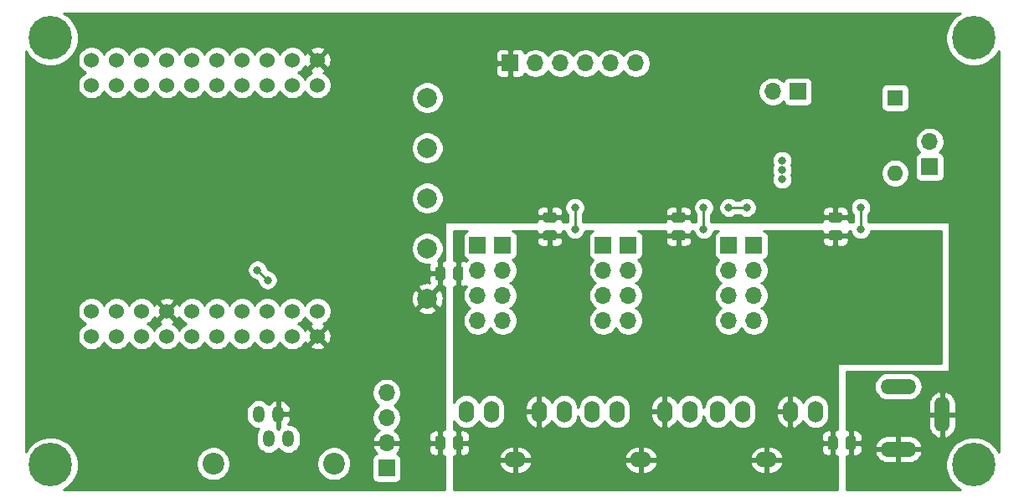
<source format=gbr>
%TF.GenerationSoftware,KiCad,Pcbnew,(5.1.10)-1*%
%TF.CreationDate,2021-09-25T08:27:26+01:00*%
%TF.ProjectId,EnergyMonitor,456e6572-6779-44d6-9f6e-69746f722e6b,v1.0*%
%TF.SameCoordinates,Original*%
%TF.FileFunction,Copper,L2,Bot*%
%TF.FilePolarity,Positive*%
%FSLAX46Y46*%
G04 Gerber Fmt 4.6, Leading zero omitted, Abs format (unit mm)*
G04 Created by KiCad (PCBNEW (5.1.10)-1) date 2021-09-25 08:27:26*
%MOMM*%
%LPD*%
G01*
G04 APERTURE LIST*
%TA.AperFunction,ComponentPad*%
%ADD10C,1.524000*%
%TD*%
%TA.AperFunction,ComponentPad*%
%ADD11O,1.700000X1.700000*%
%TD*%
%TA.AperFunction,ComponentPad*%
%ADD12R,1.700000X1.700000*%
%TD*%
%TA.AperFunction,ComponentPad*%
%ADD13C,2.000000*%
%TD*%
%TA.AperFunction,ComponentPad*%
%ADD14C,4.400000*%
%TD*%
%TA.AperFunction,ComponentPad*%
%ADD15C,0.700000*%
%TD*%
%TA.AperFunction,ComponentPad*%
%ADD16O,1.524000X2.200000*%
%TD*%
%TA.AperFunction,ComponentPad*%
%ADD17O,2.200000X1.524000*%
%TD*%
%TA.AperFunction,ComponentPad*%
%ADD18O,1.524000X3.600000*%
%TD*%
%TA.AperFunction,ComponentPad*%
%ADD19O,3.600000X1.524000*%
%TD*%
%TA.AperFunction,ComponentPad*%
%ADD20O,1.600000X1.600000*%
%TD*%
%TA.AperFunction,ComponentPad*%
%ADD21R,1.600000X1.600000*%
%TD*%
%TA.AperFunction,ComponentPad*%
%ADD22O,1.200000X1.700000*%
%TD*%
%TA.AperFunction,ComponentPad*%
%ADD23C,2.200000*%
%TD*%
%TA.AperFunction,ViaPad*%
%ADD24C,0.800000*%
%TD*%
%TA.AperFunction,Conductor*%
%ADD25C,0.250000*%
%TD*%
%TA.AperFunction,Conductor*%
%ADD26C,0.254000*%
%TD*%
%TA.AperFunction,Conductor*%
%ADD27C,0.100000*%
%TD*%
G04 APERTURE END LIST*
D10*
%TO.P,U1,21*%
%TO.N,N/C*%
X57467500Y-108902500D03*
%TO.P,U1,23*%
X60007500Y-108902500D03*
%TO.P,U1,25*%
X62547500Y-108902500D03*
%TO.P,U1,27*%
X65087500Y-108902500D03*
%TO.P,U1,29*%
X67627500Y-108902500D03*
%TO.P,U1,31*%
X70167500Y-108902500D03*
%TO.P,U1,33*%
%TO.N,ADC1_CH5*%
X72707500Y-108902500D03*
%TO.P,U1,35*%
%TO.N,N/C*%
X75247500Y-108902500D03*
%TO.P,U1,37*%
X77787500Y-108902500D03*
%TO.P,U1,39*%
%TO.N,GND*%
X80327500Y-108902500D03*
%TO.P,U1,22*%
%TO.N,N/C*%
X57467500Y-106362500D03*
%TO.P,U1,24*%
X60007500Y-106362500D03*
%TO.P,U1,26*%
X62547500Y-106362500D03*
%TO.P,U1,28*%
%TO.N,GND*%
X65087500Y-106362500D03*
%TO.P,U1,30*%
%TO.N,N/C*%
X67627500Y-106362500D03*
%TO.P,U1,32*%
X70167500Y-106362500D03*
%TO.P,U1,34*%
%TO.N,I2C_SDA*%
X72707500Y-106362500D03*
%TO.P,U1,36*%
%TO.N,I2C_SCL*%
X75247500Y-106362500D03*
%TO.P,U1,38*%
%TO.N,N/C*%
X77787500Y-106362500D03*
%TO.P,U1,40*%
X80327500Y-106362500D03*
%TO.P,U1,19*%
X57467500Y-80962500D03*
%TO.P,U1,17*%
X60007500Y-80962500D03*
%TO.P,U1,15*%
X62547500Y-80962500D03*
%TO.P,U1,13*%
X65087500Y-80962500D03*
%TO.P,U1,11*%
%TO.N,ADC1_CH6*%
X67627500Y-80962500D03*
%TO.P,U1,9*%
%TO.N,ADC1_CH7*%
X70167500Y-80962500D03*
%TO.P,U1,7*%
%TO.N,ADC1_CH4*%
X72707500Y-80962500D03*
%TO.P,U1,5*%
%TO.N,N/C*%
X75247500Y-80962500D03*
%TO.P,U1,3*%
X77787500Y-80962500D03*
%TO.P,U1,1*%
%TO.N,GND*%
X80327500Y-80962500D03*
%TO.P,U1,20*%
%TO.N,N/C*%
X57467500Y-83502500D03*
%TO.P,U1,18*%
X60007500Y-83502500D03*
%TO.P,U1,16*%
%TO.N,+3V3*%
X62547500Y-83502500D03*
%TO.P,U1,14*%
%TO.N,SPI_CS*%
X65087500Y-83502500D03*
%TO.P,U1,12*%
%TO.N,SPI_MOSI*%
X67627500Y-83502500D03*
%TO.P,U1,10*%
%TO.N,SPI_MISO*%
X70167500Y-83502500D03*
%TO.P,U1,8*%
%TO.N,SPI_CLK*%
X72707500Y-83502500D03*
%TO.P,U1,6*%
%TO.N,N/C*%
X75247500Y-83502500D03*
%TO.P,U1,4*%
X77787500Y-83502500D03*
%TO.P,U1,2*%
X80327500Y-83502500D03*
%TD*%
D11*
%TO.P,J17,6*%
%TO.N,+3V3*%
X112522000Y-81280000D03*
%TO.P,J17,5*%
%TO.N,SPI_CS*%
X109982000Y-81280000D03*
%TO.P,J17,4*%
%TO.N,SPI_MOSI*%
X107442000Y-81280000D03*
%TO.P,J17,3*%
%TO.N,SPI_CLK*%
X104902000Y-81280000D03*
%TO.P,J17,2*%
%TO.N,SPI_MISO*%
X102362000Y-81280000D03*
D12*
%TO.P,J17,1*%
%TO.N,GND*%
X99822000Y-81280000D03*
%TD*%
%TO.P,R34,2*%
%TO.N,GNDA*%
%TA.AperFunction,SMDPad,CuDef*%
G36*
G01*
X94062500Y-120147502D02*
X94062500Y-119247498D01*
G75*
G02*
X94312498Y-118997500I249998J0D01*
G01*
X94837502Y-118997500D01*
G75*
G02*
X95087500Y-119247498I0J-249998D01*
G01*
X95087500Y-120147502D01*
G75*
G02*
X94837502Y-120397500I-249998J0D01*
G01*
X94312498Y-120397500D01*
G75*
G02*
X94062500Y-120147502I0J249998D01*
G01*
G37*
%TD.AperFunction*%
%TO.P,R34,1*%
%TO.N,GND*%
%TA.AperFunction,SMDPad,CuDef*%
G36*
G01*
X92237500Y-120147502D02*
X92237500Y-119247498D01*
G75*
G02*
X92487498Y-118997500I249998J0D01*
G01*
X93012502Y-118997500D01*
G75*
G02*
X93262500Y-119247498I0J-249998D01*
G01*
X93262500Y-120147502D01*
G75*
G02*
X93012502Y-120397500I-249998J0D01*
G01*
X92487498Y-120397500D01*
G75*
G02*
X92237500Y-120147502I0J249998D01*
G01*
G37*
%TD.AperFunction*%
%TD*%
%TO.P,R33,2*%
%TO.N,GNDA*%
%TA.AperFunction,SMDPad,CuDef*%
G36*
G01*
X132950000Y-119247498D02*
X132950000Y-120147502D01*
G75*
G02*
X132700002Y-120397500I-249998J0D01*
G01*
X132174998Y-120397500D01*
G75*
G02*
X131925000Y-120147502I0J249998D01*
G01*
X131925000Y-119247498D01*
G75*
G02*
X132174998Y-118997500I249998J0D01*
G01*
X132700002Y-118997500D01*
G75*
G02*
X132950000Y-119247498I0J-249998D01*
G01*
G37*
%TD.AperFunction*%
%TO.P,R33,1*%
%TO.N,GND*%
%TA.AperFunction,SMDPad,CuDef*%
G36*
G01*
X134775000Y-119247498D02*
X134775000Y-120147502D01*
G75*
G02*
X134525002Y-120397500I-249998J0D01*
G01*
X133999998Y-120397500D01*
G75*
G02*
X133750000Y-120147502I0J249998D01*
G01*
X133750000Y-119247498D01*
G75*
G02*
X133999998Y-118997500I249998J0D01*
G01*
X134525002Y-118997500D01*
G75*
G02*
X134775000Y-119247498I0J-249998D01*
G01*
G37*
%TD.AperFunction*%
%TD*%
%TO.P,R32,2*%
%TO.N,GNDA*%
%TA.AperFunction,SMDPad,CuDef*%
G36*
G01*
X94062500Y-103002502D02*
X94062500Y-102102498D01*
G75*
G02*
X94312498Y-101852500I249998J0D01*
G01*
X94837502Y-101852500D01*
G75*
G02*
X95087500Y-102102498I0J-249998D01*
G01*
X95087500Y-103002502D01*
G75*
G02*
X94837502Y-103252500I-249998J0D01*
G01*
X94312498Y-103252500D01*
G75*
G02*
X94062500Y-103002502I0J249998D01*
G01*
G37*
%TD.AperFunction*%
%TO.P,R32,1*%
%TO.N,GND*%
%TA.AperFunction,SMDPad,CuDef*%
G36*
G01*
X92237500Y-103002502D02*
X92237500Y-102102498D01*
G75*
G02*
X92487498Y-101852500I249998J0D01*
G01*
X93012502Y-101852500D01*
G75*
G02*
X93262500Y-102102498I0J-249998D01*
G01*
X93262500Y-103002502D01*
G75*
G02*
X93012502Y-103252500I-249998J0D01*
G01*
X92487498Y-103252500D01*
G75*
G02*
X92237500Y-103002502I0J249998D01*
G01*
G37*
%TD.AperFunction*%
%TD*%
%TO.P,R31,2*%
%TO.N,GNDA*%
%TA.AperFunction,SMDPad,CuDef*%
G36*
G01*
X103372498Y-98190000D02*
X104272502Y-98190000D01*
G75*
G02*
X104522500Y-98439998I0J-249998D01*
G01*
X104522500Y-98965002D01*
G75*
G02*
X104272502Y-99215000I-249998J0D01*
G01*
X103372498Y-99215000D01*
G75*
G02*
X103122500Y-98965002I0J249998D01*
G01*
X103122500Y-98439998D01*
G75*
G02*
X103372498Y-98190000I249998J0D01*
G01*
G37*
%TD.AperFunction*%
%TO.P,R31,1*%
%TO.N,GND*%
%TA.AperFunction,SMDPad,CuDef*%
G36*
G01*
X103372498Y-96365000D02*
X104272502Y-96365000D01*
G75*
G02*
X104522500Y-96614998I0J-249998D01*
G01*
X104522500Y-97140002D01*
G75*
G02*
X104272502Y-97390000I-249998J0D01*
G01*
X103372498Y-97390000D01*
G75*
G02*
X103122500Y-97140002I0J249998D01*
G01*
X103122500Y-96614998D01*
G75*
G02*
X103372498Y-96365000I249998J0D01*
G01*
G37*
%TD.AperFunction*%
%TD*%
%TO.P,R30,2*%
%TO.N,GNDA*%
%TA.AperFunction,SMDPad,CuDef*%
G36*
G01*
X116389998Y-98190000D02*
X117290002Y-98190000D01*
G75*
G02*
X117540000Y-98439998I0J-249998D01*
G01*
X117540000Y-98965002D01*
G75*
G02*
X117290002Y-99215000I-249998J0D01*
G01*
X116389998Y-99215000D01*
G75*
G02*
X116140000Y-98965002I0J249998D01*
G01*
X116140000Y-98439998D01*
G75*
G02*
X116389998Y-98190000I249998J0D01*
G01*
G37*
%TD.AperFunction*%
%TO.P,R30,1*%
%TO.N,GND*%
%TA.AperFunction,SMDPad,CuDef*%
G36*
G01*
X116389998Y-96365000D02*
X117290002Y-96365000D01*
G75*
G02*
X117540000Y-96614998I0J-249998D01*
G01*
X117540000Y-97140002D01*
G75*
G02*
X117290002Y-97390000I-249998J0D01*
G01*
X116389998Y-97390000D01*
G75*
G02*
X116140000Y-97140002I0J249998D01*
G01*
X116140000Y-96614998D01*
G75*
G02*
X116389998Y-96365000I249998J0D01*
G01*
G37*
%TD.AperFunction*%
%TD*%
%TO.P,R15,2*%
%TO.N,GNDA*%
%TA.AperFunction,SMDPad,CuDef*%
G36*
G01*
X132264998Y-98190000D02*
X133165002Y-98190000D01*
G75*
G02*
X133415000Y-98439998I0J-249998D01*
G01*
X133415000Y-98965002D01*
G75*
G02*
X133165002Y-99215000I-249998J0D01*
G01*
X132264998Y-99215000D01*
G75*
G02*
X132015000Y-98965002I0J249998D01*
G01*
X132015000Y-98439998D01*
G75*
G02*
X132264998Y-98190000I249998J0D01*
G01*
G37*
%TD.AperFunction*%
%TO.P,R15,1*%
%TO.N,GND*%
%TA.AperFunction,SMDPad,CuDef*%
G36*
G01*
X132264998Y-96365000D02*
X133165002Y-96365000D01*
G75*
G02*
X133415000Y-96614998I0J-249998D01*
G01*
X133415000Y-97140002D01*
G75*
G02*
X133165002Y-97390000I-249998J0D01*
G01*
X132264998Y-97390000D01*
G75*
G02*
X132015000Y-97140002I0J249998D01*
G01*
X132015000Y-96614998D01*
G75*
G02*
X132264998Y-96365000I249998J0D01*
G01*
G37*
%TD.AperFunction*%
%TD*%
D13*
%TO.P,TP5,1*%
%TO.N,GND*%
X91440000Y-105092500D03*
%TD*%
%TO.P,TP4,1*%
%TO.N,ADC1_CH4*%
X91440000Y-84772500D03*
%TD*%
%TO.P,TP3,1*%
%TO.N,ADC1_CH7*%
X91440000Y-89852500D03*
%TD*%
%TO.P,TP2,1*%
%TO.N,ADC1_CH6*%
X91440000Y-94932500D03*
%TD*%
%TO.P,TP1,1*%
%TO.N,ADC1_CH5*%
X91440000Y-100012500D03*
%TD*%
D11*
%TO.P,J11,2*%
%TO.N,Net-(D1-Pad2)*%
X142240000Y-89217500D03*
D12*
%TO.P,J11,1*%
%TO.N,9V_AC*%
X142240000Y-91757500D03*
%TD*%
D14*
%TO.P,H4,1*%
%TO.N,N/C*%
X146685000Y-121920000D03*
D15*
X148335000Y-121920000D03*
X147851726Y-123086726D03*
X146685000Y-123570000D03*
X145518274Y-123086726D03*
X145035000Y-121920000D03*
X145518274Y-120753274D03*
X146685000Y-120270000D03*
X147851726Y-120753274D03*
%TD*%
D14*
%TO.P,H3,1*%
%TO.N,N/C*%
X53340000Y-121920000D03*
D15*
X54990000Y-121920000D03*
X54506726Y-123086726D03*
X53340000Y-123570000D03*
X52173274Y-123086726D03*
X51690000Y-121920000D03*
X52173274Y-120753274D03*
X53340000Y-120270000D03*
X54506726Y-120753274D03*
%TD*%
D14*
%TO.P,H2,1*%
%TO.N,N/C*%
X53340000Y-78740000D03*
D15*
X54990000Y-78740000D03*
X54506726Y-79906726D03*
X53340000Y-80390000D03*
X52173274Y-79906726D03*
X51690000Y-78740000D03*
X52173274Y-77573274D03*
X53340000Y-77090000D03*
X54506726Y-77573274D03*
%TD*%
D14*
%TO.P,H1,1*%
%TO.N,N/C*%
X146685000Y-78740000D03*
D15*
X148335000Y-78740000D03*
X147851726Y-79906726D03*
X146685000Y-80390000D03*
X145518274Y-79906726D03*
X145035000Y-78740000D03*
X145518274Y-77573274D03*
X146685000Y-77090000D03*
X147851726Y-77573274D03*
%TD*%
D16*
%TO.P,J10,TN*%
%TO.N,GNDA*%
X128143000Y-116522500D03*
D17*
%TO.P,J10,S*%
X125730000Y-121412000D03*
D16*
%TO.P,J10,T*%
%TO.N,TB3*%
X130683000Y-116522500D03*
%TO.P,J10,RN*%
%TO.N,N/C*%
X123317000Y-116522500D03*
%TO.P,J10,R*%
%TO.N,RB3*%
X120777000Y-116522500D03*
%TD*%
%TO.P,J8,TN*%
%TO.N,GNDA*%
X115443000Y-116522500D03*
D17*
%TO.P,J8,S*%
X113030000Y-121412000D03*
D16*
%TO.P,J8,T*%
%TO.N,TB2*%
X117983000Y-116522500D03*
%TO.P,J8,RN*%
%TO.N,N/C*%
X110617000Y-116522500D03*
%TO.P,J8,R*%
%TO.N,RB2*%
X108077000Y-116522500D03*
%TD*%
%TO.P,J9,TN*%
%TO.N,GNDA*%
X102743000Y-116522500D03*
D17*
%TO.P,J9,S*%
X100330000Y-121412000D03*
D16*
%TO.P,J9,T*%
%TO.N,TB1*%
X105283000Y-116522500D03*
%TO.P,J9,RN*%
%TO.N,N/C*%
X97917000Y-116522500D03*
%TO.P,J9,R*%
%TO.N,RB1*%
X95377000Y-116522500D03*
%TD*%
D18*
%TO.P,J13,3*%
%TO.N,GND*%
X143510000Y-116840000D03*
D19*
%TO.P,J13,2*%
X139065000Y-120332500D03*
%TO.P,J13,1*%
%TO.N,9V_AC*%
X139065000Y-113982500D03*
%TD*%
D20*
%TO.P,D1,2*%
%TO.N,Net-(D1-Pad2)*%
X138747500Y-92392500D03*
D21*
%TO.P,D1,1*%
%TO.N,Net-(D1-Pad1)*%
X138747500Y-84772500D03*
%TD*%
D11*
%TO.P,J6,4*%
%TO.N,Net-(J6-Pad4)*%
X124460000Y-107315000D03*
%TO.P,J6,3*%
%TO.N,Net-(J6-Pad3)*%
X124460000Y-104775000D03*
%TO.P,J6,2*%
%TO.N,Net-(J6-Pad2)*%
X124460000Y-102235000D03*
D12*
%TO.P,J6,1*%
%TO.N,Net-(J6-Pad1)*%
X124460000Y-99695000D03*
%TD*%
D11*
%TO.P,J5,4*%
%TO.N,Net-(J5-Pad4)*%
X111760000Y-107315000D03*
%TO.P,J5,3*%
%TO.N,Net-(J5-Pad3)*%
X111760000Y-104775000D03*
%TO.P,J5,2*%
%TO.N,Net-(J5-Pad2)*%
X111760000Y-102235000D03*
D12*
%TO.P,J5,1*%
%TO.N,Net-(J5-Pad1)*%
X111760000Y-99695000D03*
%TD*%
D11*
%TO.P,J3,4*%
%TO.N,RB3*%
X121920000Y-107315000D03*
%TO.P,J3,3*%
X121920000Y-104775000D03*
%TO.P,J3,2*%
X121920000Y-102235000D03*
D12*
%TO.P,J3,1*%
X121920000Y-99695000D03*
%TD*%
D11*
%TO.P,J2,4*%
%TO.N,RB2*%
X109220000Y-107315000D03*
%TO.P,J2,3*%
X109220000Y-104775000D03*
%TO.P,J2,2*%
X109220000Y-102235000D03*
D12*
%TO.P,J2,1*%
X109220000Y-99695000D03*
%TD*%
D11*
%TO.P,J4,4*%
%TO.N,Net-(J4-Pad4)*%
X99060000Y-107315000D03*
%TO.P,J4,3*%
%TO.N,Net-(J4-Pad3)*%
X99060000Y-104775000D03*
%TO.P,J4,2*%
%TO.N,Net-(J4-Pad2)*%
X99060000Y-102235000D03*
D12*
%TO.P,J4,1*%
%TO.N,Net-(J4-Pad1)*%
X99060000Y-99695000D03*
%TD*%
D11*
%TO.P,J1,4*%
%TO.N,RB1*%
X96520000Y-107315000D03*
%TO.P,J1,3*%
X96520000Y-104775000D03*
%TO.P,J1,2*%
X96520000Y-102235000D03*
D12*
%TO.P,J1,1*%
X96520000Y-99695000D03*
%TD*%
D22*
%TO.P,J16,4*%
%TO.N,I2C_SDA*%
X74382500Y-116785000D03*
%TO.P,J16,3*%
%TO.N,+3V3*%
X75382500Y-119285000D03*
%TO.P,J16,2*%
%TO.N,GND*%
X76382500Y-116785000D03*
%TO.P,J16,1*%
%TO.N,I2C_SCL*%
X77382500Y-119285000D03*
D23*
%TO.P,J16,*%
%TO.N,*%
X69782500Y-121785000D03*
X81982500Y-121785000D03*
%TD*%
D11*
%TO.P,J15,4*%
%TO.N,I2C_SDA*%
X87312500Y-114617500D03*
%TO.P,J15,3*%
%TO.N,+3V3*%
X87312500Y-117157500D03*
%TO.P,J15,2*%
%TO.N,GND*%
X87312500Y-119697500D03*
D12*
%TO.P,J15,1*%
%TO.N,I2C_SCL*%
X87312500Y-122237500D03*
%TD*%
D11*
%TO.P,J7,2*%
%TO.N,+3V3*%
X126365000Y-84137500D03*
D12*
%TO.P,J7,1*%
%TO.N,Net-(C11-Pad1)*%
X128905000Y-84137500D03*
%TD*%
D24*
%TO.N,GND*%
X109220000Y-87122000D03*
X104140000Y-87122000D03*
X99060000Y-87122000D03*
X93980000Y-86995000D03*
X88900000Y-86995000D03*
X83820000Y-86995000D03*
X78740000Y-86995000D03*
X110172500Y-92710000D03*
X103505000Y-92710000D03*
X97790000Y-95885000D03*
X93980000Y-92075000D03*
X88900000Y-92075000D03*
X83820000Y-92075000D03*
X78740000Y-92075000D03*
X114300000Y-93980000D03*
X109220000Y-95250000D03*
X83820000Y-95567500D03*
X78740000Y-95567500D03*
X147955000Y-99695000D03*
X147955000Y-104775000D03*
X147955000Y-110807500D03*
X147955000Y-115887500D03*
X137795000Y-116522500D03*
X137795000Y-123063000D03*
X142557500Y-123190000D03*
X79692500Y-116840000D03*
X67627500Y-116840000D03*
X67627500Y-113347500D03*
X73977500Y-111760000D03*
X73025000Y-121602500D03*
X78740000Y-121602500D03*
X62230000Y-113347500D03*
X58737500Y-115252500D03*
X59690000Y-101917500D03*
X71437500Y-101282500D03*
X91440000Y-112077500D03*
X92075000Y-117157500D03*
X92075000Y-122237500D03*
X65405000Y-93980000D03*
X65405000Y-87630000D03*
X71755000Y-93345000D03*
X122237500Y-84772500D03*
X117157500Y-86360000D03*
X114935000Y-83820000D03*
X131127500Y-92075000D03*
X130492500Y-93662500D03*
X119380000Y-90487500D03*
X130810000Y-86677500D03*
X62484000Y-77787500D03*
X83820000Y-80899000D03*
X89281000Y-81915000D03*
X109220000Y-83439000D03*
X114300000Y-77597000D03*
X124460000Y-80327500D03*
X129540000Y-77152500D03*
X134937500Y-77152500D03*
X140652500Y-77152500D03*
X93980000Y-81915000D03*
X97663000Y-79629000D03*
X134937500Y-82232500D03*
X140652500Y-81280000D03*
X147955000Y-94615000D03*
X147955000Y-89535000D03*
X147955000Y-84455000D03*
X144780000Y-84455000D03*
X144780000Y-89535000D03*
X144462500Y-94615000D03*
X136207500Y-89217500D03*
X136207500Y-93980000D03*
X140335000Y-87312500D03*
X52705000Y-84772500D03*
X52705000Y-89852500D03*
X52705000Y-94932500D03*
X52705000Y-100012500D03*
X52705000Y-105092500D03*
X52705000Y-110172500D03*
X52705000Y-115252500D03*
X57467500Y-86995000D03*
X57467500Y-93980000D03*
X65405000Y-101282500D03*
X88265000Y-103822500D03*
X83185000Y-103822500D03*
X88265000Y-108902500D03*
X83185000Y-108902500D03*
X79057500Y-103822500D03*
X127317500Y-87312500D03*
X131127500Y-90170000D03*
X71437500Y-116522500D03*
X82867500Y-116840000D03*
X78740000Y-98425000D03*
X83820000Y-98425000D03*
X88900000Y-98425000D03*
X70167500Y-90487500D03*
X121602500Y-88265000D03*
X139954000Y-95377000D03*
X57467500Y-77787500D03*
%TO.N,Net-(C1-Pad1)*%
X127317500Y-93027500D03*
X127317500Y-92075000D03*
X127317500Y-91122500D03*
%TO.N,GNDA*%
X133032500Y-100330000D03*
X137160000Y-99060000D03*
X142875000Y-99377500D03*
X142875000Y-104775000D03*
X133032500Y-104775000D03*
X133032500Y-109855000D03*
X142875000Y-110807500D03*
X128270000Y-123507500D03*
X123190000Y-123507500D03*
X118110000Y-123507500D03*
X113030000Y-123507500D03*
X107950000Y-122936000D03*
X102870000Y-123507500D03*
X97790000Y-123507500D03*
X113030000Y-119062500D03*
X107950000Y-119062500D03*
X102870000Y-119062500D03*
X97790000Y-119062500D03*
X118110000Y-119062500D03*
X123190000Y-119062500D03*
X128270000Y-119062500D03*
X113030000Y-114300000D03*
X125730000Y-114300000D03*
X100330000Y-114300000D03*
X119697500Y-113665000D03*
X106997500Y-113665000D03*
X139065000Y-100965000D03*
X139382500Y-104140000D03*
X139382500Y-110807500D03*
%TO.N,ADC1_CH6*%
X106362500Y-95885000D03*
X106362500Y-98107500D03*
%TO.N,ADC1_CH7*%
X119380000Y-95885000D03*
X119380000Y-98107500D03*
%TO.N,I2C_SCL*%
X75283903Y-103223903D03*
X74258597Y-102198597D03*
%TO.N,ADC1_CH4*%
X123722500Y-95885000D03*
X135255000Y-98107500D03*
X135255000Y-95885000D03*
X121920012Y-95885000D03*
%TD*%
D25*
%TO.N,ADC1_CH6*%
X106362500Y-95885000D02*
X106362500Y-98107500D01*
%TO.N,ADC1_CH7*%
X119380000Y-95885000D02*
X119380000Y-98107500D01*
%TO.N,I2C_SCL*%
X75283903Y-103223903D02*
X74258597Y-102198597D01*
%TO.N,ADC1_CH4*%
X135255000Y-98107500D02*
X135255000Y-95885000D01*
X123722500Y-95885000D02*
X121920012Y-95885000D01*
%TD*%
D26*
%TO.N,GNDA*%
X95425820Y-98255498D02*
X95315506Y-98314463D01*
X95218815Y-98393815D01*
X95139463Y-98490506D01*
X95080498Y-98600820D01*
X95044188Y-98720518D01*
X95031928Y-98845000D01*
X95031928Y-100545000D01*
X95044188Y-100669482D01*
X95080498Y-100789180D01*
X95139463Y-100899494D01*
X95218815Y-100996185D01*
X95315506Y-101075537D01*
X95425820Y-101134502D01*
X95498380Y-101156513D01*
X95370920Y-101283973D01*
X95331680Y-101262998D01*
X95211982Y-101226688D01*
X95087500Y-101214428D01*
X94860750Y-101217500D01*
X94702000Y-101376250D01*
X94702000Y-102425500D01*
X94722000Y-102425500D01*
X94722000Y-102679500D01*
X94702000Y-102679500D01*
X94702000Y-103728750D01*
X94860750Y-103887500D01*
X95087500Y-103890572D01*
X95211982Y-103878312D01*
X95331680Y-103842002D01*
X95377248Y-103817645D01*
X95366525Y-103828368D01*
X95204010Y-104071589D01*
X95092068Y-104341842D01*
X95035000Y-104628740D01*
X95035000Y-104921260D01*
X95092068Y-105208158D01*
X95204010Y-105478411D01*
X95366525Y-105721632D01*
X95573368Y-105928475D01*
X95747760Y-106045000D01*
X95573368Y-106161525D01*
X95366525Y-106368368D01*
X95204010Y-106611589D01*
X95092068Y-106881842D01*
X95035000Y-107168740D01*
X95035000Y-107461260D01*
X95092068Y-107748158D01*
X95204010Y-108018411D01*
X95366525Y-108261632D01*
X95573368Y-108468475D01*
X95816589Y-108630990D01*
X96086842Y-108742932D01*
X96373740Y-108800000D01*
X96666260Y-108800000D01*
X96953158Y-108742932D01*
X97223411Y-108630990D01*
X97466632Y-108468475D01*
X97673475Y-108261632D01*
X97790000Y-108087240D01*
X97906525Y-108261632D01*
X98113368Y-108468475D01*
X98356589Y-108630990D01*
X98626842Y-108742932D01*
X98913740Y-108800000D01*
X99206260Y-108800000D01*
X99493158Y-108742932D01*
X99763411Y-108630990D01*
X100006632Y-108468475D01*
X100213475Y-108261632D01*
X100375990Y-108018411D01*
X100487932Y-107748158D01*
X100545000Y-107461260D01*
X100545000Y-107168740D01*
X100487932Y-106881842D01*
X100375990Y-106611589D01*
X100213475Y-106368368D01*
X100006632Y-106161525D01*
X99832240Y-106045000D01*
X100006632Y-105928475D01*
X100213475Y-105721632D01*
X100375990Y-105478411D01*
X100487932Y-105208158D01*
X100545000Y-104921260D01*
X100545000Y-104628740D01*
X100487932Y-104341842D01*
X100375990Y-104071589D01*
X100213475Y-103828368D01*
X100006632Y-103621525D01*
X99832240Y-103505000D01*
X100006632Y-103388475D01*
X100213475Y-103181632D01*
X100375990Y-102938411D01*
X100487932Y-102668158D01*
X100545000Y-102381260D01*
X100545000Y-102088740D01*
X100487932Y-101801842D01*
X100375990Y-101531589D01*
X100213475Y-101288368D01*
X100081620Y-101156513D01*
X100154180Y-101134502D01*
X100264494Y-101075537D01*
X100361185Y-100996185D01*
X100440537Y-100899494D01*
X100499502Y-100789180D01*
X100535812Y-100669482D01*
X100548072Y-100545000D01*
X100548072Y-99215000D01*
X102484428Y-99215000D01*
X102496688Y-99339482D01*
X102532998Y-99459180D01*
X102591963Y-99569494D01*
X102671315Y-99666185D01*
X102768006Y-99745537D01*
X102878320Y-99804502D01*
X102998018Y-99840812D01*
X103122500Y-99853072D01*
X103536750Y-99850000D01*
X103695500Y-99691250D01*
X103695500Y-98829500D01*
X103949500Y-98829500D01*
X103949500Y-99691250D01*
X104108250Y-99850000D01*
X104522500Y-99853072D01*
X104646982Y-99840812D01*
X104766680Y-99804502D01*
X104876994Y-99745537D01*
X104973685Y-99666185D01*
X105053037Y-99569494D01*
X105112002Y-99459180D01*
X105148312Y-99339482D01*
X105160572Y-99215000D01*
X105157500Y-98988250D01*
X104998750Y-98829500D01*
X103949500Y-98829500D01*
X103695500Y-98829500D01*
X102646250Y-98829500D01*
X102487500Y-98988250D01*
X102484428Y-99215000D01*
X100548072Y-99215000D01*
X100548072Y-98845000D01*
X100535812Y-98720518D01*
X100499502Y-98600820D01*
X100440537Y-98490506D01*
X100361185Y-98393815D01*
X100264494Y-98314463D01*
X100154180Y-98255498D01*
X100084959Y-98234500D01*
X102485031Y-98234500D01*
X102487500Y-98416750D01*
X102646250Y-98575500D01*
X103695500Y-98575500D01*
X103695500Y-98555500D01*
X103949500Y-98555500D01*
X103949500Y-98575500D01*
X104998750Y-98575500D01*
X105157500Y-98416750D01*
X105159969Y-98234500D01*
X105332485Y-98234500D01*
X105367274Y-98409398D01*
X105445295Y-98597756D01*
X105558563Y-98767274D01*
X105702726Y-98911437D01*
X105872244Y-99024705D01*
X106060602Y-99102726D01*
X106260561Y-99142500D01*
X106464439Y-99142500D01*
X106664398Y-99102726D01*
X106852756Y-99024705D01*
X107022274Y-98911437D01*
X107166437Y-98767274D01*
X107279705Y-98597756D01*
X107357726Y-98409398D01*
X107392515Y-98234500D01*
X108195041Y-98234500D01*
X108125820Y-98255498D01*
X108015506Y-98314463D01*
X107918815Y-98393815D01*
X107839463Y-98490506D01*
X107780498Y-98600820D01*
X107744188Y-98720518D01*
X107731928Y-98845000D01*
X107731928Y-100545000D01*
X107744188Y-100669482D01*
X107780498Y-100789180D01*
X107839463Y-100899494D01*
X107918815Y-100996185D01*
X108015506Y-101075537D01*
X108125820Y-101134502D01*
X108198380Y-101156513D01*
X108066525Y-101288368D01*
X107904010Y-101531589D01*
X107792068Y-101801842D01*
X107735000Y-102088740D01*
X107735000Y-102381260D01*
X107792068Y-102668158D01*
X107904010Y-102938411D01*
X108066525Y-103181632D01*
X108273368Y-103388475D01*
X108447760Y-103505000D01*
X108273368Y-103621525D01*
X108066525Y-103828368D01*
X107904010Y-104071589D01*
X107792068Y-104341842D01*
X107735000Y-104628740D01*
X107735000Y-104921260D01*
X107792068Y-105208158D01*
X107904010Y-105478411D01*
X108066525Y-105721632D01*
X108273368Y-105928475D01*
X108447760Y-106045000D01*
X108273368Y-106161525D01*
X108066525Y-106368368D01*
X107904010Y-106611589D01*
X107792068Y-106881842D01*
X107735000Y-107168740D01*
X107735000Y-107461260D01*
X107792068Y-107748158D01*
X107904010Y-108018411D01*
X108066525Y-108261632D01*
X108273368Y-108468475D01*
X108516589Y-108630990D01*
X108786842Y-108742932D01*
X109073740Y-108800000D01*
X109366260Y-108800000D01*
X109653158Y-108742932D01*
X109923411Y-108630990D01*
X110166632Y-108468475D01*
X110373475Y-108261632D01*
X110490000Y-108087240D01*
X110606525Y-108261632D01*
X110813368Y-108468475D01*
X111056589Y-108630990D01*
X111326842Y-108742932D01*
X111613740Y-108800000D01*
X111906260Y-108800000D01*
X112193158Y-108742932D01*
X112463411Y-108630990D01*
X112706632Y-108468475D01*
X112913475Y-108261632D01*
X113075990Y-108018411D01*
X113187932Y-107748158D01*
X113245000Y-107461260D01*
X113245000Y-107168740D01*
X113187932Y-106881842D01*
X113075990Y-106611589D01*
X112913475Y-106368368D01*
X112706632Y-106161525D01*
X112532240Y-106045000D01*
X112706632Y-105928475D01*
X112913475Y-105721632D01*
X113075990Y-105478411D01*
X113187932Y-105208158D01*
X113245000Y-104921260D01*
X113245000Y-104628740D01*
X113187932Y-104341842D01*
X113075990Y-104071589D01*
X112913475Y-103828368D01*
X112706632Y-103621525D01*
X112532240Y-103505000D01*
X112706632Y-103388475D01*
X112913475Y-103181632D01*
X113075990Y-102938411D01*
X113187932Y-102668158D01*
X113245000Y-102381260D01*
X113245000Y-102088740D01*
X113187932Y-101801842D01*
X113075990Y-101531589D01*
X112913475Y-101288368D01*
X112781620Y-101156513D01*
X112854180Y-101134502D01*
X112964494Y-101075537D01*
X113061185Y-100996185D01*
X113140537Y-100899494D01*
X113199502Y-100789180D01*
X113235812Y-100669482D01*
X113248072Y-100545000D01*
X113248072Y-99215000D01*
X115501928Y-99215000D01*
X115514188Y-99339482D01*
X115550498Y-99459180D01*
X115609463Y-99569494D01*
X115688815Y-99666185D01*
X115785506Y-99745537D01*
X115895820Y-99804502D01*
X116015518Y-99840812D01*
X116140000Y-99853072D01*
X116554250Y-99850000D01*
X116713000Y-99691250D01*
X116713000Y-98829500D01*
X116967000Y-98829500D01*
X116967000Y-99691250D01*
X117125750Y-99850000D01*
X117540000Y-99853072D01*
X117664482Y-99840812D01*
X117784180Y-99804502D01*
X117894494Y-99745537D01*
X117991185Y-99666185D01*
X118070537Y-99569494D01*
X118129502Y-99459180D01*
X118165812Y-99339482D01*
X118178072Y-99215000D01*
X118175000Y-98988250D01*
X118016250Y-98829500D01*
X116967000Y-98829500D01*
X116713000Y-98829500D01*
X115663750Y-98829500D01*
X115505000Y-98988250D01*
X115501928Y-99215000D01*
X113248072Y-99215000D01*
X113248072Y-98845000D01*
X113235812Y-98720518D01*
X113199502Y-98600820D01*
X113140537Y-98490506D01*
X113061185Y-98393815D01*
X112964494Y-98314463D01*
X112854180Y-98255498D01*
X112784959Y-98234500D01*
X115502531Y-98234500D01*
X115505000Y-98416750D01*
X115663750Y-98575500D01*
X116713000Y-98575500D01*
X116713000Y-98555500D01*
X116967000Y-98555500D01*
X116967000Y-98575500D01*
X118016250Y-98575500D01*
X118175000Y-98416750D01*
X118177469Y-98234500D01*
X118349985Y-98234500D01*
X118384774Y-98409398D01*
X118462795Y-98597756D01*
X118576063Y-98767274D01*
X118720226Y-98911437D01*
X118889744Y-99024705D01*
X119078102Y-99102726D01*
X119278061Y-99142500D01*
X119481939Y-99142500D01*
X119681898Y-99102726D01*
X119870256Y-99024705D01*
X120039774Y-98911437D01*
X120183937Y-98767274D01*
X120297205Y-98597756D01*
X120375226Y-98409398D01*
X120410015Y-98234500D01*
X120895041Y-98234500D01*
X120825820Y-98255498D01*
X120715506Y-98314463D01*
X120618815Y-98393815D01*
X120539463Y-98490506D01*
X120480498Y-98600820D01*
X120444188Y-98720518D01*
X120431928Y-98845000D01*
X120431928Y-100545000D01*
X120444188Y-100669482D01*
X120480498Y-100789180D01*
X120539463Y-100899494D01*
X120618815Y-100996185D01*
X120715506Y-101075537D01*
X120825820Y-101134502D01*
X120898380Y-101156513D01*
X120766525Y-101288368D01*
X120604010Y-101531589D01*
X120492068Y-101801842D01*
X120435000Y-102088740D01*
X120435000Y-102381260D01*
X120492068Y-102668158D01*
X120604010Y-102938411D01*
X120766525Y-103181632D01*
X120973368Y-103388475D01*
X121147760Y-103505000D01*
X120973368Y-103621525D01*
X120766525Y-103828368D01*
X120604010Y-104071589D01*
X120492068Y-104341842D01*
X120435000Y-104628740D01*
X120435000Y-104921260D01*
X120492068Y-105208158D01*
X120604010Y-105478411D01*
X120766525Y-105721632D01*
X120973368Y-105928475D01*
X121147760Y-106045000D01*
X120973368Y-106161525D01*
X120766525Y-106368368D01*
X120604010Y-106611589D01*
X120492068Y-106881842D01*
X120435000Y-107168740D01*
X120435000Y-107461260D01*
X120492068Y-107748158D01*
X120604010Y-108018411D01*
X120766525Y-108261632D01*
X120973368Y-108468475D01*
X121216589Y-108630990D01*
X121486842Y-108742932D01*
X121773740Y-108800000D01*
X122066260Y-108800000D01*
X122353158Y-108742932D01*
X122623411Y-108630990D01*
X122866632Y-108468475D01*
X123073475Y-108261632D01*
X123190000Y-108087240D01*
X123306525Y-108261632D01*
X123513368Y-108468475D01*
X123756589Y-108630990D01*
X124026842Y-108742932D01*
X124313740Y-108800000D01*
X124606260Y-108800000D01*
X124893158Y-108742932D01*
X125163411Y-108630990D01*
X125406632Y-108468475D01*
X125613475Y-108261632D01*
X125775990Y-108018411D01*
X125887932Y-107748158D01*
X125945000Y-107461260D01*
X125945000Y-107168740D01*
X125887932Y-106881842D01*
X125775990Y-106611589D01*
X125613475Y-106368368D01*
X125406632Y-106161525D01*
X125232240Y-106045000D01*
X125406632Y-105928475D01*
X125613475Y-105721632D01*
X125775990Y-105478411D01*
X125887932Y-105208158D01*
X125945000Y-104921260D01*
X125945000Y-104628740D01*
X125887932Y-104341842D01*
X125775990Y-104071589D01*
X125613475Y-103828368D01*
X125406632Y-103621525D01*
X125232240Y-103505000D01*
X125406632Y-103388475D01*
X125613475Y-103181632D01*
X125775990Y-102938411D01*
X125887932Y-102668158D01*
X125945000Y-102381260D01*
X125945000Y-102088740D01*
X125887932Y-101801842D01*
X125775990Y-101531589D01*
X125613475Y-101288368D01*
X125481620Y-101156513D01*
X125554180Y-101134502D01*
X125664494Y-101075537D01*
X125761185Y-100996185D01*
X125840537Y-100899494D01*
X125899502Y-100789180D01*
X125935812Y-100669482D01*
X125948072Y-100545000D01*
X125948072Y-99215000D01*
X131376928Y-99215000D01*
X131389188Y-99339482D01*
X131425498Y-99459180D01*
X131484463Y-99569494D01*
X131563815Y-99666185D01*
X131660506Y-99745537D01*
X131770820Y-99804502D01*
X131890518Y-99840812D01*
X132015000Y-99853072D01*
X132429250Y-99850000D01*
X132588000Y-99691250D01*
X132588000Y-98829500D01*
X132842000Y-98829500D01*
X132842000Y-99691250D01*
X133000750Y-99850000D01*
X133415000Y-99853072D01*
X133539482Y-99840812D01*
X133659180Y-99804502D01*
X133769494Y-99745537D01*
X133866185Y-99666185D01*
X133945537Y-99569494D01*
X134004502Y-99459180D01*
X134040812Y-99339482D01*
X134053072Y-99215000D01*
X134050000Y-98988250D01*
X133891250Y-98829500D01*
X132842000Y-98829500D01*
X132588000Y-98829500D01*
X131538750Y-98829500D01*
X131380000Y-98988250D01*
X131376928Y-99215000D01*
X125948072Y-99215000D01*
X125948072Y-98845000D01*
X125935812Y-98720518D01*
X125899502Y-98600820D01*
X125840537Y-98490506D01*
X125761185Y-98393815D01*
X125664494Y-98314463D01*
X125554180Y-98255498D01*
X125484959Y-98234500D01*
X131377531Y-98234500D01*
X131380000Y-98416750D01*
X131538750Y-98575500D01*
X132588000Y-98575500D01*
X132588000Y-98555500D01*
X132842000Y-98555500D01*
X132842000Y-98575500D01*
X133891250Y-98575500D01*
X134050000Y-98416750D01*
X134052469Y-98234500D01*
X134224985Y-98234500D01*
X134259774Y-98409398D01*
X134337795Y-98597756D01*
X134451063Y-98767274D01*
X134595226Y-98911437D01*
X134764744Y-99024705D01*
X134953102Y-99102726D01*
X135153061Y-99142500D01*
X135356939Y-99142500D01*
X135556898Y-99102726D01*
X135745256Y-99024705D01*
X135914774Y-98911437D01*
X136058937Y-98767274D01*
X136172205Y-98597756D01*
X136250226Y-98409398D01*
X136285015Y-98234500D01*
X143383000Y-98234500D01*
X143383000Y-111633000D01*
X133032500Y-111633000D01*
X133007724Y-111635440D01*
X132983899Y-111642667D01*
X132961943Y-111654403D01*
X132942697Y-111670197D01*
X132926903Y-111689443D01*
X132915167Y-111711399D01*
X132907940Y-111735224D01*
X132905500Y-111760000D01*
X132905500Y-118360031D01*
X132723250Y-118362500D01*
X132564500Y-118521250D01*
X132564500Y-119570500D01*
X132584500Y-119570500D01*
X132584500Y-119824500D01*
X132564500Y-119824500D01*
X132564500Y-120873750D01*
X132723250Y-121032500D01*
X132905500Y-121034969D01*
X132905500Y-124435000D01*
X94107000Y-124435000D01*
X94107000Y-121755070D01*
X98637780Y-121755070D01*
X98652738Y-121829276D01*
X98759878Y-122082535D01*
X98914368Y-122310026D01*
X99110271Y-122503006D01*
X99340058Y-122654059D01*
X99594899Y-122757381D01*
X99865000Y-122809000D01*
X100203000Y-122809000D01*
X100203000Y-121539000D01*
X100457000Y-121539000D01*
X100457000Y-122809000D01*
X100795000Y-122809000D01*
X101065101Y-122757381D01*
X101319942Y-122654059D01*
X101549729Y-122503006D01*
X101745632Y-122310026D01*
X101900122Y-122082535D01*
X102007262Y-121829276D01*
X102022220Y-121755070D01*
X111337780Y-121755070D01*
X111352738Y-121829276D01*
X111459878Y-122082535D01*
X111614368Y-122310026D01*
X111810271Y-122503006D01*
X112040058Y-122654059D01*
X112294899Y-122757381D01*
X112565000Y-122809000D01*
X112903000Y-122809000D01*
X112903000Y-121539000D01*
X113157000Y-121539000D01*
X113157000Y-122809000D01*
X113495000Y-122809000D01*
X113765101Y-122757381D01*
X114019942Y-122654059D01*
X114249729Y-122503006D01*
X114445632Y-122310026D01*
X114600122Y-122082535D01*
X114707262Y-121829276D01*
X114722220Y-121755070D01*
X124037780Y-121755070D01*
X124052738Y-121829276D01*
X124159878Y-122082535D01*
X124314368Y-122310026D01*
X124510271Y-122503006D01*
X124740058Y-122654059D01*
X124994899Y-122757381D01*
X125265000Y-122809000D01*
X125603000Y-122809000D01*
X125603000Y-121539000D01*
X125857000Y-121539000D01*
X125857000Y-122809000D01*
X126195000Y-122809000D01*
X126465101Y-122757381D01*
X126719942Y-122654059D01*
X126949729Y-122503006D01*
X127145632Y-122310026D01*
X127300122Y-122082535D01*
X127407262Y-121829276D01*
X127422220Y-121755070D01*
X127299720Y-121539000D01*
X125857000Y-121539000D01*
X125603000Y-121539000D01*
X124160280Y-121539000D01*
X124037780Y-121755070D01*
X114722220Y-121755070D01*
X114599720Y-121539000D01*
X113157000Y-121539000D01*
X112903000Y-121539000D01*
X111460280Y-121539000D01*
X111337780Y-121755070D01*
X102022220Y-121755070D01*
X101899720Y-121539000D01*
X100457000Y-121539000D01*
X100203000Y-121539000D01*
X98760280Y-121539000D01*
X98637780Y-121755070D01*
X94107000Y-121755070D01*
X94107000Y-121068930D01*
X98637780Y-121068930D01*
X98760280Y-121285000D01*
X100203000Y-121285000D01*
X100203000Y-120015000D01*
X100457000Y-120015000D01*
X100457000Y-121285000D01*
X101899720Y-121285000D01*
X102022220Y-121068930D01*
X111337780Y-121068930D01*
X111460280Y-121285000D01*
X112903000Y-121285000D01*
X112903000Y-120015000D01*
X113157000Y-120015000D01*
X113157000Y-121285000D01*
X114599720Y-121285000D01*
X114722220Y-121068930D01*
X124037780Y-121068930D01*
X124160280Y-121285000D01*
X125603000Y-121285000D01*
X125603000Y-120015000D01*
X125857000Y-120015000D01*
X125857000Y-121285000D01*
X127299720Y-121285000D01*
X127422220Y-121068930D01*
X127407262Y-120994724D01*
X127300122Y-120741465D01*
X127145632Y-120513974D01*
X127027394Y-120397500D01*
X131286928Y-120397500D01*
X131299188Y-120521982D01*
X131335498Y-120641680D01*
X131394463Y-120751994D01*
X131473815Y-120848685D01*
X131570506Y-120928037D01*
X131680820Y-120987002D01*
X131800518Y-121023312D01*
X131925000Y-121035572D01*
X132151750Y-121032500D01*
X132310500Y-120873750D01*
X132310500Y-119824500D01*
X131448750Y-119824500D01*
X131290000Y-119983250D01*
X131286928Y-120397500D01*
X127027394Y-120397500D01*
X126949729Y-120320994D01*
X126719942Y-120169941D01*
X126465101Y-120066619D01*
X126195000Y-120015000D01*
X125857000Y-120015000D01*
X125603000Y-120015000D01*
X125265000Y-120015000D01*
X124994899Y-120066619D01*
X124740058Y-120169941D01*
X124510271Y-120320994D01*
X124314368Y-120513974D01*
X124159878Y-120741465D01*
X124052738Y-120994724D01*
X124037780Y-121068930D01*
X114722220Y-121068930D01*
X114707262Y-120994724D01*
X114600122Y-120741465D01*
X114445632Y-120513974D01*
X114249729Y-120320994D01*
X114019942Y-120169941D01*
X113765101Y-120066619D01*
X113495000Y-120015000D01*
X113157000Y-120015000D01*
X112903000Y-120015000D01*
X112565000Y-120015000D01*
X112294899Y-120066619D01*
X112040058Y-120169941D01*
X111810271Y-120320994D01*
X111614368Y-120513974D01*
X111459878Y-120741465D01*
X111352738Y-120994724D01*
X111337780Y-121068930D01*
X102022220Y-121068930D01*
X102007262Y-120994724D01*
X101900122Y-120741465D01*
X101745632Y-120513974D01*
X101549729Y-120320994D01*
X101319942Y-120169941D01*
X101065101Y-120066619D01*
X100795000Y-120015000D01*
X100457000Y-120015000D01*
X100203000Y-120015000D01*
X99865000Y-120015000D01*
X99594899Y-120066619D01*
X99340058Y-120169941D01*
X99110271Y-120320994D01*
X98914368Y-120513974D01*
X98759878Y-120741465D01*
X98652738Y-120994724D01*
X98637780Y-121068930D01*
X94107000Y-121068930D01*
X94107000Y-121034969D01*
X94289250Y-121032500D01*
X94448000Y-120873750D01*
X94448000Y-119824500D01*
X94702000Y-119824500D01*
X94702000Y-120873750D01*
X94860750Y-121032500D01*
X95087500Y-121035572D01*
X95211982Y-121023312D01*
X95331680Y-120987002D01*
X95441994Y-120928037D01*
X95538685Y-120848685D01*
X95618037Y-120751994D01*
X95677002Y-120641680D01*
X95713312Y-120521982D01*
X95725572Y-120397500D01*
X95722500Y-119983250D01*
X95563750Y-119824500D01*
X94702000Y-119824500D01*
X94448000Y-119824500D01*
X94428000Y-119824500D01*
X94428000Y-119570500D01*
X94448000Y-119570500D01*
X94448000Y-118521250D01*
X94702000Y-118521250D01*
X94702000Y-119570500D01*
X95563750Y-119570500D01*
X95722500Y-119411750D01*
X95725572Y-118997500D01*
X131286928Y-118997500D01*
X131290000Y-119411750D01*
X131448750Y-119570500D01*
X132310500Y-119570500D01*
X132310500Y-118521250D01*
X132151750Y-118362500D01*
X131925000Y-118359428D01*
X131800518Y-118371688D01*
X131680820Y-118407998D01*
X131570506Y-118466963D01*
X131473815Y-118546315D01*
X131394463Y-118643006D01*
X131335498Y-118753320D01*
X131299188Y-118873018D01*
X131286928Y-118997500D01*
X95725572Y-118997500D01*
X95713312Y-118873018D01*
X95677002Y-118753320D01*
X95618037Y-118643006D01*
X95538685Y-118546315D01*
X95441994Y-118466963D01*
X95331680Y-118407998D01*
X95211982Y-118371688D01*
X95087500Y-118359428D01*
X94860750Y-118362500D01*
X94702000Y-118521250D01*
X94448000Y-118521250D01*
X94289250Y-118362500D01*
X94107000Y-118360031D01*
X94107000Y-117448029D01*
X94209817Y-117640386D01*
X94384392Y-117853107D01*
X94597113Y-118027683D01*
X94839805Y-118157404D01*
X95103140Y-118237286D01*
X95377000Y-118264259D01*
X95650859Y-118237286D01*
X95914194Y-118157404D01*
X96156886Y-118027683D01*
X96369607Y-117853108D01*
X96544183Y-117640387D01*
X96647000Y-117448029D01*
X96749817Y-117640386D01*
X96924392Y-117853107D01*
X97137113Y-118027683D01*
X97379805Y-118157404D01*
X97643140Y-118237286D01*
X97917000Y-118264259D01*
X98190859Y-118237286D01*
X98454194Y-118157404D01*
X98696886Y-118027683D01*
X98909607Y-117853108D01*
X99084183Y-117640387D01*
X99213904Y-117397695D01*
X99293786Y-117134360D01*
X99314000Y-116929125D01*
X99314000Y-116649500D01*
X101346000Y-116649500D01*
X101346000Y-116987500D01*
X101397619Y-117257601D01*
X101500941Y-117512442D01*
X101651994Y-117742229D01*
X101844974Y-117938132D01*
X102072465Y-118092622D01*
X102325724Y-118199762D01*
X102399930Y-118214720D01*
X102616000Y-118092220D01*
X102616000Y-116649500D01*
X101346000Y-116649500D01*
X99314000Y-116649500D01*
X99314000Y-116115876D01*
X99308251Y-116057500D01*
X101346000Y-116057500D01*
X101346000Y-116395500D01*
X102616000Y-116395500D01*
X102616000Y-114952780D01*
X102870000Y-114952780D01*
X102870000Y-116395500D01*
X102890000Y-116395500D01*
X102890000Y-116649500D01*
X102870000Y-116649500D01*
X102870000Y-118092220D01*
X103086070Y-118214720D01*
X103160276Y-118199762D01*
X103413535Y-118092622D01*
X103641026Y-117938132D01*
X103834006Y-117742229D01*
X103985059Y-117512442D01*
X104011962Y-117446086D01*
X104115817Y-117640386D01*
X104290392Y-117853107D01*
X104503113Y-118027683D01*
X104745805Y-118157404D01*
X105009140Y-118237286D01*
X105283000Y-118264259D01*
X105556859Y-118237286D01*
X105820194Y-118157404D01*
X106062886Y-118027683D01*
X106275607Y-117853108D01*
X106450183Y-117640387D01*
X106579904Y-117397695D01*
X106659786Y-117134360D01*
X106680000Y-116929125D01*
X106700214Y-117134359D01*
X106780096Y-117397694D01*
X106909817Y-117640386D01*
X107084392Y-117853107D01*
X107297113Y-118027683D01*
X107539805Y-118157404D01*
X107803140Y-118237286D01*
X108077000Y-118264259D01*
X108350859Y-118237286D01*
X108614194Y-118157404D01*
X108856886Y-118027683D01*
X109069607Y-117853108D01*
X109244183Y-117640387D01*
X109347000Y-117448029D01*
X109449817Y-117640386D01*
X109624392Y-117853107D01*
X109837113Y-118027683D01*
X110079805Y-118157404D01*
X110343140Y-118237286D01*
X110617000Y-118264259D01*
X110890859Y-118237286D01*
X111154194Y-118157404D01*
X111396886Y-118027683D01*
X111609607Y-117853108D01*
X111784183Y-117640387D01*
X111913904Y-117397695D01*
X111993786Y-117134360D01*
X112014000Y-116929125D01*
X112014000Y-116649500D01*
X114046000Y-116649500D01*
X114046000Y-116987500D01*
X114097619Y-117257601D01*
X114200941Y-117512442D01*
X114351994Y-117742229D01*
X114544974Y-117938132D01*
X114772465Y-118092622D01*
X115025724Y-118199762D01*
X115099930Y-118214720D01*
X115316000Y-118092220D01*
X115316000Y-116649500D01*
X114046000Y-116649500D01*
X112014000Y-116649500D01*
X112014000Y-116115876D01*
X112008251Y-116057500D01*
X114046000Y-116057500D01*
X114046000Y-116395500D01*
X115316000Y-116395500D01*
X115316000Y-114952780D01*
X115570000Y-114952780D01*
X115570000Y-116395500D01*
X115590000Y-116395500D01*
X115590000Y-116649500D01*
X115570000Y-116649500D01*
X115570000Y-118092220D01*
X115786070Y-118214720D01*
X115860276Y-118199762D01*
X116113535Y-118092622D01*
X116341026Y-117938132D01*
X116534006Y-117742229D01*
X116685059Y-117512442D01*
X116711962Y-117446086D01*
X116815817Y-117640386D01*
X116990392Y-117853107D01*
X117203113Y-118027683D01*
X117445805Y-118157404D01*
X117709140Y-118237286D01*
X117983000Y-118264259D01*
X118256859Y-118237286D01*
X118520194Y-118157404D01*
X118762886Y-118027683D01*
X118975607Y-117853108D01*
X119150183Y-117640387D01*
X119279904Y-117397695D01*
X119359786Y-117134360D01*
X119380000Y-116929125D01*
X119400214Y-117134359D01*
X119480096Y-117397694D01*
X119609817Y-117640386D01*
X119784392Y-117853107D01*
X119997113Y-118027683D01*
X120239805Y-118157404D01*
X120503140Y-118237286D01*
X120777000Y-118264259D01*
X121050859Y-118237286D01*
X121314194Y-118157404D01*
X121556886Y-118027683D01*
X121769607Y-117853108D01*
X121944183Y-117640387D01*
X122047000Y-117448029D01*
X122149817Y-117640386D01*
X122324392Y-117853107D01*
X122537113Y-118027683D01*
X122779805Y-118157404D01*
X123043140Y-118237286D01*
X123317000Y-118264259D01*
X123590859Y-118237286D01*
X123854194Y-118157404D01*
X124096886Y-118027683D01*
X124309607Y-117853108D01*
X124484183Y-117640387D01*
X124613904Y-117397695D01*
X124693786Y-117134360D01*
X124714000Y-116929125D01*
X124714000Y-116649500D01*
X126746000Y-116649500D01*
X126746000Y-116987500D01*
X126797619Y-117257601D01*
X126900941Y-117512442D01*
X127051994Y-117742229D01*
X127244974Y-117938132D01*
X127472465Y-118092622D01*
X127725724Y-118199762D01*
X127799930Y-118214720D01*
X128016000Y-118092220D01*
X128016000Y-116649500D01*
X126746000Y-116649500D01*
X124714000Y-116649500D01*
X124714000Y-116115876D01*
X124708251Y-116057500D01*
X126746000Y-116057500D01*
X126746000Y-116395500D01*
X128016000Y-116395500D01*
X128016000Y-114952780D01*
X128270000Y-114952780D01*
X128270000Y-116395500D01*
X128290000Y-116395500D01*
X128290000Y-116649500D01*
X128270000Y-116649500D01*
X128270000Y-118092220D01*
X128486070Y-118214720D01*
X128560276Y-118199762D01*
X128813535Y-118092622D01*
X129041026Y-117938132D01*
X129234006Y-117742229D01*
X129385059Y-117512442D01*
X129411962Y-117446086D01*
X129515817Y-117640386D01*
X129690392Y-117853107D01*
X129903113Y-118027683D01*
X130145805Y-118157404D01*
X130409140Y-118237286D01*
X130683000Y-118264259D01*
X130956859Y-118237286D01*
X131220194Y-118157404D01*
X131462886Y-118027683D01*
X131675607Y-117853108D01*
X131850183Y-117640387D01*
X131979904Y-117397695D01*
X132059786Y-117134360D01*
X132080000Y-116929125D01*
X132080000Y-116115876D01*
X132059786Y-115910641D01*
X131979904Y-115647305D01*
X131850183Y-115404613D01*
X131675608Y-115191892D01*
X131462887Y-115017317D01*
X131220195Y-114887596D01*
X130956860Y-114807714D01*
X130683000Y-114780741D01*
X130409141Y-114807714D01*
X130145806Y-114887596D01*
X129903114Y-115017317D01*
X129690393Y-115191892D01*
X129515817Y-115404613D01*
X129411962Y-115598913D01*
X129385059Y-115532558D01*
X129234006Y-115302771D01*
X129041026Y-115106868D01*
X128813535Y-114952378D01*
X128560276Y-114845238D01*
X128486070Y-114830280D01*
X128270000Y-114952780D01*
X128016000Y-114952780D01*
X127799930Y-114830280D01*
X127725724Y-114845238D01*
X127472465Y-114952378D01*
X127244974Y-115106868D01*
X127051994Y-115302771D01*
X126900941Y-115532558D01*
X126797619Y-115787399D01*
X126746000Y-116057500D01*
X124708251Y-116057500D01*
X124693786Y-115910641D01*
X124613904Y-115647305D01*
X124484183Y-115404613D01*
X124309608Y-115191892D01*
X124096887Y-115017317D01*
X123854195Y-114887596D01*
X123590860Y-114807714D01*
X123317000Y-114780741D01*
X123043141Y-114807714D01*
X122779806Y-114887596D01*
X122537114Y-115017317D01*
X122324393Y-115191892D01*
X122149817Y-115404613D01*
X122047000Y-115596971D01*
X121944183Y-115404613D01*
X121769608Y-115191892D01*
X121556887Y-115017317D01*
X121314195Y-114887596D01*
X121050860Y-114807714D01*
X120777000Y-114780741D01*
X120503141Y-114807714D01*
X120239806Y-114887596D01*
X119997114Y-115017317D01*
X119784393Y-115191892D01*
X119609817Y-115404613D01*
X119480096Y-115647305D01*
X119400214Y-115910640D01*
X119380000Y-116115875D01*
X119359786Y-115910641D01*
X119279904Y-115647305D01*
X119150183Y-115404613D01*
X118975608Y-115191892D01*
X118762887Y-115017317D01*
X118520195Y-114887596D01*
X118256860Y-114807714D01*
X117983000Y-114780741D01*
X117709141Y-114807714D01*
X117445806Y-114887596D01*
X117203114Y-115017317D01*
X116990393Y-115191892D01*
X116815817Y-115404613D01*
X116711962Y-115598913D01*
X116685059Y-115532558D01*
X116534006Y-115302771D01*
X116341026Y-115106868D01*
X116113535Y-114952378D01*
X115860276Y-114845238D01*
X115786070Y-114830280D01*
X115570000Y-114952780D01*
X115316000Y-114952780D01*
X115099930Y-114830280D01*
X115025724Y-114845238D01*
X114772465Y-114952378D01*
X114544974Y-115106868D01*
X114351994Y-115302771D01*
X114200941Y-115532558D01*
X114097619Y-115787399D01*
X114046000Y-116057500D01*
X112008251Y-116057500D01*
X111993786Y-115910641D01*
X111913904Y-115647305D01*
X111784183Y-115404613D01*
X111609608Y-115191892D01*
X111396887Y-115017317D01*
X111154195Y-114887596D01*
X110890860Y-114807714D01*
X110617000Y-114780741D01*
X110343141Y-114807714D01*
X110079806Y-114887596D01*
X109837114Y-115017317D01*
X109624393Y-115191892D01*
X109449817Y-115404613D01*
X109347000Y-115596971D01*
X109244183Y-115404613D01*
X109069608Y-115191892D01*
X108856887Y-115017317D01*
X108614195Y-114887596D01*
X108350860Y-114807714D01*
X108077000Y-114780741D01*
X107803141Y-114807714D01*
X107539806Y-114887596D01*
X107297114Y-115017317D01*
X107084393Y-115191892D01*
X106909817Y-115404613D01*
X106780096Y-115647305D01*
X106700214Y-115910640D01*
X106680000Y-116115875D01*
X106659786Y-115910641D01*
X106579904Y-115647305D01*
X106450183Y-115404613D01*
X106275608Y-115191892D01*
X106062887Y-115017317D01*
X105820195Y-114887596D01*
X105556860Y-114807714D01*
X105283000Y-114780741D01*
X105009141Y-114807714D01*
X104745806Y-114887596D01*
X104503114Y-115017317D01*
X104290393Y-115191892D01*
X104115817Y-115404613D01*
X104011962Y-115598913D01*
X103985059Y-115532558D01*
X103834006Y-115302771D01*
X103641026Y-115106868D01*
X103413535Y-114952378D01*
X103160276Y-114845238D01*
X103086070Y-114830280D01*
X102870000Y-114952780D01*
X102616000Y-114952780D01*
X102399930Y-114830280D01*
X102325724Y-114845238D01*
X102072465Y-114952378D01*
X101844974Y-115106868D01*
X101651994Y-115302771D01*
X101500941Y-115532558D01*
X101397619Y-115787399D01*
X101346000Y-116057500D01*
X99308251Y-116057500D01*
X99293786Y-115910641D01*
X99213904Y-115647305D01*
X99084183Y-115404613D01*
X98909608Y-115191892D01*
X98696887Y-115017317D01*
X98454195Y-114887596D01*
X98190860Y-114807714D01*
X97917000Y-114780741D01*
X97643141Y-114807714D01*
X97379806Y-114887596D01*
X97137114Y-115017317D01*
X96924393Y-115191892D01*
X96749817Y-115404613D01*
X96647000Y-115596971D01*
X96544183Y-115404613D01*
X96369608Y-115191892D01*
X96156887Y-115017317D01*
X95914195Y-114887596D01*
X95650860Y-114807714D01*
X95377000Y-114780741D01*
X95103141Y-114807714D01*
X94839806Y-114887596D01*
X94597114Y-115017317D01*
X94384393Y-115191892D01*
X94209817Y-115404613D01*
X94107000Y-115596971D01*
X94107000Y-103889969D01*
X94289250Y-103887500D01*
X94448000Y-103728750D01*
X94448000Y-102679500D01*
X94428000Y-102679500D01*
X94428000Y-102425500D01*
X94448000Y-102425500D01*
X94448000Y-101376250D01*
X94289250Y-101217500D01*
X94107000Y-101215031D01*
X94107000Y-98234500D01*
X95495041Y-98234500D01*
X95425820Y-98255498D01*
%TA.AperFunction,Conductor*%
D27*
G36*
X95425820Y-98255498D02*
G01*
X95315506Y-98314463D01*
X95218815Y-98393815D01*
X95139463Y-98490506D01*
X95080498Y-98600820D01*
X95044188Y-98720518D01*
X95031928Y-98845000D01*
X95031928Y-100545000D01*
X95044188Y-100669482D01*
X95080498Y-100789180D01*
X95139463Y-100899494D01*
X95218815Y-100996185D01*
X95315506Y-101075537D01*
X95425820Y-101134502D01*
X95498380Y-101156513D01*
X95370920Y-101283973D01*
X95331680Y-101262998D01*
X95211982Y-101226688D01*
X95087500Y-101214428D01*
X94860750Y-101217500D01*
X94702000Y-101376250D01*
X94702000Y-102425500D01*
X94722000Y-102425500D01*
X94722000Y-102679500D01*
X94702000Y-102679500D01*
X94702000Y-103728750D01*
X94860750Y-103887500D01*
X95087500Y-103890572D01*
X95211982Y-103878312D01*
X95331680Y-103842002D01*
X95377248Y-103817645D01*
X95366525Y-103828368D01*
X95204010Y-104071589D01*
X95092068Y-104341842D01*
X95035000Y-104628740D01*
X95035000Y-104921260D01*
X95092068Y-105208158D01*
X95204010Y-105478411D01*
X95366525Y-105721632D01*
X95573368Y-105928475D01*
X95747760Y-106045000D01*
X95573368Y-106161525D01*
X95366525Y-106368368D01*
X95204010Y-106611589D01*
X95092068Y-106881842D01*
X95035000Y-107168740D01*
X95035000Y-107461260D01*
X95092068Y-107748158D01*
X95204010Y-108018411D01*
X95366525Y-108261632D01*
X95573368Y-108468475D01*
X95816589Y-108630990D01*
X96086842Y-108742932D01*
X96373740Y-108800000D01*
X96666260Y-108800000D01*
X96953158Y-108742932D01*
X97223411Y-108630990D01*
X97466632Y-108468475D01*
X97673475Y-108261632D01*
X97790000Y-108087240D01*
X97906525Y-108261632D01*
X98113368Y-108468475D01*
X98356589Y-108630990D01*
X98626842Y-108742932D01*
X98913740Y-108800000D01*
X99206260Y-108800000D01*
X99493158Y-108742932D01*
X99763411Y-108630990D01*
X100006632Y-108468475D01*
X100213475Y-108261632D01*
X100375990Y-108018411D01*
X100487932Y-107748158D01*
X100545000Y-107461260D01*
X100545000Y-107168740D01*
X100487932Y-106881842D01*
X100375990Y-106611589D01*
X100213475Y-106368368D01*
X100006632Y-106161525D01*
X99832240Y-106045000D01*
X100006632Y-105928475D01*
X100213475Y-105721632D01*
X100375990Y-105478411D01*
X100487932Y-105208158D01*
X100545000Y-104921260D01*
X100545000Y-104628740D01*
X100487932Y-104341842D01*
X100375990Y-104071589D01*
X100213475Y-103828368D01*
X100006632Y-103621525D01*
X99832240Y-103505000D01*
X100006632Y-103388475D01*
X100213475Y-103181632D01*
X100375990Y-102938411D01*
X100487932Y-102668158D01*
X100545000Y-102381260D01*
X100545000Y-102088740D01*
X100487932Y-101801842D01*
X100375990Y-101531589D01*
X100213475Y-101288368D01*
X100081620Y-101156513D01*
X100154180Y-101134502D01*
X100264494Y-101075537D01*
X100361185Y-100996185D01*
X100440537Y-100899494D01*
X100499502Y-100789180D01*
X100535812Y-100669482D01*
X100548072Y-100545000D01*
X100548072Y-99215000D01*
X102484428Y-99215000D01*
X102496688Y-99339482D01*
X102532998Y-99459180D01*
X102591963Y-99569494D01*
X102671315Y-99666185D01*
X102768006Y-99745537D01*
X102878320Y-99804502D01*
X102998018Y-99840812D01*
X103122500Y-99853072D01*
X103536750Y-99850000D01*
X103695500Y-99691250D01*
X103695500Y-98829500D01*
X103949500Y-98829500D01*
X103949500Y-99691250D01*
X104108250Y-99850000D01*
X104522500Y-99853072D01*
X104646982Y-99840812D01*
X104766680Y-99804502D01*
X104876994Y-99745537D01*
X104973685Y-99666185D01*
X105053037Y-99569494D01*
X105112002Y-99459180D01*
X105148312Y-99339482D01*
X105160572Y-99215000D01*
X105157500Y-98988250D01*
X104998750Y-98829500D01*
X103949500Y-98829500D01*
X103695500Y-98829500D01*
X102646250Y-98829500D01*
X102487500Y-98988250D01*
X102484428Y-99215000D01*
X100548072Y-99215000D01*
X100548072Y-98845000D01*
X100535812Y-98720518D01*
X100499502Y-98600820D01*
X100440537Y-98490506D01*
X100361185Y-98393815D01*
X100264494Y-98314463D01*
X100154180Y-98255498D01*
X100084959Y-98234500D01*
X102485031Y-98234500D01*
X102487500Y-98416750D01*
X102646250Y-98575500D01*
X103695500Y-98575500D01*
X103695500Y-98555500D01*
X103949500Y-98555500D01*
X103949500Y-98575500D01*
X104998750Y-98575500D01*
X105157500Y-98416750D01*
X105159969Y-98234500D01*
X105332485Y-98234500D01*
X105367274Y-98409398D01*
X105445295Y-98597756D01*
X105558563Y-98767274D01*
X105702726Y-98911437D01*
X105872244Y-99024705D01*
X106060602Y-99102726D01*
X106260561Y-99142500D01*
X106464439Y-99142500D01*
X106664398Y-99102726D01*
X106852756Y-99024705D01*
X107022274Y-98911437D01*
X107166437Y-98767274D01*
X107279705Y-98597756D01*
X107357726Y-98409398D01*
X107392515Y-98234500D01*
X108195041Y-98234500D01*
X108125820Y-98255498D01*
X108015506Y-98314463D01*
X107918815Y-98393815D01*
X107839463Y-98490506D01*
X107780498Y-98600820D01*
X107744188Y-98720518D01*
X107731928Y-98845000D01*
X107731928Y-100545000D01*
X107744188Y-100669482D01*
X107780498Y-100789180D01*
X107839463Y-100899494D01*
X107918815Y-100996185D01*
X108015506Y-101075537D01*
X108125820Y-101134502D01*
X108198380Y-101156513D01*
X108066525Y-101288368D01*
X107904010Y-101531589D01*
X107792068Y-101801842D01*
X107735000Y-102088740D01*
X107735000Y-102381260D01*
X107792068Y-102668158D01*
X107904010Y-102938411D01*
X108066525Y-103181632D01*
X108273368Y-103388475D01*
X108447760Y-103505000D01*
X108273368Y-103621525D01*
X108066525Y-103828368D01*
X107904010Y-104071589D01*
X107792068Y-104341842D01*
X107735000Y-104628740D01*
X107735000Y-104921260D01*
X107792068Y-105208158D01*
X107904010Y-105478411D01*
X108066525Y-105721632D01*
X108273368Y-105928475D01*
X108447760Y-106045000D01*
X108273368Y-106161525D01*
X108066525Y-106368368D01*
X107904010Y-106611589D01*
X107792068Y-106881842D01*
X107735000Y-107168740D01*
X107735000Y-107461260D01*
X107792068Y-107748158D01*
X107904010Y-108018411D01*
X108066525Y-108261632D01*
X108273368Y-108468475D01*
X108516589Y-108630990D01*
X108786842Y-108742932D01*
X109073740Y-108800000D01*
X109366260Y-108800000D01*
X109653158Y-108742932D01*
X109923411Y-108630990D01*
X110166632Y-108468475D01*
X110373475Y-108261632D01*
X110490000Y-108087240D01*
X110606525Y-108261632D01*
X110813368Y-108468475D01*
X111056589Y-108630990D01*
X111326842Y-108742932D01*
X111613740Y-108800000D01*
X111906260Y-108800000D01*
X112193158Y-108742932D01*
X112463411Y-108630990D01*
X112706632Y-108468475D01*
X112913475Y-108261632D01*
X113075990Y-108018411D01*
X113187932Y-107748158D01*
X113245000Y-107461260D01*
X113245000Y-107168740D01*
X113187932Y-106881842D01*
X113075990Y-106611589D01*
X112913475Y-106368368D01*
X112706632Y-106161525D01*
X112532240Y-106045000D01*
X112706632Y-105928475D01*
X112913475Y-105721632D01*
X113075990Y-105478411D01*
X113187932Y-105208158D01*
X113245000Y-104921260D01*
X113245000Y-104628740D01*
X113187932Y-104341842D01*
X113075990Y-104071589D01*
X112913475Y-103828368D01*
X112706632Y-103621525D01*
X112532240Y-103505000D01*
X112706632Y-103388475D01*
X112913475Y-103181632D01*
X113075990Y-102938411D01*
X113187932Y-102668158D01*
X113245000Y-102381260D01*
X113245000Y-102088740D01*
X113187932Y-101801842D01*
X113075990Y-101531589D01*
X112913475Y-101288368D01*
X112781620Y-101156513D01*
X112854180Y-101134502D01*
X112964494Y-101075537D01*
X113061185Y-100996185D01*
X113140537Y-100899494D01*
X113199502Y-100789180D01*
X113235812Y-100669482D01*
X113248072Y-100545000D01*
X113248072Y-99215000D01*
X115501928Y-99215000D01*
X115514188Y-99339482D01*
X115550498Y-99459180D01*
X115609463Y-99569494D01*
X115688815Y-99666185D01*
X115785506Y-99745537D01*
X115895820Y-99804502D01*
X116015518Y-99840812D01*
X116140000Y-99853072D01*
X116554250Y-99850000D01*
X116713000Y-99691250D01*
X116713000Y-98829500D01*
X116967000Y-98829500D01*
X116967000Y-99691250D01*
X117125750Y-99850000D01*
X117540000Y-99853072D01*
X117664482Y-99840812D01*
X117784180Y-99804502D01*
X117894494Y-99745537D01*
X117991185Y-99666185D01*
X118070537Y-99569494D01*
X118129502Y-99459180D01*
X118165812Y-99339482D01*
X118178072Y-99215000D01*
X118175000Y-98988250D01*
X118016250Y-98829500D01*
X116967000Y-98829500D01*
X116713000Y-98829500D01*
X115663750Y-98829500D01*
X115505000Y-98988250D01*
X115501928Y-99215000D01*
X113248072Y-99215000D01*
X113248072Y-98845000D01*
X113235812Y-98720518D01*
X113199502Y-98600820D01*
X113140537Y-98490506D01*
X113061185Y-98393815D01*
X112964494Y-98314463D01*
X112854180Y-98255498D01*
X112784959Y-98234500D01*
X115502531Y-98234500D01*
X115505000Y-98416750D01*
X115663750Y-98575500D01*
X116713000Y-98575500D01*
X116713000Y-98555500D01*
X116967000Y-98555500D01*
X116967000Y-98575500D01*
X118016250Y-98575500D01*
X118175000Y-98416750D01*
X118177469Y-98234500D01*
X118349985Y-98234500D01*
X118384774Y-98409398D01*
X118462795Y-98597756D01*
X118576063Y-98767274D01*
X118720226Y-98911437D01*
X118889744Y-99024705D01*
X119078102Y-99102726D01*
X119278061Y-99142500D01*
X119481939Y-99142500D01*
X119681898Y-99102726D01*
X119870256Y-99024705D01*
X120039774Y-98911437D01*
X120183937Y-98767274D01*
X120297205Y-98597756D01*
X120375226Y-98409398D01*
X120410015Y-98234500D01*
X120895041Y-98234500D01*
X120825820Y-98255498D01*
X120715506Y-98314463D01*
X120618815Y-98393815D01*
X120539463Y-98490506D01*
X120480498Y-98600820D01*
X120444188Y-98720518D01*
X120431928Y-98845000D01*
X120431928Y-100545000D01*
X120444188Y-100669482D01*
X120480498Y-100789180D01*
X120539463Y-100899494D01*
X120618815Y-100996185D01*
X120715506Y-101075537D01*
X120825820Y-101134502D01*
X120898380Y-101156513D01*
X120766525Y-101288368D01*
X120604010Y-101531589D01*
X120492068Y-101801842D01*
X120435000Y-102088740D01*
X120435000Y-102381260D01*
X120492068Y-102668158D01*
X120604010Y-102938411D01*
X120766525Y-103181632D01*
X120973368Y-103388475D01*
X121147760Y-103505000D01*
X120973368Y-103621525D01*
X120766525Y-103828368D01*
X120604010Y-104071589D01*
X120492068Y-104341842D01*
X120435000Y-104628740D01*
X120435000Y-104921260D01*
X120492068Y-105208158D01*
X120604010Y-105478411D01*
X120766525Y-105721632D01*
X120973368Y-105928475D01*
X121147760Y-106045000D01*
X120973368Y-106161525D01*
X120766525Y-106368368D01*
X120604010Y-106611589D01*
X120492068Y-106881842D01*
X120435000Y-107168740D01*
X120435000Y-107461260D01*
X120492068Y-107748158D01*
X120604010Y-108018411D01*
X120766525Y-108261632D01*
X120973368Y-108468475D01*
X121216589Y-108630990D01*
X121486842Y-108742932D01*
X121773740Y-108800000D01*
X122066260Y-108800000D01*
X122353158Y-108742932D01*
X122623411Y-108630990D01*
X122866632Y-108468475D01*
X123073475Y-108261632D01*
X123190000Y-108087240D01*
X123306525Y-108261632D01*
X123513368Y-108468475D01*
X123756589Y-108630990D01*
X124026842Y-108742932D01*
X124313740Y-108800000D01*
X124606260Y-108800000D01*
X124893158Y-108742932D01*
X125163411Y-108630990D01*
X125406632Y-108468475D01*
X125613475Y-108261632D01*
X125775990Y-108018411D01*
X125887932Y-107748158D01*
X125945000Y-107461260D01*
X125945000Y-107168740D01*
X125887932Y-106881842D01*
X125775990Y-106611589D01*
X125613475Y-106368368D01*
X125406632Y-106161525D01*
X125232240Y-106045000D01*
X125406632Y-105928475D01*
X125613475Y-105721632D01*
X125775990Y-105478411D01*
X125887932Y-105208158D01*
X125945000Y-104921260D01*
X125945000Y-104628740D01*
X125887932Y-104341842D01*
X125775990Y-104071589D01*
X125613475Y-103828368D01*
X125406632Y-103621525D01*
X125232240Y-103505000D01*
X125406632Y-103388475D01*
X125613475Y-103181632D01*
X125775990Y-102938411D01*
X125887932Y-102668158D01*
X125945000Y-102381260D01*
X125945000Y-102088740D01*
X125887932Y-101801842D01*
X125775990Y-101531589D01*
X125613475Y-101288368D01*
X125481620Y-101156513D01*
X125554180Y-101134502D01*
X125664494Y-101075537D01*
X125761185Y-100996185D01*
X125840537Y-100899494D01*
X125899502Y-100789180D01*
X125935812Y-100669482D01*
X125948072Y-100545000D01*
X125948072Y-99215000D01*
X131376928Y-99215000D01*
X131389188Y-99339482D01*
X131425498Y-99459180D01*
X131484463Y-99569494D01*
X131563815Y-99666185D01*
X131660506Y-99745537D01*
X131770820Y-99804502D01*
X131890518Y-99840812D01*
X132015000Y-99853072D01*
X132429250Y-99850000D01*
X132588000Y-99691250D01*
X132588000Y-98829500D01*
X132842000Y-98829500D01*
X132842000Y-99691250D01*
X133000750Y-99850000D01*
X133415000Y-99853072D01*
X133539482Y-99840812D01*
X133659180Y-99804502D01*
X133769494Y-99745537D01*
X133866185Y-99666185D01*
X133945537Y-99569494D01*
X134004502Y-99459180D01*
X134040812Y-99339482D01*
X134053072Y-99215000D01*
X134050000Y-98988250D01*
X133891250Y-98829500D01*
X132842000Y-98829500D01*
X132588000Y-98829500D01*
X131538750Y-98829500D01*
X131380000Y-98988250D01*
X131376928Y-99215000D01*
X125948072Y-99215000D01*
X125948072Y-98845000D01*
X125935812Y-98720518D01*
X125899502Y-98600820D01*
X125840537Y-98490506D01*
X125761185Y-98393815D01*
X125664494Y-98314463D01*
X125554180Y-98255498D01*
X125484959Y-98234500D01*
X131377531Y-98234500D01*
X131380000Y-98416750D01*
X131538750Y-98575500D01*
X132588000Y-98575500D01*
X132588000Y-98555500D01*
X132842000Y-98555500D01*
X132842000Y-98575500D01*
X133891250Y-98575500D01*
X134050000Y-98416750D01*
X134052469Y-98234500D01*
X134224985Y-98234500D01*
X134259774Y-98409398D01*
X134337795Y-98597756D01*
X134451063Y-98767274D01*
X134595226Y-98911437D01*
X134764744Y-99024705D01*
X134953102Y-99102726D01*
X135153061Y-99142500D01*
X135356939Y-99142500D01*
X135556898Y-99102726D01*
X135745256Y-99024705D01*
X135914774Y-98911437D01*
X136058937Y-98767274D01*
X136172205Y-98597756D01*
X136250226Y-98409398D01*
X136285015Y-98234500D01*
X143383000Y-98234500D01*
X143383000Y-111633000D01*
X133032500Y-111633000D01*
X133007724Y-111635440D01*
X132983899Y-111642667D01*
X132961943Y-111654403D01*
X132942697Y-111670197D01*
X132926903Y-111689443D01*
X132915167Y-111711399D01*
X132907940Y-111735224D01*
X132905500Y-111760000D01*
X132905500Y-118360031D01*
X132723250Y-118362500D01*
X132564500Y-118521250D01*
X132564500Y-119570500D01*
X132584500Y-119570500D01*
X132584500Y-119824500D01*
X132564500Y-119824500D01*
X132564500Y-120873750D01*
X132723250Y-121032500D01*
X132905500Y-121034969D01*
X132905500Y-124435000D01*
X94107000Y-124435000D01*
X94107000Y-121755070D01*
X98637780Y-121755070D01*
X98652738Y-121829276D01*
X98759878Y-122082535D01*
X98914368Y-122310026D01*
X99110271Y-122503006D01*
X99340058Y-122654059D01*
X99594899Y-122757381D01*
X99865000Y-122809000D01*
X100203000Y-122809000D01*
X100203000Y-121539000D01*
X100457000Y-121539000D01*
X100457000Y-122809000D01*
X100795000Y-122809000D01*
X101065101Y-122757381D01*
X101319942Y-122654059D01*
X101549729Y-122503006D01*
X101745632Y-122310026D01*
X101900122Y-122082535D01*
X102007262Y-121829276D01*
X102022220Y-121755070D01*
X111337780Y-121755070D01*
X111352738Y-121829276D01*
X111459878Y-122082535D01*
X111614368Y-122310026D01*
X111810271Y-122503006D01*
X112040058Y-122654059D01*
X112294899Y-122757381D01*
X112565000Y-122809000D01*
X112903000Y-122809000D01*
X112903000Y-121539000D01*
X113157000Y-121539000D01*
X113157000Y-122809000D01*
X113495000Y-122809000D01*
X113765101Y-122757381D01*
X114019942Y-122654059D01*
X114249729Y-122503006D01*
X114445632Y-122310026D01*
X114600122Y-122082535D01*
X114707262Y-121829276D01*
X114722220Y-121755070D01*
X124037780Y-121755070D01*
X124052738Y-121829276D01*
X124159878Y-122082535D01*
X124314368Y-122310026D01*
X124510271Y-122503006D01*
X124740058Y-122654059D01*
X124994899Y-122757381D01*
X125265000Y-122809000D01*
X125603000Y-122809000D01*
X125603000Y-121539000D01*
X125857000Y-121539000D01*
X125857000Y-122809000D01*
X126195000Y-122809000D01*
X126465101Y-122757381D01*
X126719942Y-122654059D01*
X126949729Y-122503006D01*
X127145632Y-122310026D01*
X127300122Y-122082535D01*
X127407262Y-121829276D01*
X127422220Y-121755070D01*
X127299720Y-121539000D01*
X125857000Y-121539000D01*
X125603000Y-121539000D01*
X124160280Y-121539000D01*
X124037780Y-121755070D01*
X114722220Y-121755070D01*
X114599720Y-121539000D01*
X113157000Y-121539000D01*
X112903000Y-121539000D01*
X111460280Y-121539000D01*
X111337780Y-121755070D01*
X102022220Y-121755070D01*
X101899720Y-121539000D01*
X100457000Y-121539000D01*
X100203000Y-121539000D01*
X98760280Y-121539000D01*
X98637780Y-121755070D01*
X94107000Y-121755070D01*
X94107000Y-121068930D01*
X98637780Y-121068930D01*
X98760280Y-121285000D01*
X100203000Y-121285000D01*
X100203000Y-120015000D01*
X100457000Y-120015000D01*
X100457000Y-121285000D01*
X101899720Y-121285000D01*
X102022220Y-121068930D01*
X111337780Y-121068930D01*
X111460280Y-121285000D01*
X112903000Y-121285000D01*
X112903000Y-120015000D01*
X113157000Y-120015000D01*
X113157000Y-121285000D01*
X114599720Y-121285000D01*
X114722220Y-121068930D01*
X124037780Y-121068930D01*
X124160280Y-121285000D01*
X125603000Y-121285000D01*
X125603000Y-120015000D01*
X125857000Y-120015000D01*
X125857000Y-121285000D01*
X127299720Y-121285000D01*
X127422220Y-121068930D01*
X127407262Y-120994724D01*
X127300122Y-120741465D01*
X127145632Y-120513974D01*
X127027394Y-120397500D01*
X131286928Y-120397500D01*
X131299188Y-120521982D01*
X131335498Y-120641680D01*
X131394463Y-120751994D01*
X131473815Y-120848685D01*
X131570506Y-120928037D01*
X131680820Y-120987002D01*
X131800518Y-121023312D01*
X131925000Y-121035572D01*
X132151750Y-121032500D01*
X132310500Y-120873750D01*
X132310500Y-119824500D01*
X131448750Y-119824500D01*
X131290000Y-119983250D01*
X131286928Y-120397500D01*
X127027394Y-120397500D01*
X126949729Y-120320994D01*
X126719942Y-120169941D01*
X126465101Y-120066619D01*
X126195000Y-120015000D01*
X125857000Y-120015000D01*
X125603000Y-120015000D01*
X125265000Y-120015000D01*
X124994899Y-120066619D01*
X124740058Y-120169941D01*
X124510271Y-120320994D01*
X124314368Y-120513974D01*
X124159878Y-120741465D01*
X124052738Y-120994724D01*
X124037780Y-121068930D01*
X114722220Y-121068930D01*
X114707262Y-120994724D01*
X114600122Y-120741465D01*
X114445632Y-120513974D01*
X114249729Y-120320994D01*
X114019942Y-120169941D01*
X113765101Y-120066619D01*
X113495000Y-120015000D01*
X113157000Y-120015000D01*
X112903000Y-120015000D01*
X112565000Y-120015000D01*
X112294899Y-120066619D01*
X112040058Y-120169941D01*
X111810271Y-120320994D01*
X111614368Y-120513974D01*
X111459878Y-120741465D01*
X111352738Y-120994724D01*
X111337780Y-121068930D01*
X102022220Y-121068930D01*
X102007262Y-120994724D01*
X101900122Y-120741465D01*
X101745632Y-120513974D01*
X101549729Y-120320994D01*
X101319942Y-120169941D01*
X101065101Y-120066619D01*
X100795000Y-120015000D01*
X100457000Y-120015000D01*
X100203000Y-120015000D01*
X99865000Y-120015000D01*
X99594899Y-120066619D01*
X99340058Y-120169941D01*
X99110271Y-120320994D01*
X98914368Y-120513974D01*
X98759878Y-120741465D01*
X98652738Y-120994724D01*
X98637780Y-121068930D01*
X94107000Y-121068930D01*
X94107000Y-121034969D01*
X94289250Y-121032500D01*
X94448000Y-120873750D01*
X94448000Y-119824500D01*
X94702000Y-119824500D01*
X94702000Y-120873750D01*
X94860750Y-121032500D01*
X95087500Y-121035572D01*
X95211982Y-121023312D01*
X95331680Y-120987002D01*
X95441994Y-120928037D01*
X95538685Y-120848685D01*
X95618037Y-120751994D01*
X95677002Y-120641680D01*
X95713312Y-120521982D01*
X95725572Y-120397500D01*
X95722500Y-119983250D01*
X95563750Y-119824500D01*
X94702000Y-119824500D01*
X94448000Y-119824500D01*
X94428000Y-119824500D01*
X94428000Y-119570500D01*
X94448000Y-119570500D01*
X94448000Y-118521250D01*
X94702000Y-118521250D01*
X94702000Y-119570500D01*
X95563750Y-119570500D01*
X95722500Y-119411750D01*
X95725572Y-118997500D01*
X131286928Y-118997500D01*
X131290000Y-119411750D01*
X131448750Y-119570500D01*
X132310500Y-119570500D01*
X132310500Y-118521250D01*
X132151750Y-118362500D01*
X131925000Y-118359428D01*
X131800518Y-118371688D01*
X131680820Y-118407998D01*
X131570506Y-118466963D01*
X131473815Y-118546315D01*
X131394463Y-118643006D01*
X131335498Y-118753320D01*
X131299188Y-118873018D01*
X131286928Y-118997500D01*
X95725572Y-118997500D01*
X95713312Y-118873018D01*
X95677002Y-118753320D01*
X95618037Y-118643006D01*
X95538685Y-118546315D01*
X95441994Y-118466963D01*
X95331680Y-118407998D01*
X95211982Y-118371688D01*
X95087500Y-118359428D01*
X94860750Y-118362500D01*
X94702000Y-118521250D01*
X94448000Y-118521250D01*
X94289250Y-118362500D01*
X94107000Y-118360031D01*
X94107000Y-117448029D01*
X94209817Y-117640386D01*
X94384392Y-117853107D01*
X94597113Y-118027683D01*
X94839805Y-118157404D01*
X95103140Y-118237286D01*
X95377000Y-118264259D01*
X95650859Y-118237286D01*
X95914194Y-118157404D01*
X96156886Y-118027683D01*
X96369607Y-117853108D01*
X96544183Y-117640387D01*
X96647000Y-117448029D01*
X96749817Y-117640386D01*
X96924392Y-117853107D01*
X97137113Y-118027683D01*
X97379805Y-118157404D01*
X97643140Y-118237286D01*
X97917000Y-118264259D01*
X98190859Y-118237286D01*
X98454194Y-118157404D01*
X98696886Y-118027683D01*
X98909607Y-117853108D01*
X99084183Y-117640387D01*
X99213904Y-117397695D01*
X99293786Y-117134360D01*
X99314000Y-116929125D01*
X99314000Y-116649500D01*
X101346000Y-116649500D01*
X101346000Y-116987500D01*
X101397619Y-117257601D01*
X101500941Y-117512442D01*
X101651994Y-117742229D01*
X101844974Y-117938132D01*
X102072465Y-118092622D01*
X102325724Y-118199762D01*
X102399930Y-118214720D01*
X102616000Y-118092220D01*
X102616000Y-116649500D01*
X101346000Y-116649500D01*
X99314000Y-116649500D01*
X99314000Y-116115876D01*
X99308251Y-116057500D01*
X101346000Y-116057500D01*
X101346000Y-116395500D01*
X102616000Y-116395500D01*
X102616000Y-114952780D01*
X102870000Y-114952780D01*
X102870000Y-116395500D01*
X102890000Y-116395500D01*
X102890000Y-116649500D01*
X102870000Y-116649500D01*
X102870000Y-118092220D01*
X103086070Y-118214720D01*
X103160276Y-118199762D01*
X103413535Y-118092622D01*
X103641026Y-117938132D01*
X103834006Y-117742229D01*
X103985059Y-117512442D01*
X104011962Y-117446086D01*
X104115817Y-117640386D01*
X104290392Y-117853107D01*
X104503113Y-118027683D01*
X104745805Y-118157404D01*
X105009140Y-118237286D01*
X105283000Y-118264259D01*
X105556859Y-118237286D01*
X105820194Y-118157404D01*
X106062886Y-118027683D01*
X106275607Y-117853108D01*
X106450183Y-117640387D01*
X106579904Y-117397695D01*
X106659786Y-117134360D01*
X106680000Y-116929125D01*
X106700214Y-117134359D01*
X106780096Y-117397694D01*
X106909817Y-117640386D01*
X107084392Y-117853107D01*
X107297113Y-118027683D01*
X107539805Y-118157404D01*
X107803140Y-118237286D01*
X108077000Y-118264259D01*
X108350859Y-118237286D01*
X108614194Y-118157404D01*
X108856886Y-118027683D01*
X109069607Y-117853108D01*
X109244183Y-117640387D01*
X109347000Y-117448029D01*
X109449817Y-117640386D01*
X109624392Y-117853107D01*
X109837113Y-118027683D01*
X110079805Y-118157404D01*
X110343140Y-118237286D01*
X110617000Y-118264259D01*
X110890859Y-118237286D01*
X111154194Y-118157404D01*
X111396886Y-118027683D01*
X111609607Y-117853108D01*
X111784183Y-117640387D01*
X111913904Y-117397695D01*
X111993786Y-117134360D01*
X112014000Y-116929125D01*
X112014000Y-116649500D01*
X114046000Y-116649500D01*
X114046000Y-116987500D01*
X114097619Y-117257601D01*
X114200941Y-117512442D01*
X114351994Y-117742229D01*
X114544974Y-117938132D01*
X114772465Y-118092622D01*
X115025724Y-118199762D01*
X115099930Y-118214720D01*
X115316000Y-118092220D01*
X115316000Y-116649500D01*
X114046000Y-116649500D01*
X112014000Y-116649500D01*
X112014000Y-116115876D01*
X112008251Y-116057500D01*
X114046000Y-116057500D01*
X114046000Y-116395500D01*
X115316000Y-116395500D01*
X115316000Y-114952780D01*
X115570000Y-114952780D01*
X115570000Y-116395500D01*
X115590000Y-116395500D01*
X115590000Y-116649500D01*
X115570000Y-116649500D01*
X115570000Y-118092220D01*
X115786070Y-118214720D01*
X115860276Y-118199762D01*
X116113535Y-118092622D01*
X116341026Y-117938132D01*
X116534006Y-117742229D01*
X116685059Y-117512442D01*
X116711962Y-117446086D01*
X116815817Y-117640386D01*
X116990392Y-117853107D01*
X117203113Y-118027683D01*
X117445805Y-118157404D01*
X117709140Y-118237286D01*
X117983000Y-118264259D01*
X118256859Y-118237286D01*
X118520194Y-118157404D01*
X118762886Y-118027683D01*
X118975607Y-117853108D01*
X119150183Y-117640387D01*
X119279904Y-117397695D01*
X119359786Y-117134360D01*
X119380000Y-116929125D01*
X119400214Y-117134359D01*
X119480096Y-117397694D01*
X119609817Y-117640386D01*
X119784392Y-117853107D01*
X119997113Y-118027683D01*
X120239805Y-118157404D01*
X120503140Y-118237286D01*
X120777000Y-118264259D01*
X121050859Y-118237286D01*
X121314194Y-118157404D01*
X121556886Y-118027683D01*
X121769607Y-117853108D01*
X121944183Y-117640387D01*
X122047000Y-117448029D01*
X122149817Y-117640386D01*
X122324392Y-117853107D01*
X122537113Y-118027683D01*
X122779805Y-118157404D01*
X123043140Y-118237286D01*
X123317000Y-118264259D01*
X123590859Y-118237286D01*
X123854194Y-118157404D01*
X124096886Y-118027683D01*
X124309607Y-117853108D01*
X124484183Y-117640387D01*
X124613904Y-117397695D01*
X124693786Y-117134360D01*
X124714000Y-116929125D01*
X124714000Y-116649500D01*
X126746000Y-116649500D01*
X126746000Y-116987500D01*
X126797619Y-117257601D01*
X126900941Y-117512442D01*
X127051994Y-117742229D01*
X127244974Y-117938132D01*
X127472465Y-118092622D01*
X127725724Y-118199762D01*
X127799930Y-118214720D01*
X128016000Y-118092220D01*
X128016000Y-116649500D01*
X126746000Y-116649500D01*
X124714000Y-116649500D01*
X124714000Y-116115876D01*
X124708251Y-116057500D01*
X126746000Y-116057500D01*
X126746000Y-116395500D01*
X128016000Y-116395500D01*
X128016000Y-114952780D01*
X128270000Y-114952780D01*
X128270000Y-116395500D01*
X128290000Y-116395500D01*
X128290000Y-116649500D01*
X128270000Y-116649500D01*
X128270000Y-118092220D01*
X128486070Y-118214720D01*
X128560276Y-118199762D01*
X128813535Y-118092622D01*
X129041026Y-117938132D01*
X129234006Y-117742229D01*
X129385059Y-117512442D01*
X129411962Y-117446086D01*
X129515817Y-117640386D01*
X129690392Y-117853107D01*
X129903113Y-118027683D01*
X130145805Y-118157404D01*
X130409140Y-118237286D01*
X130683000Y-118264259D01*
X130956859Y-118237286D01*
X131220194Y-118157404D01*
X131462886Y-118027683D01*
X131675607Y-117853108D01*
X131850183Y-117640387D01*
X131979904Y-117397695D01*
X132059786Y-117134360D01*
X132080000Y-116929125D01*
X132080000Y-116115876D01*
X132059786Y-115910641D01*
X131979904Y-115647305D01*
X131850183Y-115404613D01*
X131675608Y-115191892D01*
X131462887Y-115017317D01*
X131220195Y-114887596D01*
X130956860Y-114807714D01*
X130683000Y-114780741D01*
X130409141Y-114807714D01*
X130145806Y-114887596D01*
X129903114Y-115017317D01*
X129690393Y-115191892D01*
X129515817Y-115404613D01*
X129411962Y-115598913D01*
X129385059Y-115532558D01*
X129234006Y-115302771D01*
X129041026Y-115106868D01*
X128813535Y-114952378D01*
X128560276Y-114845238D01*
X128486070Y-114830280D01*
X128270000Y-114952780D01*
X128016000Y-114952780D01*
X127799930Y-114830280D01*
X127725724Y-114845238D01*
X127472465Y-114952378D01*
X127244974Y-115106868D01*
X127051994Y-115302771D01*
X126900941Y-115532558D01*
X126797619Y-115787399D01*
X126746000Y-116057500D01*
X124708251Y-116057500D01*
X124693786Y-115910641D01*
X124613904Y-115647305D01*
X124484183Y-115404613D01*
X124309608Y-115191892D01*
X124096887Y-115017317D01*
X123854195Y-114887596D01*
X123590860Y-114807714D01*
X123317000Y-114780741D01*
X123043141Y-114807714D01*
X122779806Y-114887596D01*
X122537114Y-115017317D01*
X122324393Y-115191892D01*
X122149817Y-115404613D01*
X122047000Y-115596971D01*
X121944183Y-115404613D01*
X121769608Y-115191892D01*
X121556887Y-115017317D01*
X121314195Y-114887596D01*
X121050860Y-114807714D01*
X120777000Y-114780741D01*
X120503141Y-114807714D01*
X120239806Y-114887596D01*
X119997114Y-115017317D01*
X119784393Y-115191892D01*
X119609817Y-115404613D01*
X119480096Y-115647305D01*
X119400214Y-115910640D01*
X119380000Y-116115875D01*
X119359786Y-115910641D01*
X119279904Y-115647305D01*
X119150183Y-115404613D01*
X118975608Y-115191892D01*
X118762887Y-115017317D01*
X118520195Y-114887596D01*
X118256860Y-114807714D01*
X117983000Y-114780741D01*
X117709141Y-114807714D01*
X117445806Y-114887596D01*
X117203114Y-115017317D01*
X116990393Y-115191892D01*
X116815817Y-115404613D01*
X116711962Y-115598913D01*
X116685059Y-115532558D01*
X116534006Y-115302771D01*
X116341026Y-115106868D01*
X116113535Y-114952378D01*
X115860276Y-114845238D01*
X115786070Y-114830280D01*
X115570000Y-114952780D01*
X115316000Y-114952780D01*
X115099930Y-114830280D01*
X115025724Y-114845238D01*
X114772465Y-114952378D01*
X114544974Y-115106868D01*
X114351994Y-115302771D01*
X114200941Y-115532558D01*
X114097619Y-115787399D01*
X114046000Y-116057500D01*
X112008251Y-116057500D01*
X111993786Y-115910641D01*
X111913904Y-115647305D01*
X111784183Y-115404613D01*
X111609608Y-115191892D01*
X111396887Y-115017317D01*
X111154195Y-114887596D01*
X110890860Y-114807714D01*
X110617000Y-114780741D01*
X110343141Y-114807714D01*
X110079806Y-114887596D01*
X109837114Y-115017317D01*
X109624393Y-115191892D01*
X109449817Y-115404613D01*
X109347000Y-115596971D01*
X109244183Y-115404613D01*
X109069608Y-115191892D01*
X108856887Y-115017317D01*
X108614195Y-114887596D01*
X108350860Y-114807714D01*
X108077000Y-114780741D01*
X107803141Y-114807714D01*
X107539806Y-114887596D01*
X107297114Y-115017317D01*
X107084393Y-115191892D01*
X106909817Y-115404613D01*
X106780096Y-115647305D01*
X106700214Y-115910640D01*
X106680000Y-116115875D01*
X106659786Y-115910641D01*
X106579904Y-115647305D01*
X106450183Y-115404613D01*
X106275608Y-115191892D01*
X106062887Y-115017317D01*
X105820195Y-114887596D01*
X105556860Y-114807714D01*
X105283000Y-114780741D01*
X105009141Y-114807714D01*
X104745806Y-114887596D01*
X104503114Y-115017317D01*
X104290393Y-115191892D01*
X104115817Y-115404613D01*
X104011962Y-115598913D01*
X103985059Y-115532558D01*
X103834006Y-115302771D01*
X103641026Y-115106868D01*
X103413535Y-114952378D01*
X103160276Y-114845238D01*
X103086070Y-114830280D01*
X102870000Y-114952780D01*
X102616000Y-114952780D01*
X102399930Y-114830280D01*
X102325724Y-114845238D01*
X102072465Y-114952378D01*
X101844974Y-115106868D01*
X101651994Y-115302771D01*
X101500941Y-115532558D01*
X101397619Y-115787399D01*
X101346000Y-116057500D01*
X99308251Y-116057500D01*
X99293786Y-115910641D01*
X99213904Y-115647305D01*
X99084183Y-115404613D01*
X98909608Y-115191892D01*
X98696887Y-115017317D01*
X98454195Y-114887596D01*
X98190860Y-114807714D01*
X97917000Y-114780741D01*
X97643141Y-114807714D01*
X97379806Y-114887596D01*
X97137114Y-115017317D01*
X96924393Y-115191892D01*
X96749817Y-115404613D01*
X96647000Y-115596971D01*
X96544183Y-115404613D01*
X96369608Y-115191892D01*
X96156887Y-115017317D01*
X95914195Y-114887596D01*
X95650860Y-114807714D01*
X95377000Y-114780741D01*
X95103141Y-114807714D01*
X94839806Y-114887596D01*
X94597114Y-115017317D01*
X94384393Y-115191892D01*
X94209817Y-115404613D01*
X94107000Y-115596971D01*
X94107000Y-103889969D01*
X94289250Y-103887500D01*
X94448000Y-103728750D01*
X94448000Y-102679500D01*
X94428000Y-102679500D01*
X94428000Y-102425500D01*
X94448000Y-102425500D01*
X94448000Y-101376250D01*
X94289250Y-101217500D01*
X94107000Y-101215031D01*
X94107000Y-98234500D01*
X95495041Y-98234500D01*
X95425820Y-98255498D01*
G37*
%TD.AperFunction*%
%TD*%
D26*
%TO.N,GND*%
X145342124Y-76227656D02*
X144877793Y-76537912D01*
X144482912Y-76932793D01*
X144172656Y-77397124D01*
X143958948Y-77913061D01*
X143850000Y-78460777D01*
X143850000Y-79019223D01*
X143958948Y-79566939D01*
X144172656Y-80082876D01*
X144482912Y-80547207D01*
X144877793Y-80942088D01*
X145342124Y-81252344D01*
X145858061Y-81466052D01*
X146405777Y-81575000D01*
X146964223Y-81575000D01*
X147511939Y-81466052D01*
X148027876Y-81252344D01*
X148492207Y-80942088D01*
X148887088Y-80547207D01*
X149197344Y-80082876D01*
X149200001Y-80076462D01*
X149200000Y-120583536D01*
X149197344Y-120577124D01*
X148887088Y-120112793D01*
X148492207Y-119717912D01*
X148027876Y-119407656D01*
X147511939Y-119193948D01*
X146964223Y-119085000D01*
X146405777Y-119085000D01*
X145858061Y-119193948D01*
X145342124Y-119407656D01*
X144877793Y-119717912D01*
X144482912Y-120112793D01*
X144172656Y-120577124D01*
X143958948Y-121093061D01*
X143850000Y-121640777D01*
X143850000Y-122199223D01*
X143958948Y-122746939D01*
X144172656Y-123262876D01*
X144482912Y-123727207D01*
X144877793Y-124122088D01*
X145342124Y-124432344D01*
X145348536Y-124435000D01*
X133794500Y-124435000D01*
X133794500Y-121034969D01*
X133976750Y-121032500D01*
X134135500Y-120873750D01*
X134135500Y-119824500D01*
X134389500Y-119824500D01*
X134389500Y-120873750D01*
X134548250Y-121032500D01*
X134775000Y-121035572D01*
X134899482Y-121023312D01*
X135019180Y-120987002D01*
X135129494Y-120928037D01*
X135226185Y-120848685D01*
X135305537Y-120751994D01*
X135346387Y-120675570D01*
X136672780Y-120675570D01*
X136687738Y-120749776D01*
X136794878Y-121003035D01*
X136949368Y-121230526D01*
X137145271Y-121423506D01*
X137375058Y-121574559D01*
X137629899Y-121677881D01*
X137900000Y-121729500D01*
X138938000Y-121729500D01*
X138938000Y-120459500D01*
X139192000Y-120459500D01*
X139192000Y-121729500D01*
X140230000Y-121729500D01*
X140500101Y-121677881D01*
X140754942Y-121574559D01*
X140984729Y-121423506D01*
X141180632Y-121230526D01*
X141335122Y-121003035D01*
X141442262Y-120749776D01*
X141457220Y-120675570D01*
X141334720Y-120459500D01*
X139192000Y-120459500D01*
X138938000Y-120459500D01*
X136795280Y-120459500D01*
X136672780Y-120675570D01*
X135346387Y-120675570D01*
X135364502Y-120641680D01*
X135400812Y-120521982D01*
X135413072Y-120397500D01*
X135410046Y-119989430D01*
X136672780Y-119989430D01*
X136795280Y-120205500D01*
X138938000Y-120205500D01*
X138938000Y-118935500D01*
X139192000Y-118935500D01*
X139192000Y-120205500D01*
X141334720Y-120205500D01*
X141457220Y-119989430D01*
X141442262Y-119915224D01*
X141335122Y-119661965D01*
X141180632Y-119434474D01*
X140984729Y-119241494D01*
X140754942Y-119090441D01*
X140500101Y-118987119D01*
X140230000Y-118935500D01*
X139192000Y-118935500D01*
X138938000Y-118935500D01*
X137900000Y-118935500D01*
X137629899Y-118987119D01*
X137375058Y-119090441D01*
X137145271Y-119241494D01*
X136949368Y-119434474D01*
X136794878Y-119661965D01*
X136687738Y-119915224D01*
X136672780Y-119989430D01*
X135410046Y-119989430D01*
X135410000Y-119983250D01*
X135251250Y-119824500D01*
X134389500Y-119824500D01*
X134135500Y-119824500D01*
X134115500Y-119824500D01*
X134115500Y-119570500D01*
X134135500Y-119570500D01*
X134135500Y-118521250D01*
X134389500Y-118521250D01*
X134389500Y-119570500D01*
X135251250Y-119570500D01*
X135410000Y-119411750D01*
X135413072Y-118997500D01*
X135400812Y-118873018D01*
X135364502Y-118753320D01*
X135305537Y-118643006D01*
X135226185Y-118546315D01*
X135129494Y-118466963D01*
X135019180Y-118407998D01*
X134899482Y-118371688D01*
X134775000Y-118359428D01*
X134548250Y-118362500D01*
X134389500Y-118521250D01*
X134135500Y-118521250D01*
X133976750Y-118362500D01*
X133794500Y-118360031D01*
X133794500Y-116967000D01*
X142113000Y-116967000D01*
X142113000Y-118005000D01*
X142164619Y-118275101D01*
X142267941Y-118529942D01*
X142418994Y-118759729D01*
X142611974Y-118955632D01*
X142839465Y-119110122D01*
X143092724Y-119217262D01*
X143166930Y-119232220D01*
X143383000Y-119109720D01*
X143383000Y-116967000D01*
X143637000Y-116967000D01*
X143637000Y-119109720D01*
X143853070Y-119232220D01*
X143927276Y-119217262D01*
X144180535Y-119110122D01*
X144408026Y-118955632D01*
X144601006Y-118759729D01*
X144752059Y-118529942D01*
X144855381Y-118275101D01*
X144907000Y-118005000D01*
X144907000Y-116967000D01*
X143637000Y-116967000D01*
X143383000Y-116967000D01*
X142113000Y-116967000D01*
X133794500Y-116967000D01*
X133794500Y-115675000D01*
X142113000Y-115675000D01*
X142113000Y-116713000D01*
X143383000Y-116713000D01*
X143383000Y-114570280D01*
X143637000Y-114570280D01*
X143637000Y-116713000D01*
X144907000Y-116713000D01*
X144907000Y-115675000D01*
X144855381Y-115404899D01*
X144752059Y-115150058D01*
X144601006Y-114920271D01*
X144408026Y-114724368D01*
X144180535Y-114569878D01*
X143927276Y-114462738D01*
X143853070Y-114447780D01*
X143637000Y-114570280D01*
X143383000Y-114570280D01*
X143166930Y-114447780D01*
X143092724Y-114462738D01*
X142839465Y-114569878D01*
X142611974Y-114724368D01*
X142418994Y-114920271D01*
X142267941Y-115150058D01*
X142164619Y-115404899D01*
X142113000Y-115675000D01*
X133794500Y-115675000D01*
X133794500Y-113982500D01*
X136623241Y-113982500D01*
X136650214Y-114256360D01*
X136730096Y-114519695D01*
X136859817Y-114762387D01*
X137034392Y-114975108D01*
X137247113Y-115149683D01*
X137489805Y-115279404D01*
X137753140Y-115359286D01*
X137958375Y-115379500D01*
X140171625Y-115379500D01*
X140376860Y-115359286D01*
X140640195Y-115279404D01*
X140882887Y-115149683D01*
X141095608Y-114975108D01*
X141270183Y-114762387D01*
X141399904Y-114519695D01*
X141479786Y-114256360D01*
X141506759Y-113982500D01*
X141479786Y-113708640D01*
X141399904Y-113445305D01*
X141270183Y-113202613D01*
X141095608Y-112989892D01*
X140882887Y-112815317D01*
X140640195Y-112685596D01*
X140376860Y-112605714D01*
X140171625Y-112585500D01*
X137958375Y-112585500D01*
X137753140Y-112605714D01*
X137489805Y-112685596D01*
X137247113Y-112815317D01*
X137034392Y-112989892D01*
X136859817Y-113202613D01*
X136730096Y-113445305D01*
X136650214Y-113708640D01*
X136623241Y-113982500D01*
X133794500Y-113982500D01*
X133794500Y-112522000D01*
X144145000Y-112522000D01*
X144169776Y-112519560D01*
X144193601Y-112512333D01*
X144215557Y-112500597D01*
X144234803Y-112484803D01*
X144250597Y-112465557D01*
X144262333Y-112443601D01*
X144269560Y-112419776D01*
X144272000Y-112395000D01*
X144272000Y-97472500D01*
X144269560Y-97447724D01*
X144262333Y-97423899D01*
X144250597Y-97401943D01*
X144234803Y-97382697D01*
X144215557Y-97366903D01*
X144193601Y-97355167D01*
X144169776Y-97347940D01*
X144145000Y-97345500D01*
X136015000Y-97345500D01*
X136015000Y-96588711D01*
X136058937Y-96544774D01*
X136172205Y-96375256D01*
X136250226Y-96186898D01*
X136290000Y-95986939D01*
X136290000Y-95783061D01*
X136250226Y-95583102D01*
X136172205Y-95394744D01*
X136058937Y-95225226D01*
X135914774Y-95081063D01*
X135745256Y-94967795D01*
X135556898Y-94889774D01*
X135356939Y-94850000D01*
X135153061Y-94850000D01*
X134953102Y-94889774D01*
X134764744Y-94967795D01*
X134595226Y-95081063D01*
X134451063Y-95225226D01*
X134337795Y-95394744D01*
X134259774Y-95583102D01*
X134220000Y-95783061D01*
X134220000Y-95986939D01*
X134259774Y-96186898D01*
X134337795Y-96375256D01*
X134451063Y-96544774D01*
X134495001Y-96588712D01*
X134495000Y-97345500D01*
X134052469Y-97345500D01*
X134050000Y-97163250D01*
X133891250Y-97004500D01*
X132842000Y-97004500D01*
X132842000Y-97024500D01*
X132588000Y-97024500D01*
X132588000Y-97004500D01*
X131538750Y-97004500D01*
X131380000Y-97163250D01*
X131377531Y-97345500D01*
X120140000Y-97345500D01*
X120140000Y-96588711D01*
X120183937Y-96544774D01*
X120297205Y-96375256D01*
X120375226Y-96186898D01*
X120415000Y-95986939D01*
X120415000Y-95783061D01*
X120885012Y-95783061D01*
X120885012Y-95986939D01*
X120924786Y-96186898D01*
X121002807Y-96375256D01*
X121116075Y-96544774D01*
X121260238Y-96688937D01*
X121429756Y-96802205D01*
X121618114Y-96880226D01*
X121818073Y-96920000D01*
X122021951Y-96920000D01*
X122221910Y-96880226D01*
X122410268Y-96802205D01*
X122579786Y-96688937D01*
X122623723Y-96645000D01*
X123018789Y-96645000D01*
X123062726Y-96688937D01*
X123232244Y-96802205D01*
X123420602Y-96880226D01*
X123620561Y-96920000D01*
X123824439Y-96920000D01*
X124024398Y-96880226D01*
X124212756Y-96802205D01*
X124382274Y-96688937D01*
X124526437Y-96544774D01*
X124639705Y-96375256D01*
X124643953Y-96365000D01*
X131376928Y-96365000D01*
X131380000Y-96591750D01*
X131538750Y-96750500D01*
X132588000Y-96750500D01*
X132588000Y-95888750D01*
X132842000Y-95888750D01*
X132842000Y-96750500D01*
X133891250Y-96750500D01*
X134050000Y-96591750D01*
X134053072Y-96365000D01*
X134040812Y-96240518D01*
X134004502Y-96120820D01*
X133945537Y-96010506D01*
X133866185Y-95913815D01*
X133769494Y-95834463D01*
X133659180Y-95775498D01*
X133539482Y-95739188D01*
X133415000Y-95726928D01*
X133000750Y-95730000D01*
X132842000Y-95888750D01*
X132588000Y-95888750D01*
X132429250Y-95730000D01*
X132015000Y-95726928D01*
X131890518Y-95739188D01*
X131770820Y-95775498D01*
X131660506Y-95834463D01*
X131563815Y-95913815D01*
X131484463Y-96010506D01*
X131425498Y-96120820D01*
X131389188Y-96240518D01*
X131376928Y-96365000D01*
X124643953Y-96365000D01*
X124717726Y-96186898D01*
X124757500Y-95986939D01*
X124757500Y-95783061D01*
X124717726Y-95583102D01*
X124639705Y-95394744D01*
X124526437Y-95225226D01*
X124382274Y-95081063D01*
X124212756Y-94967795D01*
X124024398Y-94889774D01*
X123824439Y-94850000D01*
X123620561Y-94850000D01*
X123420602Y-94889774D01*
X123232244Y-94967795D01*
X123062726Y-95081063D01*
X123018789Y-95125000D01*
X122623723Y-95125000D01*
X122579786Y-95081063D01*
X122410268Y-94967795D01*
X122221910Y-94889774D01*
X122021951Y-94850000D01*
X121818073Y-94850000D01*
X121618114Y-94889774D01*
X121429756Y-94967795D01*
X121260238Y-95081063D01*
X121116075Y-95225226D01*
X121002807Y-95394744D01*
X120924786Y-95583102D01*
X120885012Y-95783061D01*
X120415000Y-95783061D01*
X120375226Y-95583102D01*
X120297205Y-95394744D01*
X120183937Y-95225226D01*
X120039774Y-95081063D01*
X119870256Y-94967795D01*
X119681898Y-94889774D01*
X119481939Y-94850000D01*
X119278061Y-94850000D01*
X119078102Y-94889774D01*
X118889744Y-94967795D01*
X118720226Y-95081063D01*
X118576063Y-95225226D01*
X118462795Y-95394744D01*
X118384774Y-95583102D01*
X118345000Y-95783061D01*
X118345000Y-95986939D01*
X118384774Y-96186898D01*
X118462795Y-96375256D01*
X118576063Y-96544774D01*
X118620000Y-96588711D01*
X118620001Y-97345500D01*
X118177469Y-97345500D01*
X118175000Y-97163250D01*
X118016250Y-97004500D01*
X116967000Y-97004500D01*
X116967000Y-97024500D01*
X116713000Y-97024500D01*
X116713000Y-97004500D01*
X115663750Y-97004500D01*
X115505000Y-97163250D01*
X115502531Y-97345500D01*
X107122500Y-97345500D01*
X107122500Y-96588711D01*
X107166437Y-96544774D01*
X107279705Y-96375256D01*
X107283953Y-96365000D01*
X115501928Y-96365000D01*
X115505000Y-96591750D01*
X115663750Y-96750500D01*
X116713000Y-96750500D01*
X116713000Y-95888750D01*
X116967000Y-95888750D01*
X116967000Y-96750500D01*
X118016250Y-96750500D01*
X118175000Y-96591750D01*
X118178072Y-96365000D01*
X118165812Y-96240518D01*
X118129502Y-96120820D01*
X118070537Y-96010506D01*
X117991185Y-95913815D01*
X117894494Y-95834463D01*
X117784180Y-95775498D01*
X117664482Y-95739188D01*
X117540000Y-95726928D01*
X117125750Y-95730000D01*
X116967000Y-95888750D01*
X116713000Y-95888750D01*
X116554250Y-95730000D01*
X116140000Y-95726928D01*
X116015518Y-95739188D01*
X115895820Y-95775498D01*
X115785506Y-95834463D01*
X115688815Y-95913815D01*
X115609463Y-96010506D01*
X115550498Y-96120820D01*
X115514188Y-96240518D01*
X115501928Y-96365000D01*
X107283953Y-96365000D01*
X107357726Y-96186898D01*
X107397500Y-95986939D01*
X107397500Y-95783061D01*
X107357726Y-95583102D01*
X107279705Y-95394744D01*
X107166437Y-95225226D01*
X107022274Y-95081063D01*
X106852756Y-94967795D01*
X106664398Y-94889774D01*
X106464439Y-94850000D01*
X106260561Y-94850000D01*
X106060602Y-94889774D01*
X105872244Y-94967795D01*
X105702726Y-95081063D01*
X105558563Y-95225226D01*
X105445295Y-95394744D01*
X105367274Y-95583102D01*
X105327500Y-95783061D01*
X105327500Y-95986939D01*
X105367274Y-96186898D01*
X105445295Y-96375256D01*
X105558563Y-96544774D01*
X105602500Y-96588711D01*
X105602501Y-97345500D01*
X105159969Y-97345500D01*
X105157500Y-97163250D01*
X104998750Y-97004500D01*
X103949500Y-97004500D01*
X103949500Y-97024500D01*
X103695500Y-97024500D01*
X103695500Y-97004500D01*
X102646250Y-97004500D01*
X102487500Y-97163250D01*
X102485031Y-97345500D01*
X93345000Y-97345500D01*
X93320224Y-97347940D01*
X93296399Y-97355167D01*
X93274443Y-97366903D01*
X93255197Y-97382697D01*
X93239403Y-97401943D01*
X93227667Y-97423899D01*
X93220440Y-97447724D01*
X93218000Y-97472500D01*
X93218000Y-101215031D01*
X93035750Y-101217500D01*
X92877000Y-101376250D01*
X92877000Y-102425500D01*
X92897000Y-102425500D01*
X92897000Y-102679500D01*
X92877000Y-102679500D01*
X92877000Y-103728750D01*
X93035750Y-103887500D01*
X93218000Y-103889969D01*
X93218000Y-118360031D01*
X93035750Y-118362500D01*
X92877000Y-118521250D01*
X92877000Y-119570500D01*
X92897000Y-119570500D01*
X92897000Y-119824500D01*
X92877000Y-119824500D01*
X92877000Y-120873750D01*
X93035750Y-121032500D01*
X93218000Y-121034969D01*
X93218000Y-124435000D01*
X54676464Y-124435000D01*
X54682876Y-124432344D01*
X55147207Y-124122088D01*
X55542088Y-123727207D01*
X55852344Y-123262876D01*
X56066052Y-122746939D01*
X56175000Y-122199223D01*
X56175000Y-121640777D01*
X56169697Y-121614117D01*
X68047500Y-121614117D01*
X68047500Y-121955883D01*
X68114175Y-122291081D01*
X68244963Y-122606831D01*
X68434837Y-122890998D01*
X68676502Y-123132663D01*
X68960669Y-123322537D01*
X69276419Y-123453325D01*
X69611617Y-123520000D01*
X69953383Y-123520000D01*
X70288581Y-123453325D01*
X70604331Y-123322537D01*
X70888498Y-123132663D01*
X71130163Y-122890998D01*
X71320037Y-122606831D01*
X71450825Y-122291081D01*
X71517500Y-121955883D01*
X71517500Y-121614117D01*
X80247500Y-121614117D01*
X80247500Y-121955883D01*
X80314175Y-122291081D01*
X80444963Y-122606831D01*
X80634837Y-122890998D01*
X80876502Y-123132663D01*
X81160669Y-123322537D01*
X81476419Y-123453325D01*
X81811617Y-123520000D01*
X82153383Y-123520000D01*
X82488581Y-123453325D01*
X82804331Y-123322537D01*
X83088498Y-123132663D01*
X83330163Y-122890998D01*
X83520037Y-122606831D01*
X83650825Y-122291081D01*
X83717500Y-121955883D01*
X83717500Y-121614117D01*
X83672424Y-121387500D01*
X85824428Y-121387500D01*
X85824428Y-123087500D01*
X85836688Y-123211982D01*
X85872998Y-123331680D01*
X85931963Y-123441994D01*
X86011315Y-123538685D01*
X86108006Y-123618037D01*
X86218320Y-123677002D01*
X86338018Y-123713312D01*
X86462500Y-123725572D01*
X88162500Y-123725572D01*
X88286982Y-123713312D01*
X88406680Y-123677002D01*
X88516994Y-123618037D01*
X88613685Y-123538685D01*
X88693037Y-123441994D01*
X88752002Y-123331680D01*
X88788312Y-123211982D01*
X88800572Y-123087500D01*
X88800572Y-121387500D01*
X88788312Y-121263018D01*
X88752002Y-121143320D01*
X88693037Y-121033006D01*
X88613685Y-120936315D01*
X88516994Y-120856963D01*
X88406680Y-120797998D01*
X88326034Y-120773534D01*
X88410088Y-120697769D01*
X88584141Y-120464420D01*
X88616015Y-120397500D01*
X91599428Y-120397500D01*
X91611688Y-120521982D01*
X91647998Y-120641680D01*
X91706963Y-120751994D01*
X91786315Y-120848685D01*
X91883006Y-120928037D01*
X91993320Y-120987002D01*
X92113018Y-121023312D01*
X92237500Y-121035572D01*
X92464250Y-121032500D01*
X92623000Y-120873750D01*
X92623000Y-119824500D01*
X91761250Y-119824500D01*
X91602500Y-119983250D01*
X91599428Y-120397500D01*
X88616015Y-120397500D01*
X88709325Y-120201599D01*
X88753976Y-120054390D01*
X88632655Y-119824500D01*
X87439500Y-119824500D01*
X87439500Y-119844500D01*
X87185500Y-119844500D01*
X87185500Y-119824500D01*
X85992345Y-119824500D01*
X85871024Y-120054390D01*
X85915675Y-120201599D01*
X86040859Y-120464420D01*
X86214912Y-120697769D01*
X86298966Y-120773534D01*
X86218320Y-120797998D01*
X86108006Y-120856963D01*
X86011315Y-120936315D01*
X85931963Y-121033006D01*
X85872998Y-121143320D01*
X85836688Y-121263018D01*
X85824428Y-121387500D01*
X83672424Y-121387500D01*
X83650825Y-121278919D01*
X83520037Y-120963169D01*
X83330163Y-120679002D01*
X83088498Y-120437337D01*
X82804331Y-120247463D01*
X82488581Y-120116675D01*
X82153383Y-120050000D01*
X81811617Y-120050000D01*
X81476419Y-120116675D01*
X81160669Y-120247463D01*
X80876502Y-120437337D01*
X80634837Y-120679002D01*
X80444963Y-120963169D01*
X80314175Y-121278919D01*
X80247500Y-121614117D01*
X71517500Y-121614117D01*
X71450825Y-121278919D01*
X71320037Y-120963169D01*
X71130163Y-120679002D01*
X70888498Y-120437337D01*
X70604331Y-120247463D01*
X70288581Y-120116675D01*
X69953383Y-120050000D01*
X69611617Y-120050000D01*
X69276419Y-120116675D01*
X68960669Y-120247463D01*
X68676502Y-120437337D01*
X68434837Y-120679002D01*
X68244963Y-120963169D01*
X68114175Y-121278919D01*
X68047500Y-121614117D01*
X56169697Y-121614117D01*
X56066052Y-121093061D01*
X55852344Y-120577124D01*
X55542088Y-120112793D01*
X55147207Y-119717912D01*
X54682876Y-119407656D01*
X54166939Y-119193948D01*
X53619223Y-119085000D01*
X53060777Y-119085000D01*
X52513061Y-119193948D01*
X51997124Y-119407656D01*
X51532793Y-119717912D01*
X51137912Y-120112793D01*
X50827656Y-120577124D01*
X50825000Y-120583536D01*
X50825000Y-116474335D01*
X73147500Y-116474335D01*
X73147500Y-117095664D01*
X73165370Y-117277101D01*
X73235989Y-117509900D01*
X73350667Y-117724448D01*
X73504998Y-117912502D01*
X73693051Y-118066833D01*
X73907599Y-118181511D01*
X74140398Y-118252130D01*
X74382500Y-118275975D01*
X74409989Y-118273268D01*
X74350668Y-118345551D01*
X74235989Y-118560099D01*
X74165370Y-118792898D01*
X74147500Y-118974335D01*
X74147500Y-119595664D01*
X74165370Y-119777101D01*
X74235989Y-120009900D01*
X74350667Y-120224448D01*
X74504998Y-120412502D01*
X74693051Y-120566833D01*
X74907599Y-120681511D01*
X75140398Y-120752130D01*
X75382500Y-120775975D01*
X75624601Y-120752130D01*
X75857400Y-120681511D01*
X76071948Y-120566833D01*
X76260002Y-120412502D01*
X76382500Y-120263237D01*
X76504998Y-120412502D01*
X76693051Y-120566833D01*
X76907599Y-120681511D01*
X77140398Y-120752130D01*
X77382500Y-120775975D01*
X77624601Y-120752130D01*
X77857400Y-120681511D01*
X78071948Y-120566833D01*
X78260002Y-120412502D01*
X78414333Y-120224449D01*
X78529011Y-120009901D01*
X78599630Y-119777102D01*
X78617500Y-119595665D01*
X78617500Y-118974336D01*
X78599630Y-118792899D01*
X78529011Y-118560100D01*
X78414333Y-118345551D01*
X78260002Y-118157498D01*
X78071949Y-118003167D01*
X77857401Y-117888489D01*
X77624602Y-117817870D01*
X77382500Y-117794025D01*
X77370155Y-117795241D01*
X77377509Y-117787276D01*
X77505152Y-117578705D01*
X77589652Y-117349239D01*
X77627762Y-117107697D01*
X77465053Y-116912000D01*
X76509500Y-116912000D01*
X76509500Y-118103731D01*
X76543447Y-118125945D01*
X76504999Y-118157498D01*
X76382501Y-118306763D01*
X76260002Y-118157498D01*
X76221554Y-118125945D01*
X76255500Y-118103731D01*
X76255500Y-116912000D01*
X76235500Y-116912000D01*
X76235500Y-116658000D01*
X76255500Y-116658000D01*
X76255500Y-115466269D01*
X76509500Y-115466269D01*
X76509500Y-116658000D01*
X77465053Y-116658000D01*
X77627762Y-116462303D01*
X77589652Y-116220761D01*
X77505152Y-115991295D01*
X77377509Y-115782724D01*
X77211628Y-115603062D01*
X77013884Y-115459214D01*
X76791877Y-115356708D01*
X76700109Y-115341538D01*
X76509500Y-115466269D01*
X76255500Y-115466269D01*
X76064891Y-115341538D01*
X75973123Y-115356708D01*
X75751116Y-115459214D01*
X75553372Y-115603062D01*
X75387491Y-115782724D01*
X75376932Y-115799978D01*
X75260002Y-115657498D01*
X75071949Y-115503167D01*
X74857401Y-115388489D01*
X74624602Y-115317870D01*
X74382500Y-115294025D01*
X74140399Y-115317870D01*
X73907600Y-115388489D01*
X73693052Y-115503167D01*
X73504999Y-115657498D01*
X73350668Y-115845551D01*
X73235989Y-116060099D01*
X73165370Y-116292898D01*
X73147500Y-116474335D01*
X50825000Y-116474335D01*
X50825000Y-114471240D01*
X85827500Y-114471240D01*
X85827500Y-114763760D01*
X85884568Y-115050658D01*
X85996510Y-115320911D01*
X86159025Y-115564132D01*
X86365868Y-115770975D01*
X86540260Y-115887500D01*
X86365868Y-116004025D01*
X86159025Y-116210868D01*
X85996510Y-116454089D01*
X85884568Y-116724342D01*
X85827500Y-117011240D01*
X85827500Y-117303760D01*
X85884568Y-117590658D01*
X85996510Y-117860911D01*
X86159025Y-118104132D01*
X86365868Y-118310975D01*
X86548034Y-118432695D01*
X86431145Y-118502322D01*
X86214912Y-118697231D01*
X86040859Y-118930580D01*
X85915675Y-119193401D01*
X85871024Y-119340610D01*
X85992345Y-119570500D01*
X87185500Y-119570500D01*
X87185500Y-119550500D01*
X87439500Y-119550500D01*
X87439500Y-119570500D01*
X88632655Y-119570500D01*
X88753976Y-119340610D01*
X88709325Y-119193401D01*
X88616016Y-118997500D01*
X91599428Y-118997500D01*
X91602500Y-119411750D01*
X91761250Y-119570500D01*
X92623000Y-119570500D01*
X92623000Y-118521250D01*
X92464250Y-118362500D01*
X92237500Y-118359428D01*
X92113018Y-118371688D01*
X91993320Y-118407998D01*
X91883006Y-118466963D01*
X91786315Y-118546315D01*
X91706963Y-118643006D01*
X91647998Y-118753320D01*
X91611688Y-118873018D01*
X91599428Y-118997500D01*
X88616016Y-118997500D01*
X88584141Y-118930580D01*
X88410088Y-118697231D01*
X88193855Y-118502322D01*
X88076966Y-118432695D01*
X88259132Y-118310975D01*
X88465975Y-118104132D01*
X88628490Y-117860911D01*
X88740432Y-117590658D01*
X88797500Y-117303760D01*
X88797500Y-117011240D01*
X88740432Y-116724342D01*
X88628490Y-116454089D01*
X88465975Y-116210868D01*
X88259132Y-116004025D01*
X88084740Y-115887500D01*
X88259132Y-115770975D01*
X88465975Y-115564132D01*
X88628490Y-115320911D01*
X88740432Y-115050658D01*
X88797500Y-114763760D01*
X88797500Y-114471240D01*
X88740432Y-114184342D01*
X88628490Y-113914089D01*
X88465975Y-113670868D01*
X88259132Y-113464025D01*
X88015911Y-113301510D01*
X87745658Y-113189568D01*
X87458760Y-113132500D01*
X87166240Y-113132500D01*
X86879342Y-113189568D01*
X86609089Y-113301510D01*
X86365868Y-113464025D01*
X86159025Y-113670868D01*
X85996510Y-113914089D01*
X85884568Y-114184342D01*
X85827500Y-114471240D01*
X50825000Y-114471240D01*
X50825000Y-106224908D01*
X56070500Y-106224908D01*
X56070500Y-106500092D01*
X56124186Y-106769990D01*
X56229495Y-107024227D01*
X56382380Y-107253035D01*
X56576965Y-107447620D01*
X56805773Y-107600505D01*
X56883015Y-107632500D01*
X56805773Y-107664495D01*
X56576965Y-107817380D01*
X56382380Y-108011965D01*
X56229495Y-108240773D01*
X56124186Y-108495010D01*
X56070500Y-108764908D01*
X56070500Y-109040092D01*
X56124186Y-109309990D01*
X56229495Y-109564227D01*
X56382380Y-109793035D01*
X56576965Y-109987620D01*
X56805773Y-110140505D01*
X57060010Y-110245814D01*
X57329908Y-110299500D01*
X57605092Y-110299500D01*
X57874990Y-110245814D01*
X58129227Y-110140505D01*
X58358035Y-109987620D01*
X58552620Y-109793035D01*
X58705505Y-109564227D01*
X58737500Y-109486985D01*
X58769495Y-109564227D01*
X58922380Y-109793035D01*
X59116965Y-109987620D01*
X59345773Y-110140505D01*
X59600010Y-110245814D01*
X59869908Y-110299500D01*
X60145092Y-110299500D01*
X60414990Y-110245814D01*
X60669227Y-110140505D01*
X60898035Y-109987620D01*
X61092620Y-109793035D01*
X61245505Y-109564227D01*
X61277500Y-109486985D01*
X61309495Y-109564227D01*
X61462380Y-109793035D01*
X61656965Y-109987620D01*
X61885773Y-110140505D01*
X62140010Y-110245814D01*
X62409908Y-110299500D01*
X62685092Y-110299500D01*
X62954990Y-110245814D01*
X63209227Y-110140505D01*
X63438035Y-109987620D01*
X63632620Y-109793035D01*
X63785505Y-109564227D01*
X63817500Y-109486985D01*
X63849495Y-109564227D01*
X64002380Y-109793035D01*
X64196965Y-109987620D01*
X64425773Y-110140505D01*
X64680010Y-110245814D01*
X64949908Y-110299500D01*
X65225092Y-110299500D01*
X65494990Y-110245814D01*
X65749227Y-110140505D01*
X65978035Y-109987620D01*
X66172620Y-109793035D01*
X66325505Y-109564227D01*
X66357500Y-109486985D01*
X66389495Y-109564227D01*
X66542380Y-109793035D01*
X66736965Y-109987620D01*
X66965773Y-110140505D01*
X67220010Y-110245814D01*
X67489908Y-110299500D01*
X67765092Y-110299500D01*
X68034990Y-110245814D01*
X68289227Y-110140505D01*
X68518035Y-109987620D01*
X68712620Y-109793035D01*
X68865505Y-109564227D01*
X68897500Y-109486985D01*
X68929495Y-109564227D01*
X69082380Y-109793035D01*
X69276965Y-109987620D01*
X69505773Y-110140505D01*
X69760010Y-110245814D01*
X70029908Y-110299500D01*
X70305092Y-110299500D01*
X70574990Y-110245814D01*
X70829227Y-110140505D01*
X71058035Y-109987620D01*
X71252620Y-109793035D01*
X71405505Y-109564227D01*
X71437500Y-109486985D01*
X71469495Y-109564227D01*
X71622380Y-109793035D01*
X71816965Y-109987620D01*
X72045773Y-110140505D01*
X72300010Y-110245814D01*
X72569908Y-110299500D01*
X72845092Y-110299500D01*
X73114990Y-110245814D01*
X73369227Y-110140505D01*
X73598035Y-109987620D01*
X73792620Y-109793035D01*
X73945505Y-109564227D01*
X73977500Y-109486985D01*
X74009495Y-109564227D01*
X74162380Y-109793035D01*
X74356965Y-109987620D01*
X74585773Y-110140505D01*
X74840010Y-110245814D01*
X75109908Y-110299500D01*
X75385092Y-110299500D01*
X75654990Y-110245814D01*
X75909227Y-110140505D01*
X76138035Y-109987620D01*
X76332620Y-109793035D01*
X76485505Y-109564227D01*
X76517500Y-109486985D01*
X76549495Y-109564227D01*
X76702380Y-109793035D01*
X76896965Y-109987620D01*
X77125773Y-110140505D01*
X77380010Y-110245814D01*
X77649908Y-110299500D01*
X77925092Y-110299500D01*
X78194990Y-110245814D01*
X78449227Y-110140505D01*
X78678035Y-109987620D01*
X78797590Y-109868065D01*
X79541540Y-109868065D01*
X79608520Y-110108156D01*
X79857548Y-110225256D01*
X80124635Y-110291523D01*
X80399517Y-110304410D01*
X80671633Y-110263422D01*
X80930523Y-110170136D01*
X81046480Y-110108156D01*
X81113460Y-109868065D01*
X80327500Y-109082105D01*
X79541540Y-109868065D01*
X78797590Y-109868065D01*
X78872620Y-109793035D01*
X79025505Y-109564227D01*
X79055192Y-109492557D01*
X79059864Y-109505523D01*
X79121844Y-109621480D01*
X79361935Y-109688460D01*
X80147895Y-108902500D01*
X80507105Y-108902500D01*
X81293065Y-109688460D01*
X81533156Y-109621480D01*
X81650256Y-109372452D01*
X81716523Y-109105365D01*
X81729410Y-108830483D01*
X81688422Y-108558367D01*
X81595136Y-108299477D01*
X81533156Y-108183520D01*
X81293065Y-108116540D01*
X80507105Y-108902500D01*
X80147895Y-108902500D01*
X79361935Y-108116540D01*
X79121844Y-108183520D01*
X79058015Y-108319260D01*
X79025505Y-108240773D01*
X78872620Y-108011965D01*
X78678035Y-107817380D01*
X78449227Y-107664495D01*
X78371985Y-107632500D01*
X78449227Y-107600505D01*
X78678035Y-107447620D01*
X78872620Y-107253035D01*
X79025505Y-107024227D01*
X79057500Y-106946985D01*
X79089495Y-107024227D01*
X79242380Y-107253035D01*
X79436965Y-107447620D01*
X79665773Y-107600505D01*
X79737443Y-107630192D01*
X79724477Y-107634864D01*
X79608520Y-107696844D01*
X79541540Y-107936935D01*
X80327500Y-108722895D01*
X81113460Y-107936935D01*
X81046480Y-107696844D01*
X80910740Y-107633015D01*
X80989227Y-107600505D01*
X81218035Y-107447620D01*
X81412620Y-107253035D01*
X81565505Y-107024227D01*
X81670814Y-106769990D01*
X81724500Y-106500092D01*
X81724500Y-106227913D01*
X90484192Y-106227913D01*
X90579956Y-106492314D01*
X90869571Y-106633204D01*
X91181108Y-106714884D01*
X91502595Y-106734218D01*
X91821675Y-106690461D01*
X92126088Y-106585295D01*
X92300044Y-106492314D01*
X92395808Y-106227913D01*
X91440000Y-105272105D01*
X90484192Y-106227913D01*
X81724500Y-106227913D01*
X81724500Y-106224908D01*
X81670814Y-105955010D01*
X81565505Y-105700773D01*
X81412620Y-105471965D01*
X81218035Y-105277380D01*
X81035024Y-105155095D01*
X89798282Y-105155095D01*
X89842039Y-105474175D01*
X89947205Y-105778588D01*
X90040186Y-105952544D01*
X90304587Y-106048308D01*
X91260395Y-105092500D01*
X91619605Y-105092500D01*
X92575413Y-106048308D01*
X92839814Y-105952544D01*
X92980704Y-105662929D01*
X93062384Y-105351392D01*
X93081718Y-105029905D01*
X93037961Y-104710825D01*
X92932795Y-104406412D01*
X92839814Y-104232456D01*
X92575413Y-104136692D01*
X91619605Y-105092500D01*
X91260395Y-105092500D01*
X90304587Y-104136692D01*
X90040186Y-104232456D01*
X89899296Y-104522071D01*
X89817616Y-104833608D01*
X89798282Y-105155095D01*
X81035024Y-105155095D01*
X80989227Y-105124495D01*
X80734990Y-105019186D01*
X80465092Y-104965500D01*
X80189908Y-104965500D01*
X79920010Y-105019186D01*
X79665773Y-105124495D01*
X79436965Y-105277380D01*
X79242380Y-105471965D01*
X79089495Y-105700773D01*
X79057500Y-105778015D01*
X79025505Y-105700773D01*
X78872620Y-105471965D01*
X78678035Y-105277380D01*
X78449227Y-105124495D01*
X78194990Y-105019186D01*
X77925092Y-104965500D01*
X77649908Y-104965500D01*
X77380010Y-105019186D01*
X77125773Y-105124495D01*
X76896965Y-105277380D01*
X76702380Y-105471965D01*
X76549495Y-105700773D01*
X76517500Y-105778015D01*
X76485505Y-105700773D01*
X76332620Y-105471965D01*
X76138035Y-105277380D01*
X75909227Y-105124495D01*
X75654990Y-105019186D01*
X75385092Y-104965500D01*
X75109908Y-104965500D01*
X74840010Y-105019186D01*
X74585773Y-105124495D01*
X74356965Y-105277380D01*
X74162380Y-105471965D01*
X74009495Y-105700773D01*
X73977500Y-105778015D01*
X73945505Y-105700773D01*
X73792620Y-105471965D01*
X73598035Y-105277380D01*
X73369227Y-105124495D01*
X73114990Y-105019186D01*
X72845092Y-104965500D01*
X72569908Y-104965500D01*
X72300010Y-105019186D01*
X72045773Y-105124495D01*
X71816965Y-105277380D01*
X71622380Y-105471965D01*
X71469495Y-105700773D01*
X71437500Y-105778015D01*
X71405505Y-105700773D01*
X71252620Y-105471965D01*
X71058035Y-105277380D01*
X70829227Y-105124495D01*
X70574990Y-105019186D01*
X70305092Y-104965500D01*
X70029908Y-104965500D01*
X69760010Y-105019186D01*
X69505773Y-105124495D01*
X69276965Y-105277380D01*
X69082380Y-105471965D01*
X68929495Y-105700773D01*
X68897500Y-105778015D01*
X68865505Y-105700773D01*
X68712620Y-105471965D01*
X68518035Y-105277380D01*
X68289227Y-105124495D01*
X68034990Y-105019186D01*
X67765092Y-104965500D01*
X67489908Y-104965500D01*
X67220010Y-105019186D01*
X66965773Y-105124495D01*
X66736965Y-105277380D01*
X66542380Y-105471965D01*
X66389495Y-105700773D01*
X66359808Y-105772443D01*
X66355136Y-105759477D01*
X66293156Y-105643520D01*
X66053065Y-105576540D01*
X65267105Y-106362500D01*
X66053065Y-107148460D01*
X66293156Y-107081480D01*
X66356985Y-106945740D01*
X66389495Y-107024227D01*
X66542380Y-107253035D01*
X66736965Y-107447620D01*
X66965773Y-107600505D01*
X67043015Y-107632500D01*
X66965773Y-107664495D01*
X66736965Y-107817380D01*
X66542380Y-108011965D01*
X66389495Y-108240773D01*
X66357500Y-108318015D01*
X66325505Y-108240773D01*
X66172620Y-108011965D01*
X65978035Y-107817380D01*
X65749227Y-107664495D01*
X65677557Y-107634808D01*
X65690523Y-107630136D01*
X65806480Y-107568156D01*
X65873460Y-107328065D01*
X65087500Y-106542105D01*
X64301540Y-107328065D01*
X64368520Y-107568156D01*
X64504260Y-107631985D01*
X64425773Y-107664495D01*
X64196965Y-107817380D01*
X64002380Y-108011965D01*
X63849495Y-108240773D01*
X63817500Y-108318015D01*
X63785505Y-108240773D01*
X63632620Y-108011965D01*
X63438035Y-107817380D01*
X63209227Y-107664495D01*
X63131985Y-107632500D01*
X63209227Y-107600505D01*
X63438035Y-107447620D01*
X63632620Y-107253035D01*
X63785505Y-107024227D01*
X63815192Y-106952557D01*
X63819864Y-106965523D01*
X63881844Y-107081480D01*
X64121935Y-107148460D01*
X64907895Y-106362500D01*
X64121935Y-105576540D01*
X63881844Y-105643520D01*
X63818015Y-105779260D01*
X63785505Y-105700773D01*
X63632620Y-105471965D01*
X63557590Y-105396935D01*
X64301540Y-105396935D01*
X65087500Y-106182895D01*
X65873460Y-105396935D01*
X65806480Y-105156844D01*
X65557452Y-105039744D01*
X65290365Y-104973477D01*
X65015483Y-104960590D01*
X64743367Y-105001578D01*
X64484477Y-105094864D01*
X64368520Y-105156844D01*
X64301540Y-105396935D01*
X63557590Y-105396935D01*
X63438035Y-105277380D01*
X63209227Y-105124495D01*
X62954990Y-105019186D01*
X62685092Y-104965500D01*
X62409908Y-104965500D01*
X62140010Y-105019186D01*
X61885773Y-105124495D01*
X61656965Y-105277380D01*
X61462380Y-105471965D01*
X61309495Y-105700773D01*
X61277500Y-105778015D01*
X61245505Y-105700773D01*
X61092620Y-105471965D01*
X60898035Y-105277380D01*
X60669227Y-105124495D01*
X60414990Y-105019186D01*
X60145092Y-104965500D01*
X59869908Y-104965500D01*
X59600010Y-105019186D01*
X59345773Y-105124495D01*
X59116965Y-105277380D01*
X58922380Y-105471965D01*
X58769495Y-105700773D01*
X58737500Y-105778015D01*
X58705505Y-105700773D01*
X58552620Y-105471965D01*
X58358035Y-105277380D01*
X58129227Y-105124495D01*
X57874990Y-105019186D01*
X57605092Y-104965500D01*
X57329908Y-104965500D01*
X57060010Y-105019186D01*
X56805773Y-105124495D01*
X56576965Y-105277380D01*
X56382380Y-105471965D01*
X56229495Y-105700773D01*
X56124186Y-105955010D01*
X56070500Y-106224908D01*
X50825000Y-106224908D01*
X50825000Y-102096658D01*
X73223597Y-102096658D01*
X73223597Y-102300536D01*
X73263371Y-102500495D01*
X73341392Y-102688853D01*
X73454660Y-102858371D01*
X73598823Y-103002534D01*
X73768341Y-103115802D01*
X73956699Y-103193823D01*
X74156658Y-103233597D01*
X74218796Y-103233597D01*
X74248903Y-103263705D01*
X74248903Y-103325842D01*
X74288677Y-103525801D01*
X74366698Y-103714159D01*
X74479966Y-103883677D01*
X74624129Y-104027840D01*
X74793647Y-104141108D01*
X74982005Y-104219129D01*
X75181964Y-104258903D01*
X75385842Y-104258903D01*
X75585801Y-104219129D01*
X75774159Y-104141108D01*
X75943677Y-104027840D01*
X76014430Y-103957087D01*
X90484192Y-103957087D01*
X91440000Y-104912895D01*
X92395808Y-103957087D01*
X92371061Y-103888763D01*
X92464250Y-103887500D01*
X92623000Y-103728750D01*
X92623000Y-102679500D01*
X91761250Y-102679500D01*
X91602500Y-102838250D01*
X91599428Y-103252500D01*
X91611688Y-103376982D01*
X91638844Y-103466505D01*
X91377405Y-103450782D01*
X91058325Y-103494539D01*
X90753912Y-103599705D01*
X90579956Y-103692686D01*
X90484192Y-103957087D01*
X76014430Y-103957087D01*
X76087840Y-103883677D01*
X76201108Y-103714159D01*
X76279129Y-103525801D01*
X76318903Y-103325842D01*
X76318903Y-103121964D01*
X76279129Y-102922005D01*
X76201108Y-102733647D01*
X76087840Y-102564129D01*
X75943677Y-102419966D01*
X75774159Y-102306698D01*
X75585801Y-102228677D01*
X75385842Y-102188903D01*
X75323705Y-102188903D01*
X75293597Y-102158796D01*
X75293597Y-102096658D01*
X75253823Y-101896699D01*
X75175802Y-101708341D01*
X75062534Y-101538823D01*
X74918371Y-101394660D01*
X74748853Y-101281392D01*
X74560495Y-101203371D01*
X74360536Y-101163597D01*
X74156658Y-101163597D01*
X73956699Y-101203371D01*
X73768341Y-101281392D01*
X73598823Y-101394660D01*
X73454660Y-101538823D01*
X73341392Y-101708341D01*
X73263371Y-101896699D01*
X73223597Y-102096658D01*
X50825000Y-102096658D01*
X50825000Y-99851467D01*
X89805000Y-99851467D01*
X89805000Y-100173533D01*
X89867832Y-100489412D01*
X89991082Y-100786963D01*
X90170013Y-101054752D01*
X90397748Y-101282487D01*
X90665537Y-101461418D01*
X90963088Y-101584668D01*
X91278967Y-101647500D01*
X91601033Y-101647500D01*
X91638365Y-101640074D01*
X91611688Y-101728018D01*
X91599428Y-101852500D01*
X91602500Y-102266750D01*
X91761250Y-102425500D01*
X92623000Y-102425500D01*
X92623000Y-101376250D01*
X92505745Y-101258995D01*
X92709987Y-101054752D01*
X92888918Y-100786963D01*
X93012168Y-100489412D01*
X93075000Y-100173533D01*
X93075000Y-99851467D01*
X93012168Y-99535588D01*
X92888918Y-99238037D01*
X92709987Y-98970248D01*
X92482252Y-98742513D01*
X92214463Y-98563582D01*
X91916912Y-98440332D01*
X91601033Y-98377500D01*
X91278967Y-98377500D01*
X90963088Y-98440332D01*
X90665537Y-98563582D01*
X90397748Y-98742513D01*
X90170013Y-98970248D01*
X89991082Y-99238037D01*
X89867832Y-99535588D01*
X89805000Y-99851467D01*
X50825000Y-99851467D01*
X50825000Y-94771467D01*
X89805000Y-94771467D01*
X89805000Y-95093533D01*
X89867832Y-95409412D01*
X89991082Y-95706963D01*
X90170013Y-95974752D01*
X90397748Y-96202487D01*
X90665537Y-96381418D01*
X90963088Y-96504668D01*
X91278967Y-96567500D01*
X91601033Y-96567500D01*
X91916912Y-96504668D01*
X92214463Y-96381418D01*
X92239034Y-96365000D01*
X102484428Y-96365000D01*
X102487500Y-96591750D01*
X102646250Y-96750500D01*
X103695500Y-96750500D01*
X103695500Y-95888750D01*
X103949500Y-95888750D01*
X103949500Y-96750500D01*
X104998750Y-96750500D01*
X105157500Y-96591750D01*
X105160572Y-96365000D01*
X105148312Y-96240518D01*
X105112002Y-96120820D01*
X105053037Y-96010506D01*
X104973685Y-95913815D01*
X104876994Y-95834463D01*
X104766680Y-95775498D01*
X104646982Y-95739188D01*
X104522500Y-95726928D01*
X104108250Y-95730000D01*
X103949500Y-95888750D01*
X103695500Y-95888750D01*
X103536750Y-95730000D01*
X103122500Y-95726928D01*
X102998018Y-95739188D01*
X102878320Y-95775498D01*
X102768006Y-95834463D01*
X102671315Y-95913815D01*
X102591963Y-96010506D01*
X102532998Y-96120820D01*
X102496688Y-96240518D01*
X102484428Y-96365000D01*
X92239034Y-96365000D01*
X92482252Y-96202487D01*
X92709987Y-95974752D01*
X92888918Y-95706963D01*
X93012168Y-95409412D01*
X93075000Y-95093533D01*
X93075000Y-94771467D01*
X93012168Y-94455588D01*
X92888918Y-94158037D01*
X92709987Y-93890248D01*
X92482252Y-93662513D01*
X92214463Y-93483582D01*
X91916912Y-93360332D01*
X91601033Y-93297500D01*
X91278967Y-93297500D01*
X90963088Y-93360332D01*
X90665537Y-93483582D01*
X90397748Y-93662513D01*
X90170013Y-93890248D01*
X89991082Y-94158037D01*
X89867832Y-94455588D01*
X89805000Y-94771467D01*
X50825000Y-94771467D01*
X50825000Y-89691467D01*
X89805000Y-89691467D01*
X89805000Y-90013533D01*
X89867832Y-90329412D01*
X89991082Y-90626963D01*
X90170013Y-90894752D01*
X90397748Y-91122487D01*
X90665537Y-91301418D01*
X90963088Y-91424668D01*
X91278967Y-91487500D01*
X91601033Y-91487500D01*
X91916912Y-91424668D01*
X92214463Y-91301418D01*
X92482252Y-91122487D01*
X92584178Y-91020561D01*
X126282500Y-91020561D01*
X126282500Y-91224439D01*
X126322274Y-91424398D01*
X126394493Y-91598750D01*
X126322274Y-91773102D01*
X126282500Y-91973061D01*
X126282500Y-92176939D01*
X126322274Y-92376898D01*
X126394493Y-92551250D01*
X126322274Y-92725602D01*
X126282500Y-92925561D01*
X126282500Y-93129439D01*
X126322274Y-93329398D01*
X126400295Y-93517756D01*
X126513563Y-93687274D01*
X126657726Y-93831437D01*
X126827244Y-93944705D01*
X127015602Y-94022726D01*
X127215561Y-94062500D01*
X127419439Y-94062500D01*
X127619398Y-94022726D01*
X127807756Y-93944705D01*
X127977274Y-93831437D01*
X128121437Y-93687274D01*
X128234705Y-93517756D01*
X128312726Y-93329398D01*
X128352500Y-93129439D01*
X128352500Y-92925561D01*
X128312726Y-92725602D01*
X128240507Y-92551250D01*
X128312726Y-92376898D01*
X128337735Y-92251165D01*
X137312500Y-92251165D01*
X137312500Y-92533835D01*
X137367647Y-92811074D01*
X137475820Y-93072227D01*
X137632863Y-93307259D01*
X137832741Y-93507137D01*
X138067773Y-93664180D01*
X138328926Y-93772353D01*
X138606165Y-93827500D01*
X138888835Y-93827500D01*
X139166074Y-93772353D01*
X139427227Y-93664180D01*
X139662259Y-93507137D01*
X139862137Y-93307259D01*
X140019180Y-93072227D01*
X140127353Y-92811074D01*
X140182500Y-92533835D01*
X140182500Y-92251165D01*
X140127353Y-91973926D01*
X140019180Y-91712773D01*
X139862137Y-91477741D01*
X139662259Y-91277863D01*
X139427227Y-91120820D01*
X139166074Y-91012647D01*
X138888835Y-90957500D01*
X138606165Y-90957500D01*
X138328926Y-91012647D01*
X138067773Y-91120820D01*
X137832741Y-91277863D01*
X137632863Y-91477741D01*
X137475820Y-91712773D01*
X137367647Y-91973926D01*
X137312500Y-92251165D01*
X128337735Y-92251165D01*
X128352500Y-92176939D01*
X128352500Y-91973061D01*
X128312726Y-91773102D01*
X128240507Y-91598750D01*
X128312726Y-91424398D01*
X128352500Y-91224439D01*
X128352500Y-91020561D01*
X128330011Y-90907500D01*
X140751928Y-90907500D01*
X140751928Y-92607500D01*
X140764188Y-92731982D01*
X140800498Y-92851680D01*
X140859463Y-92961994D01*
X140938815Y-93058685D01*
X141035506Y-93138037D01*
X141145820Y-93197002D01*
X141265518Y-93233312D01*
X141390000Y-93245572D01*
X143090000Y-93245572D01*
X143214482Y-93233312D01*
X143334180Y-93197002D01*
X143444494Y-93138037D01*
X143541185Y-93058685D01*
X143620537Y-92961994D01*
X143679502Y-92851680D01*
X143715812Y-92731982D01*
X143728072Y-92607500D01*
X143728072Y-90907500D01*
X143715812Y-90783018D01*
X143679502Y-90663320D01*
X143620537Y-90553006D01*
X143541185Y-90456315D01*
X143444494Y-90376963D01*
X143334180Y-90317998D01*
X143261620Y-90295987D01*
X143393475Y-90164132D01*
X143555990Y-89920911D01*
X143667932Y-89650658D01*
X143725000Y-89363760D01*
X143725000Y-89071240D01*
X143667932Y-88784342D01*
X143555990Y-88514089D01*
X143393475Y-88270868D01*
X143186632Y-88064025D01*
X142943411Y-87901510D01*
X142673158Y-87789568D01*
X142386260Y-87732500D01*
X142093740Y-87732500D01*
X141806842Y-87789568D01*
X141536589Y-87901510D01*
X141293368Y-88064025D01*
X141086525Y-88270868D01*
X140924010Y-88514089D01*
X140812068Y-88784342D01*
X140755000Y-89071240D01*
X140755000Y-89363760D01*
X140812068Y-89650658D01*
X140924010Y-89920911D01*
X141086525Y-90164132D01*
X141218380Y-90295987D01*
X141145820Y-90317998D01*
X141035506Y-90376963D01*
X140938815Y-90456315D01*
X140859463Y-90553006D01*
X140800498Y-90663320D01*
X140764188Y-90783018D01*
X140751928Y-90907500D01*
X128330011Y-90907500D01*
X128312726Y-90820602D01*
X128234705Y-90632244D01*
X128121437Y-90462726D01*
X127977274Y-90318563D01*
X127807756Y-90205295D01*
X127619398Y-90127274D01*
X127419439Y-90087500D01*
X127215561Y-90087500D01*
X127015602Y-90127274D01*
X126827244Y-90205295D01*
X126657726Y-90318563D01*
X126513563Y-90462726D01*
X126400295Y-90632244D01*
X126322274Y-90820602D01*
X126282500Y-91020561D01*
X92584178Y-91020561D01*
X92709987Y-90894752D01*
X92888918Y-90626963D01*
X93012168Y-90329412D01*
X93075000Y-90013533D01*
X93075000Y-89691467D01*
X93012168Y-89375588D01*
X92888918Y-89078037D01*
X92709987Y-88810248D01*
X92482252Y-88582513D01*
X92214463Y-88403582D01*
X91916912Y-88280332D01*
X91601033Y-88217500D01*
X91278967Y-88217500D01*
X90963088Y-88280332D01*
X90665537Y-88403582D01*
X90397748Y-88582513D01*
X90170013Y-88810248D01*
X89991082Y-89078037D01*
X89867832Y-89375588D01*
X89805000Y-89691467D01*
X50825000Y-89691467D01*
X50825000Y-80076464D01*
X50827656Y-80082876D01*
X51137912Y-80547207D01*
X51532793Y-80942088D01*
X51997124Y-81252344D01*
X52513061Y-81466052D01*
X53060777Y-81575000D01*
X53619223Y-81575000D01*
X54166939Y-81466052D01*
X54682876Y-81252344D01*
X55147207Y-80942088D01*
X55264387Y-80824908D01*
X56070500Y-80824908D01*
X56070500Y-81100092D01*
X56124186Y-81369990D01*
X56229495Y-81624227D01*
X56382380Y-81853035D01*
X56576965Y-82047620D01*
X56805773Y-82200505D01*
X56883015Y-82232500D01*
X56805773Y-82264495D01*
X56576965Y-82417380D01*
X56382380Y-82611965D01*
X56229495Y-82840773D01*
X56124186Y-83095010D01*
X56070500Y-83364908D01*
X56070500Y-83640092D01*
X56124186Y-83909990D01*
X56229495Y-84164227D01*
X56382380Y-84393035D01*
X56576965Y-84587620D01*
X56805773Y-84740505D01*
X57060010Y-84845814D01*
X57329908Y-84899500D01*
X57605092Y-84899500D01*
X57874990Y-84845814D01*
X58129227Y-84740505D01*
X58358035Y-84587620D01*
X58552620Y-84393035D01*
X58705505Y-84164227D01*
X58737500Y-84086985D01*
X58769495Y-84164227D01*
X58922380Y-84393035D01*
X59116965Y-84587620D01*
X59345773Y-84740505D01*
X59600010Y-84845814D01*
X59869908Y-84899500D01*
X60145092Y-84899500D01*
X60414990Y-84845814D01*
X60669227Y-84740505D01*
X60898035Y-84587620D01*
X61092620Y-84393035D01*
X61245505Y-84164227D01*
X61277500Y-84086985D01*
X61309495Y-84164227D01*
X61462380Y-84393035D01*
X61656965Y-84587620D01*
X61885773Y-84740505D01*
X62140010Y-84845814D01*
X62409908Y-84899500D01*
X62685092Y-84899500D01*
X62954990Y-84845814D01*
X63209227Y-84740505D01*
X63438035Y-84587620D01*
X63632620Y-84393035D01*
X63785505Y-84164227D01*
X63817500Y-84086985D01*
X63849495Y-84164227D01*
X64002380Y-84393035D01*
X64196965Y-84587620D01*
X64425773Y-84740505D01*
X64680010Y-84845814D01*
X64949908Y-84899500D01*
X65225092Y-84899500D01*
X65494990Y-84845814D01*
X65749227Y-84740505D01*
X65978035Y-84587620D01*
X66172620Y-84393035D01*
X66325505Y-84164227D01*
X66357500Y-84086985D01*
X66389495Y-84164227D01*
X66542380Y-84393035D01*
X66736965Y-84587620D01*
X66965773Y-84740505D01*
X67220010Y-84845814D01*
X67489908Y-84899500D01*
X67765092Y-84899500D01*
X68034990Y-84845814D01*
X68289227Y-84740505D01*
X68518035Y-84587620D01*
X68712620Y-84393035D01*
X68865505Y-84164227D01*
X68897500Y-84086985D01*
X68929495Y-84164227D01*
X69082380Y-84393035D01*
X69276965Y-84587620D01*
X69505773Y-84740505D01*
X69760010Y-84845814D01*
X70029908Y-84899500D01*
X70305092Y-84899500D01*
X70574990Y-84845814D01*
X70829227Y-84740505D01*
X71058035Y-84587620D01*
X71252620Y-84393035D01*
X71405505Y-84164227D01*
X71437500Y-84086985D01*
X71469495Y-84164227D01*
X71622380Y-84393035D01*
X71816965Y-84587620D01*
X72045773Y-84740505D01*
X72300010Y-84845814D01*
X72569908Y-84899500D01*
X72845092Y-84899500D01*
X73114990Y-84845814D01*
X73369227Y-84740505D01*
X73598035Y-84587620D01*
X73792620Y-84393035D01*
X73945505Y-84164227D01*
X73977500Y-84086985D01*
X74009495Y-84164227D01*
X74162380Y-84393035D01*
X74356965Y-84587620D01*
X74585773Y-84740505D01*
X74840010Y-84845814D01*
X75109908Y-84899500D01*
X75385092Y-84899500D01*
X75654990Y-84845814D01*
X75909227Y-84740505D01*
X76138035Y-84587620D01*
X76332620Y-84393035D01*
X76485505Y-84164227D01*
X76517500Y-84086985D01*
X76549495Y-84164227D01*
X76702380Y-84393035D01*
X76896965Y-84587620D01*
X77125773Y-84740505D01*
X77380010Y-84845814D01*
X77649908Y-84899500D01*
X77925092Y-84899500D01*
X78194990Y-84845814D01*
X78449227Y-84740505D01*
X78678035Y-84587620D01*
X78872620Y-84393035D01*
X79025505Y-84164227D01*
X79057500Y-84086985D01*
X79089495Y-84164227D01*
X79242380Y-84393035D01*
X79436965Y-84587620D01*
X79665773Y-84740505D01*
X79920010Y-84845814D01*
X80189908Y-84899500D01*
X80465092Y-84899500D01*
X80734990Y-84845814D01*
X80989227Y-84740505D01*
X81182345Y-84611467D01*
X89805000Y-84611467D01*
X89805000Y-84933533D01*
X89867832Y-85249412D01*
X89991082Y-85546963D01*
X90170013Y-85814752D01*
X90397748Y-86042487D01*
X90665537Y-86221418D01*
X90963088Y-86344668D01*
X91278967Y-86407500D01*
X91601033Y-86407500D01*
X91916912Y-86344668D01*
X92214463Y-86221418D01*
X92482252Y-86042487D01*
X92709987Y-85814752D01*
X92888918Y-85546963D01*
X93012168Y-85249412D01*
X93075000Y-84933533D01*
X93075000Y-84611467D01*
X93012168Y-84295588D01*
X92888918Y-83998037D01*
X92884377Y-83991240D01*
X124880000Y-83991240D01*
X124880000Y-84283760D01*
X124937068Y-84570658D01*
X125049010Y-84840911D01*
X125211525Y-85084132D01*
X125418368Y-85290975D01*
X125661589Y-85453490D01*
X125931842Y-85565432D01*
X126218740Y-85622500D01*
X126511260Y-85622500D01*
X126798158Y-85565432D01*
X127068411Y-85453490D01*
X127311632Y-85290975D01*
X127443487Y-85159120D01*
X127465498Y-85231680D01*
X127524463Y-85341994D01*
X127603815Y-85438685D01*
X127700506Y-85518037D01*
X127810820Y-85577002D01*
X127930518Y-85613312D01*
X128055000Y-85625572D01*
X129755000Y-85625572D01*
X129879482Y-85613312D01*
X129999180Y-85577002D01*
X130109494Y-85518037D01*
X130206185Y-85438685D01*
X130285537Y-85341994D01*
X130344502Y-85231680D01*
X130380812Y-85111982D01*
X130393072Y-84987500D01*
X130393072Y-83972500D01*
X137309428Y-83972500D01*
X137309428Y-85572500D01*
X137321688Y-85696982D01*
X137357998Y-85816680D01*
X137416963Y-85926994D01*
X137496315Y-86023685D01*
X137593006Y-86103037D01*
X137703320Y-86162002D01*
X137823018Y-86198312D01*
X137947500Y-86210572D01*
X139547500Y-86210572D01*
X139671982Y-86198312D01*
X139791680Y-86162002D01*
X139901994Y-86103037D01*
X139998685Y-86023685D01*
X140078037Y-85926994D01*
X140137002Y-85816680D01*
X140173312Y-85696982D01*
X140185572Y-85572500D01*
X140185572Y-83972500D01*
X140173312Y-83848018D01*
X140137002Y-83728320D01*
X140078037Y-83618006D01*
X139998685Y-83521315D01*
X139901994Y-83441963D01*
X139791680Y-83382998D01*
X139671982Y-83346688D01*
X139547500Y-83334428D01*
X137947500Y-83334428D01*
X137823018Y-83346688D01*
X137703320Y-83382998D01*
X137593006Y-83441963D01*
X137496315Y-83521315D01*
X137416963Y-83618006D01*
X137357998Y-83728320D01*
X137321688Y-83848018D01*
X137309428Y-83972500D01*
X130393072Y-83972500D01*
X130393072Y-83287500D01*
X130380812Y-83163018D01*
X130344502Y-83043320D01*
X130285537Y-82933006D01*
X130206185Y-82836315D01*
X130109494Y-82756963D01*
X129999180Y-82697998D01*
X129879482Y-82661688D01*
X129755000Y-82649428D01*
X128055000Y-82649428D01*
X127930518Y-82661688D01*
X127810820Y-82697998D01*
X127700506Y-82756963D01*
X127603815Y-82836315D01*
X127524463Y-82933006D01*
X127465498Y-83043320D01*
X127443487Y-83115880D01*
X127311632Y-82984025D01*
X127068411Y-82821510D01*
X126798158Y-82709568D01*
X126511260Y-82652500D01*
X126218740Y-82652500D01*
X125931842Y-82709568D01*
X125661589Y-82821510D01*
X125418368Y-82984025D01*
X125211525Y-83190868D01*
X125049010Y-83434089D01*
X124937068Y-83704342D01*
X124880000Y-83991240D01*
X92884377Y-83991240D01*
X92709987Y-83730248D01*
X92482252Y-83502513D01*
X92214463Y-83323582D01*
X91916912Y-83200332D01*
X91601033Y-83137500D01*
X91278967Y-83137500D01*
X90963088Y-83200332D01*
X90665537Y-83323582D01*
X90397748Y-83502513D01*
X90170013Y-83730248D01*
X89991082Y-83998037D01*
X89867832Y-84295588D01*
X89805000Y-84611467D01*
X81182345Y-84611467D01*
X81218035Y-84587620D01*
X81412620Y-84393035D01*
X81565505Y-84164227D01*
X81670814Y-83909990D01*
X81724500Y-83640092D01*
X81724500Y-83364908D01*
X81670814Y-83095010D01*
X81565505Y-82840773D01*
X81412620Y-82611965D01*
X81218035Y-82417380D01*
X80989227Y-82264495D01*
X80917557Y-82234808D01*
X80930523Y-82230136D01*
X81046480Y-82168156D01*
X81057124Y-82130000D01*
X98333928Y-82130000D01*
X98346188Y-82254482D01*
X98382498Y-82374180D01*
X98441463Y-82484494D01*
X98520815Y-82581185D01*
X98617506Y-82660537D01*
X98727820Y-82719502D01*
X98847518Y-82755812D01*
X98972000Y-82768072D01*
X99536250Y-82765000D01*
X99695000Y-82606250D01*
X99695000Y-81407000D01*
X98495750Y-81407000D01*
X98337000Y-81565750D01*
X98333928Y-82130000D01*
X81057124Y-82130000D01*
X81113460Y-81928065D01*
X80327500Y-81142105D01*
X79541540Y-81928065D01*
X79608520Y-82168156D01*
X79744260Y-82231985D01*
X79665773Y-82264495D01*
X79436965Y-82417380D01*
X79242380Y-82611965D01*
X79089495Y-82840773D01*
X79057500Y-82918015D01*
X79025505Y-82840773D01*
X78872620Y-82611965D01*
X78678035Y-82417380D01*
X78449227Y-82264495D01*
X78371985Y-82232500D01*
X78449227Y-82200505D01*
X78678035Y-82047620D01*
X78872620Y-81853035D01*
X79025505Y-81624227D01*
X79055192Y-81552557D01*
X79059864Y-81565523D01*
X79121844Y-81681480D01*
X79361935Y-81748460D01*
X80147895Y-80962500D01*
X80507105Y-80962500D01*
X81293065Y-81748460D01*
X81533156Y-81681480D01*
X81650256Y-81432452D01*
X81716523Y-81165365D01*
X81729410Y-80890483D01*
X81688422Y-80618367D01*
X81620548Y-80430000D01*
X98333928Y-80430000D01*
X98337000Y-80994250D01*
X98495750Y-81153000D01*
X99695000Y-81153000D01*
X99695000Y-79953750D01*
X99949000Y-79953750D01*
X99949000Y-81153000D01*
X99969000Y-81153000D01*
X99969000Y-81407000D01*
X99949000Y-81407000D01*
X99949000Y-82606250D01*
X100107750Y-82765000D01*
X100672000Y-82768072D01*
X100796482Y-82755812D01*
X100916180Y-82719502D01*
X101026494Y-82660537D01*
X101123185Y-82581185D01*
X101202537Y-82484494D01*
X101261502Y-82374180D01*
X101283513Y-82301620D01*
X101415368Y-82433475D01*
X101658589Y-82595990D01*
X101928842Y-82707932D01*
X102215740Y-82765000D01*
X102508260Y-82765000D01*
X102795158Y-82707932D01*
X103065411Y-82595990D01*
X103308632Y-82433475D01*
X103515475Y-82226632D01*
X103632000Y-82052240D01*
X103748525Y-82226632D01*
X103955368Y-82433475D01*
X104198589Y-82595990D01*
X104468842Y-82707932D01*
X104755740Y-82765000D01*
X105048260Y-82765000D01*
X105335158Y-82707932D01*
X105605411Y-82595990D01*
X105848632Y-82433475D01*
X106055475Y-82226632D01*
X106172000Y-82052240D01*
X106288525Y-82226632D01*
X106495368Y-82433475D01*
X106738589Y-82595990D01*
X107008842Y-82707932D01*
X107295740Y-82765000D01*
X107588260Y-82765000D01*
X107875158Y-82707932D01*
X108145411Y-82595990D01*
X108388632Y-82433475D01*
X108595475Y-82226632D01*
X108712000Y-82052240D01*
X108828525Y-82226632D01*
X109035368Y-82433475D01*
X109278589Y-82595990D01*
X109548842Y-82707932D01*
X109835740Y-82765000D01*
X110128260Y-82765000D01*
X110415158Y-82707932D01*
X110685411Y-82595990D01*
X110928632Y-82433475D01*
X111135475Y-82226632D01*
X111252000Y-82052240D01*
X111368525Y-82226632D01*
X111575368Y-82433475D01*
X111818589Y-82595990D01*
X112088842Y-82707932D01*
X112375740Y-82765000D01*
X112668260Y-82765000D01*
X112955158Y-82707932D01*
X113225411Y-82595990D01*
X113468632Y-82433475D01*
X113675475Y-82226632D01*
X113837990Y-81983411D01*
X113949932Y-81713158D01*
X114007000Y-81426260D01*
X114007000Y-81133740D01*
X113949932Y-80846842D01*
X113837990Y-80576589D01*
X113675475Y-80333368D01*
X113468632Y-80126525D01*
X113225411Y-79964010D01*
X112955158Y-79852068D01*
X112668260Y-79795000D01*
X112375740Y-79795000D01*
X112088842Y-79852068D01*
X111818589Y-79964010D01*
X111575368Y-80126525D01*
X111368525Y-80333368D01*
X111252000Y-80507760D01*
X111135475Y-80333368D01*
X110928632Y-80126525D01*
X110685411Y-79964010D01*
X110415158Y-79852068D01*
X110128260Y-79795000D01*
X109835740Y-79795000D01*
X109548842Y-79852068D01*
X109278589Y-79964010D01*
X109035368Y-80126525D01*
X108828525Y-80333368D01*
X108712000Y-80507760D01*
X108595475Y-80333368D01*
X108388632Y-80126525D01*
X108145411Y-79964010D01*
X107875158Y-79852068D01*
X107588260Y-79795000D01*
X107295740Y-79795000D01*
X107008842Y-79852068D01*
X106738589Y-79964010D01*
X106495368Y-80126525D01*
X106288525Y-80333368D01*
X106172000Y-80507760D01*
X106055475Y-80333368D01*
X105848632Y-80126525D01*
X105605411Y-79964010D01*
X105335158Y-79852068D01*
X105048260Y-79795000D01*
X104755740Y-79795000D01*
X104468842Y-79852068D01*
X104198589Y-79964010D01*
X103955368Y-80126525D01*
X103748525Y-80333368D01*
X103632000Y-80507760D01*
X103515475Y-80333368D01*
X103308632Y-80126525D01*
X103065411Y-79964010D01*
X102795158Y-79852068D01*
X102508260Y-79795000D01*
X102215740Y-79795000D01*
X101928842Y-79852068D01*
X101658589Y-79964010D01*
X101415368Y-80126525D01*
X101283513Y-80258380D01*
X101261502Y-80185820D01*
X101202537Y-80075506D01*
X101123185Y-79978815D01*
X101026494Y-79899463D01*
X100916180Y-79840498D01*
X100796482Y-79804188D01*
X100672000Y-79791928D01*
X100107750Y-79795000D01*
X99949000Y-79953750D01*
X99695000Y-79953750D01*
X99536250Y-79795000D01*
X98972000Y-79791928D01*
X98847518Y-79804188D01*
X98727820Y-79840498D01*
X98617506Y-79899463D01*
X98520815Y-79978815D01*
X98441463Y-80075506D01*
X98382498Y-80185820D01*
X98346188Y-80305518D01*
X98333928Y-80430000D01*
X81620548Y-80430000D01*
X81595136Y-80359477D01*
X81533156Y-80243520D01*
X81293065Y-80176540D01*
X80507105Y-80962500D01*
X80147895Y-80962500D01*
X79361935Y-80176540D01*
X79121844Y-80243520D01*
X79058015Y-80379260D01*
X79025505Y-80300773D01*
X78872620Y-80071965D01*
X78797590Y-79996935D01*
X79541540Y-79996935D01*
X80327500Y-80782895D01*
X81113460Y-79996935D01*
X81046480Y-79756844D01*
X80797452Y-79639744D01*
X80530365Y-79573477D01*
X80255483Y-79560590D01*
X79983367Y-79601578D01*
X79724477Y-79694864D01*
X79608520Y-79756844D01*
X79541540Y-79996935D01*
X78797590Y-79996935D01*
X78678035Y-79877380D01*
X78449227Y-79724495D01*
X78194990Y-79619186D01*
X77925092Y-79565500D01*
X77649908Y-79565500D01*
X77380010Y-79619186D01*
X77125773Y-79724495D01*
X76896965Y-79877380D01*
X76702380Y-80071965D01*
X76549495Y-80300773D01*
X76517500Y-80378015D01*
X76485505Y-80300773D01*
X76332620Y-80071965D01*
X76138035Y-79877380D01*
X75909227Y-79724495D01*
X75654990Y-79619186D01*
X75385092Y-79565500D01*
X75109908Y-79565500D01*
X74840010Y-79619186D01*
X74585773Y-79724495D01*
X74356965Y-79877380D01*
X74162380Y-80071965D01*
X74009495Y-80300773D01*
X73977500Y-80378015D01*
X73945505Y-80300773D01*
X73792620Y-80071965D01*
X73598035Y-79877380D01*
X73369227Y-79724495D01*
X73114990Y-79619186D01*
X72845092Y-79565500D01*
X72569908Y-79565500D01*
X72300010Y-79619186D01*
X72045773Y-79724495D01*
X71816965Y-79877380D01*
X71622380Y-80071965D01*
X71469495Y-80300773D01*
X71437500Y-80378015D01*
X71405505Y-80300773D01*
X71252620Y-80071965D01*
X71058035Y-79877380D01*
X70829227Y-79724495D01*
X70574990Y-79619186D01*
X70305092Y-79565500D01*
X70029908Y-79565500D01*
X69760010Y-79619186D01*
X69505773Y-79724495D01*
X69276965Y-79877380D01*
X69082380Y-80071965D01*
X68929495Y-80300773D01*
X68897500Y-80378015D01*
X68865505Y-80300773D01*
X68712620Y-80071965D01*
X68518035Y-79877380D01*
X68289227Y-79724495D01*
X68034990Y-79619186D01*
X67765092Y-79565500D01*
X67489908Y-79565500D01*
X67220010Y-79619186D01*
X66965773Y-79724495D01*
X66736965Y-79877380D01*
X66542380Y-80071965D01*
X66389495Y-80300773D01*
X66357500Y-80378015D01*
X66325505Y-80300773D01*
X66172620Y-80071965D01*
X65978035Y-79877380D01*
X65749227Y-79724495D01*
X65494990Y-79619186D01*
X65225092Y-79565500D01*
X64949908Y-79565500D01*
X64680010Y-79619186D01*
X64425773Y-79724495D01*
X64196965Y-79877380D01*
X64002380Y-80071965D01*
X63849495Y-80300773D01*
X63817500Y-80378015D01*
X63785505Y-80300773D01*
X63632620Y-80071965D01*
X63438035Y-79877380D01*
X63209227Y-79724495D01*
X62954990Y-79619186D01*
X62685092Y-79565500D01*
X62409908Y-79565500D01*
X62140010Y-79619186D01*
X61885773Y-79724495D01*
X61656965Y-79877380D01*
X61462380Y-80071965D01*
X61309495Y-80300773D01*
X61277500Y-80378015D01*
X61245505Y-80300773D01*
X61092620Y-80071965D01*
X60898035Y-79877380D01*
X60669227Y-79724495D01*
X60414990Y-79619186D01*
X60145092Y-79565500D01*
X59869908Y-79565500D01*
X59600010Y-79619186D01*
X59345773Y-79724495D01*
X59116965Y-79877380D01*
X58922380Y-80071965D01*
X58769495Y-80300773D01*
X58737500Y-80378015D01*
X58705505Y-80300773D01*
X58552620Y-80071965D01*
X58358035Y-79877380D01*
X58129227Y-79724495D01*
X57874990Y-79619186D01*
X57605092Y-79565500D01*
X57329908Y-79565500D01*
X57060010Y-79619186D01*
X56805773Y-79724495D01*
X56576965Y-79877380D01*
X56382380Y-80071965D01*
X56229495Y-80300773D01*
X56124186Y-80555010D01*
X56070500Y-80824908D01*
X55264387Y-80824908D01*
X55542088Y-80547207D01*
X55852344Y-80082876D01*
X56066052Y-79566939D01*
X56175000Y-79019223D01*
X56175000Y-78460777D01*
X56066052Y-77913061D01*
X55852344Y-77397124D01*
X55542088Y-76932793D01*
X55147207Y-76537912D01*
X54682876Y-76227656D01*
X54676464Y-76225000D01*
X145348536Y-76225000D01*
X145342124Y-76227656D01*
%TA.AperFunction,Conductor*%
D27*
G36*
X145342124Y-76227656D02*
G01*
X144877793Y-76537912D01*
X144482912Y-76932793D01*
X144172656Y-77397124D01*
X143958948Y-77913061D01*
X143850000Y-78460777D01*
X143850000Y-79019223D01*
X143958948Y-79566939D01*
X144172656Y-80082876D01*
X144482912Y-80547207D01*
X144877793Y-80942088D01*
X145342124Y-81252344D01*
X145858061Y-81466052D01*
X146405777Y-81575000D01*
X146964223Y-81575000D01*
X147511939Y-81466052D01*
X148027876Y-81252344D01*
X148492207Y-80942088D01*
X148887088Y-80547207D01*
X149197344Y-80082876D01*
X149200001Y-80076462D01*
X149200000Y-120583536D01*
X149197344Y-120577124D01*
X148887088Y-120112793D01*
X148492207Y-119717912D01*
X148027876Y-119407656D01*
X147511939Y-119193948D01*
X146964223Y-119085000D01*
X146405777Y-119085000D01*
X145858061Y-119193948D01*
X145342124Y-119407656D01*
X144877793Y-119717912D01*
X144482912Y-120112793D01*
X144172656Y-120577124D01*
X143958948Y-121093061D01*
X143850000Y-121640777D01*
X143850000Y-122199223D01*
X143958948Y-122746939D01*
X144172656Y-123262876D01*
X144482912Y-123727207D01*
X144877793Y-124122088D01*
X145342124Y-124432344D01*
X145348536Y-124435000D01*
X133794500Y-124435000D01*
X133794500Y-121034969D01*
X133976750Y-121032500D01*
X134135500Y-120873750D01*
X134135500Y-119824500D01*
X134389500Y-119824500D01*
X134389500Y-120873750D01*
X134548250Y-121032500D01*
X134775000Y-121035572D01*
X134899482Y-121023312D01*
X135019180Y-120987002D01*
X135129494Y-120928037D01*
X135226185Y-120848685D01*
X135305537Y-120751994D01*
X135346387Y-120675570D01*
X136672780Y-120675570D01*
X136687738Y-120749776D01*
X136794878Y-121003035D01*
X136949368Y-121230526D01*
X137145271Y-121423506D01*
X137375058Y-121574559D01*
X137629899Y-121677881D01*
X137900000Y-121729500D01*
X138938000Y-121729500D01*
X138938000Y-120459500D01*
X139192000Y-120459500D01*
X139192000Y-121729500D01*
X140230000Y-121729500D01*
X140500101Y-121677881D01*
X140754942Y-121574559D01*
X140984729Y-121423506D01*
X141180632Y-121230526D01*
X141335122Y-121003035D01*
X141442262Y-120749776D01*
X141457220Y-120675570D01*
X141334720Y-120459500D01*
X139192000Y-120459500D01*
X138938000Y-120459500D01*
X136795280Y-120459500D01*
X136672780Y-120675570D01*
X135346387Y-120675570D01*
X135364502Y-120641680D01*
X135400812Y-120521982D01*
X135413072Y-120397500D01*
X135410046Y-119989430D01*
X136672780Y-119989430D01*
X136795280Y-120205500D01*
X138938000Y-120205500D01*
X138938000Y-118935500D01*
X139192000Y-118935500D01*
X139192000Y-120205500D01*
X141334720Y-120205500D01*
X141457220Y-119989430D01*
X141442262Y-119915224D01*
X141335122Y-119661965D01*
X141180632Y-119434474D01*
X140984729Y-119241494D01*
X140754942Y-119090441D01*
X140500101Y-118987119D01*
X140230000Y-118935500D01*
X139192000Y-118935500D01*
X138938000Y-118935500D01*
X137900000Y-118935500D01*
X137629899Y-118987119D01*
X137375058Y-119090441D01*
X137145271Y-119241494D01*
X136949368Y-119434474D01*
X136794878Y-119661965D01*
X136687738Y-119915224D01*
X136672780Y-119989430D01*
X135410046Y-119989430D01*
X135410000Y-119983250D01*
X135251250Y-119824500D01*
X134389500Y-119824500D01*
X134135500Y-119824500D01*
X134115500Y-119824500D01*
X134115500Y-119570500D01*
X134135500Y-119570500D01*
X134135500Y-118521250D01*
X134389500Y-118521250D01*
X134389500Y-119570500D01*
X135251250Y-119570500D01*
X135410000Y-119411750D01*
X135413072Y-118997500D01*
X135400812Y-118873018D01*
X135364502Y-118753320D01*
X135305537Y-118643006D01*
X135226185Y-118546315D01*
X135129494Y-118466963D01*
X135019180Y-118407998D01*
X134899482Y-118371688D01*
X134775000Y-118359428D01*
X134548250Y-118362500D01*
X134389500Y-118521250D01*
X134135500Y-118521250D01*
X133976750Y-118362500D01*
X133794500Y-118360031D01*
X133794500Y-116967000D01*
X142113000Y-116967000D01*
X142113000Y-118005000D01*
X142164619Y-118275101D01*
X142267941Y-118529942D01*
X142418994Y-118759729D01*
X142611974Y-118955632D01*
X142839465Y-119110122D01*
X143092724Y-119217262D01*
X143166930Y-119232220D01*
X143383000Y-119109720D01*
X143383000Y-116967000D01*
X143637000Y-116967000D01*
X143637000Y-119109720D01*
X143853070Y-119232220D01*
X143927276Y-119217262D01*
X144180535Y-119110122D01*
X144408026Y-118955632D01*
X144601006Y-118759729D01*
X144752059Y-118529942D01*
X144855381Y-118275101D01*
X144907000Y-118005000D01*
X144907000Y-116967000D01*
X143637000Y-116967000D01*
X143383000Y-116967000D01*
X142113000Y-116967000D01*
X133794500Y-116967000D01*
X133794500Y-115675000D01*
X142113000Y-115675000D01*
X142113000Y-116713000D01*
X143383000Y-116713000D01*
X143383000Y-114570280D01*
X143637000Y-114570280D01*
X143637000Y-116713000D01*
X144907000Y-116713000D01*
X144907000Y-115675000D01*
X144855381Y-115404899D01*
X144752059Y-115150058D01*
X144601006Y-114920271D01*
X144408026Y-114724368D01*
X144180535Y-114569878D01*
X143927276Y-114462738D01*
X143853070Y-114447780D01*
X143637000Y-114570280D01*
X143383000Y-114570280D01*
X143166930Y-114447780D01*
X143092724Y-114462738D01*
X142839465Y-114569878D01*
X142611974Y-114724368D01*
X142418994Y-114920271D01*
X142267941Y-115150058D01*
X142164619Y-115404899D01*
X142113000Y-115675000D01*
X133794500Y-115675000D01*
X133794500Y-113982500D01*
X136623241Y-113982500D01*
X136650214Y-114256360D01*
X136730096Y-114519695D01*
X136859817Y-114762387D01*
X137034392Y-114975108D01*
X137247113Y-115149683D01*
X137489805Y-115279404D01*
X137753140Y-115359286D01*
X137958375Y-115379500D01*
X140171625Y-115379500D01*
X140376860Y-115359286D01*
X140640195Y-115279404D01*
X140882887Y-115149683D01*
X141095608Y-114975108D01*
X141270183Y-114762387D01*
X141399904Y-114519695D01*
X141479786Y-114256360D01*
X141506759Y-113982500D01*
X141479786Y-113708640D01*
X141399904Y-113445305D01*
X141270183Y-113202613D01*
X141095608Y-112989892D01*
X140882887Y-112815317D01*
X140640195Y-112685596D01*
X140376860Y-112605714D01*
X140171625Y-112585500D01*
X137958375Y-112585500D01*
X137753140Y-112605714D01*
X137489805Y-112685596D01*
X137247113Y-112815317D01*
X137034392Y-112989892D01*
X136859817Y-113202613D01*
X136730096Y-113445305D01*
X136650214Y-113708640D01*
X136623241Y-113982500D01*
X133794500Y-113982500D01*
X133794500Y-112522000D01*
X144145000Y-112522000D01*
X144169776Y-112519560D01*
X144193601Y-112512333D01*
X144215557Y-112500597D01*
X144234803Y-112484803D01*
X144250597Y-112465557D01*
X144262333Y-112443601D01*
X144269560Y-112419776D01*
X144272000Y-112395000D01*
X144272000Y-97472500D01*
X144269560Y-97447724D01*
X144262333Y-97423899D01*
X144250597Y-97401943D01*
X144234803Y-97382697D01*
X144215557Y-97366903D01*
X144193601Y-97355167D01*
X144169776Y-97347940D01*
X144145000Y-97345500D01*
X136015000Y-97345500D01*
X136015000Y-96588711D01*
X136058937Y-96544774D01*
X136172205Y-96375256D01*
X136250226Y-96186898D01*
X136290000Y-95986939D01*
X136290000Y-95783061D01*
X136250226Y-95583102D01*
X136172205Y-95394744D01*
X136058937Y-95225226D01*
X135914774Y-95081063D01*
X135745256Y-94967795D01*
X135556898Y-94889774D01*
X135356939Y-94850000D01*
X135153061Y-94850000D01*
X134953102Y-94889774D01*
X134764744Y-94967795D01*
X134595226Y-95081063D01*
X134451063Y-95225226D01*
X134337795Y-95394744D01*
X134259774Y-95583102D01*
X134220000Y-95783061D01*
X134220000Y-95986939D01*
X134259774Y-96186898D01*
X134337795Y-96375256D01*
X134451063Y-96544774D01*
X134495001Y-96588712D01*
X134495000Y-97345500D01*
X134052469Y-97345500D01*
X134050000Y-97163250D01*
X133891250Y-97004500D01*
X132842000Y-97004500D01*
X132842000Y-97024500D01*
X132588000Y-97024500D01*
X132588000Y-97004500D01*
X131538750Y-97004500D01*
X131380000Y-97163250D01*
X131377531Y-97345500D01*
X120140000Y-97345500D01*
X120140000Y-96588711D01*
X120183937Y-96544774D01*
X120297205Y-96375256D01*
X120375226Y-96186898D01*
X120415000Y-95986939D01*
X120415000Y-95783061D01*
X120885012Y-95783061D01*
X120885012Y-95986939D01*
X120924786Y-96186898D01*
X121002807Y-96375256D01*
X121116075Y-96544774D01*
X121260238Y-96688937D01*
X121429756Y-96802205D01*
X121618114Y-96880226D01*
X121818073Y-96920000D01*
X122021951Y-96920000D01*
X122221910Y-96880226D01*
X122410268Y-96802205D01*
X122579786Y-96688937D01*
X122623723Y-96645000D01*
X123018789Y-96645000D01*
X123062726Y-96688937D01*
X123232244Y-96802205D01*
X123420602Y-96880226D01*
X123620561Y-96920000D01*
X123824439Y-96920000D01*
X124024398Y-96880226D01*
X124212756Y-96802205D01*
X124382274Y-96688937D01*
X124526437Y-96544774D01*
X124639705Y-96375256D01*
X124643953Y-96365000D01*
X131376928Y-96365000D01*
X131380000Y-96591750D01*
X131538750Y-96750500D01*
X132588000Y-96750500D01*
X132588000Y-95888750D01*
X132842000Y-95888750D01*
X132842000Y-96750500D01*
X133891250Y-96750500D01*
X134050000Y-96591750D01*
X134053072Y-96365000D01*
X134040812Y-96240518D01*
X134004502Y-96120820D01*
X133945537Y-96010506D01*
X133866185Y-95913815D01*
X133769494Y-95834463D01*
X133659180Y-95775498D01*
X133539482Y-95739188D01*
X133415000Y-95726928D01*
X133000750Y-95730000D01*
X132842000Y-95888750D01*
X132588000Y-95888750D01*
X132429250Y-95730000D01*
X132015000Y-95726928D01*
X131890518Y-95739188D01*
X131770820Y-95775498D01*
X131660506Y-95834463D01*
X131563815Y-95913815D01*
X131484463Y-96010506D01*
X131425498Y-96120820D01*
X131389188Y-96240518D01*
X131376928Y-96365000D01*
X124643953Y-96365000D01*
X124717726Y-96186898D01*
X124757500Y-95986939D01*
X124757500Y-95783061D01*
X124717726Y-95583102D01*
X124639705Y-95394744D01*
X124526437Y-95225226D01*
X124382274Y-95081063D01*
X124212756Y-94967795D01*
X124024398Y-94889774D01*
X123824439Y-94850000D01*
X123620561Y-94850000D01*
X123420602Y-94889774D01*
X123232244Y-94967795D01*
X123062726Y-95081063D01*
X123018789Y-95125000D01*
X122623723Y-95125000D01*
X122579786Y-95081063D01*
X122410268Y-94967795D01*
X122221910Y-94889774D01*
X122021951Y-94850000D01*
X121818073Y-94850000D01*
X121618114Y-94889774D01*
X121429756Y-94967795D01*
X121260238Y-95081063D01*
X121116075Y-95225226D01*
X121002807Y-95394744D01*
X120924786Y-95583102D01*
X120885012Y-95783061D01*
X120415000Y-95783061D01*
X120375226Y-95583102D01*
X120297205Y-95394744D01*
X120183937Y-95225226D01*
X120039774Y-95081063D01*
X119870256Y-94967795D01*
X119681898Y-94889774D01*
X119481939Y-94850000D01*
X119278061Y-94850000D01*
X119078102Y-94889774D01*
X118889744Y-94967795D01*
X118720226Y-95081063D01*
X118576063Y-95225226D01*
X118462795Y-95394744D01*
X118384774Y-95583102D01*
X118345000Y-95783061D01*
X118345000Y-95986939D01*
X118384774Y-96186898D01*
X118462795Y-96375256D01*
X118576063Y-96544774D01*
X118620000Y-96588711D01*
X118620001Y-97345500D01*
X118177469Y-97345500D01*
X118175000Y-97163250D01*
X118016250Y-97004500D01*
X116967000Y-97004500D01*
X116967000Y-97024500D01*
X116713000Y-97024500D01*
X116713000Y-97004500D01*
X115663750Y-97004500D01*
X115505000Y-97163250D01*
X115502531Y-97345500D01*
X107122500Y-97345500D01*
X107122500Y-96588711D01*
X107166437Y-96544774D01*
X107279705Y-96375256D01*
X107283953Y-96365000D01*
X115501928Y-96365000D01*
X115505000Y-96591750D01*
X115663750Y-96750500D01*
X116713000Y-96750500D01*
X116713000Y-95888750D01*
X116967000Y-95888750D01*
X116967000Y-96750500D01*
X118016250Y-96750500D01*
X118175000Y-96591750D01*
X118178072Y-96365000D01*
X118165812Y-96240518D01*
X118129502Y-96120820D01*
X118070537Y-96010506D01*
X117991185Y-95913815D01*
X117894494Y-95834463D01*
X117784180Y-95775498D01*
X117664482Y-95739188D01*
X117540000Y-95726928D01*
X117125750Y-95730000D01*
X116967000Y-95888750D01*
X116713000Y-95888750D01*
X116554250Y-95730000D01*
X116140000Y-95726928D01*
X116015518Y-95739188D01*
X115895820Y-95775498D01*
X115785506Y-95834463D01*
X115688815Y-95913815D01*
X115609463Y-96010506D01*
X115550498Y-96120820D01*
X115514188Y-96240518D01*
X115501928Y-96365000D01*
X107283953Y-96365000D01*
X107357726Y-96186898D01*
X107397500Y-95986939D01*
X107397500Y-95783061D01*
X107357726Y-95583102D01*
X107279705Y-95394744D01*
X107166437Y-95225226D01*
X107022274Y-95081063D01*
X106852756Y-94967795D01*
X106664398Y-94889774D01*
X106464439Y-94850000D01*
X106260561Y-94850000D01*
X106060602Y-94889774D01*
X105872244Y-94967795D01*
X105702726Y-95081063D01*
X105558563Y-95225226D01*
X105445295Y-95394744D01*
X105367274Y-95583102D01*
X105327500Y-95783061D01*
X105327500Y-95986939D01*
X105367274Y-96186898D01*
X105445295Y-96375256D01*
X105558563Y-96544774D01*
X105602500Y-96588711D01*
X105602501Y-97345500D01*
X105159969Y-97345500D01*
X105157500Y-97163250D01*
X104998750Y-97004500D01*
X103949500Y-97004500D01*
X103949500Y-97024500D01*
X103695500Y-97024500D01*
X103695500Y-97004500D01*
X102646250Y-97004500D01*
X102487500Y-97163250D01*
X102485031Y-97345500D01*
X93345000Y-97345500D01*
X93320224Y-97347940D01*
X93296399Y-97355167D01*
X93274443Y-97366903D01*
X93255197Y-97382697D01*
X93239403Y-97401943D01*
X93227667Y-97423899D01*
X93220440Y-97447724D01*
X93218000Y-97472500D01*
X93218000Y-101215031D01*
X93035750Y-101217500D01*
X92877000Y-101376250D01*
X92877000Y-102425500D01*
X92897000Y-102425500D01*
X92897000Y-102679500D01*
X92877000Y-102679500D01*
X92877000Y-103728750D01*
X93035750Y-103887500D01*
X93218000Y-103889969D01*
X93218000Y-118360031D01*
X93035750Y-118362500D01*
X92877000Y-118521250D01*
X92877000Y-119570500D01*
X92897000Y-119570500D01*
X92897000Y-119824500D01*
X92877000Y-119824500D01*
X92877000Y-120873750D01*
X93035750Y-121032500D01*
X93218000Y-121034969D01*
X93218000Y-124435000D01*
X54676464Y-124435000D01*
X54682876Y-124432344D01*
X55147207Y-124122088D01*
X55542088Y-123727207D01*
X55852344Y-123262876D01*
X56066052Y-122746939D01*
X56175000Y-122199223D01*
X56175000Y-121640777D01*
X56169697Y-121614117D01*
X68047500Y-121614117D01*
X68047500Y-121955883D01*
X68114175Y-122291081D01*
X68244963Y-122606831D01*
X68434837Y-122890998D01*
X68676502Y-123132663D01*
X68960669Y-123322537D01*
X69276419Y-123453325D01*
X69611617Y-123520000D01*
X69953383Y-123520000D01*
X70288581Y-123453325D01*
X70604331Y-123322537D01*
X70888498Y-123132663D01*
X71130163Y-122890998D01*
X71320037Y-122606831D01*
X71450825Y-122291081D01*
X71517500Y-121955883D01*
X71517500Y-121614117D01*
X80247500Y-121614117D01*
X80247500Y-121955883D01*
X80314175Y-122291081D01*
X80444963Y-122606831D01*
X80634837Y-122890998D01*
X80876502Y-123132663D01*
X81160669Y-123322537D01*
X81476419Y-123453325D01*
X81811617Y-123520000D01*
X82153383Y-123520000D01*
X82488581Y-123453325D01*
X82804331Y-123322537D01*
X83088498Y-123132663D01*
X83330163Y-122890998D01*
X83520037Y-122606831D01*
X83650825Y-122291081D01*
X83717500Y-121955883D01*
X83717500Y-121614117D01*
X83672424Y-121387500D01*
X85824428Y-121387500D01*
X85824428Y-123087500D01*
X85836688Y-123211982D01*
X85872998Y-123331680D01*
X85931963Y-123441994D01*
X86011315Y-123538685D01*
X86108006Y-123618037D01*
X86218320Y-123677002D01*
X86338018Y-123713312D01*
X86462500Y-123725572D01*
X88162500Y-123725572D01*
X88286982Y-123713312D01*
X88406680Y-123677002D01*
X88516994Y-123618037D01*
X88613685Y-123538685D01*
X88693037Y-123441994D01*
X88752002Y-123331680D01*
X88788312Y-123211982D01*
X88800572Y-123087500D01*
X88800572Y-121387500D01*
X88788312Y-121263018D01*
X88752002Y-121143320D01*
X88693037Y-121033006D01*
X88613685Y-120936315D01*
X88516994Y-120856963D01*
X88406680Y-120797998D01*
X88326034Y-120773534D01*
X88410088Y-120697769D01*
X88584141Y-120464420D01*
X88616015Y-120397500D01*
X91599428Y-120397500D01*
X91611688Y-120521982D01*
X91647998Y-120641680D01*
X91706963Y-120751994D01*
X91786315Y-120848685D01*
X91883006Y-120928037D01*
X91993320Y-120987002D01*
X92113018Y-121023312D01*
X92237500Y-121035572D01*
X92464250Y-121032500D01*
X92623000Y-120873750D01*
X92623000Y-119824500D01*
X91761250Y-119824500D01*
X91602500Y-119983250D01*
X91599428Y-120397500D01*
X88616015Y-120397500D01*
X88709325Y-120201599D01*
X88753976Y-120054390D01*
X88632655Y-119824500D01*
X87439500Y-119824500D01*
X87439500Y-119844500D01*
X87185500Y-119844500D01*
X87185500Y-119824500D01*
X85992345Y-119824500D01*
X85871024Y-120054390D01*
X85915675Y-120201599D01*
X86040859Y-120464420D01*
X86214912Y-120697769D01*
X86298966Y-120773534D01*
X86218320Y-120797998D01*
X86108006Y-120856963D01*
X86011315Y-120936315D01*
X85931963Y-121033006D01*
X85872998Y-121143320D01*
X85836688Y-121263018D01*
X85824428Y-121387500D01*
X83672424Y-121387500D01*
X83650825Y-121278919D01*
X83520037Y-120963169D01*
X83330163Y-120679002D01*
X83088498Y-120437337D01*
X82804331Y-120247463D01*
X82488581Y-120116675D01*
X82153383Y-120050000D01*
X81811617Y-120050000D01*
X81476419Y-120116675D01*
X81160669Y-120247463D01*
X80876502Y-120437337D01*
X80634837Y-120679002D01*
X80444963Y-120963169D01*
X80314175Y-121278919D01*
X80247500Y-121614117D01*
X71517500Y-121614117D01*
X71450825Y-121278919D01*
X71320037Y-120963169D01*
X71130163Y-120679002D01*
X70888498Y-120437337D01*
X70604331Y-120247463D01*
X70288581Y-120116675D01*
X69953383Y-120050000D01*
X69611617Y-120050000D01*
X69276419Y-120116675D01*
X68960669Y-120247463D01*
X68676502Y-120437337D01*
X68434837Y-120679002D01*
X68244963Y-120963169D01*
X68114175Y-121278919D01*
X68047500Y-121614117D01*
X56169697Y-121614117D01*
X56066052Y-121093061D01*
X55852344Y-120577124D01*
X55542088Y-120112793D01*
X55147207Y-119717912D01*
X54682876Y-119407656D01*
X54166939Y-119193948D01*
X53619223Y-119085000D01*
X53060777Y-119085000D01*
X52513061Y-119193948D01*
X51997124Y-119407656D01*
X51532793Y-119717912D01*
X51137912Y-120112793D01*
X50827656Y-120577124D01*
X50825000Y-120583536D01*
X50825000Y-116474335D01*
X73147500Y-116474335D01*
X73147500Y-117095664D01*
X73165370Y-117277101D01*
X73235989Y-117509900D01*
X73350667Y-117724448D01*
X73504998Y-117912502D01*
X73693051Y-118066833D01*
X73907599Y-118181511D01*
X74140398Y-118252130D01*
X74382500Y-118275975D01*
X74409989Y-118273268D01*
X74350668Y-118345551D01*
X74235989Y-118560099D01*
X74165370Y-118792898D01*
X74147500Y-118974335D01*
X74147500Y-119595664D01*
X74165370Y-119777101D01*
X74235989Y-120009900D01*
X74350667Y-120224448D01*
X74504998Y-120412502D01*
X74693051Y-120566833D01*
X74907599Y-120681511D01*
X75140398Y-120752130D01*
X75382500Y-120775975D01*
X75624601Y-120752130D01*
X75857400Y-120681511D01*
X76071948Y-120566833D01*
X76260002Y-120412502D01*
X76382500Y-120263237D01*
X76504998Y-120412502D01*
X76693051Y-120566833D01*
X76907599Y-120681511D01*
X77140398Y-120752130D01*
X77382500Y-120775975D01*
X77624601Y-120752130D01*
X77857400Y-120681511D01*
X78071948Y-120566833D01*
X78260002Y-120412502D01*
X78414333Y-120224449D01*
X78529011Y-120009901D01*
X78599630Y-119777102D01*
X78617500Y-119595665D01*
X78617500Y-118974336D01*
X78599630Y-118792899D01*
X78529011Y-118560100D01*
X78414333Y-118345551D01*
X78260002Y-118157498D01*
X78071949Y-118003167D01*
X77857401Y-117888489D01*
X77624602Y-117817870D01*
X77382500Y-117794025D01*
X77370155Y-117795241D01*
X77377509Y-117787276D01*
X77505152Y-117578705D01*
X77589652Y-117349239D01*
X77627762Y-117107697D01*
X77465053Y-116912000D01*
X76509500Y-116912000D01*
X76509500Y-118103731D01*
X76543447Y-118125945D01*
X76504999Y-118157498D01*
X76382501Y-118306763D01*
X76260002Y-118157498D01*
X76221554Y-118125945D01*
X76255500Y-118103731D01*
X76255500Y-116912000D01*
X76235500Y-116912000D01*
X76235500Y-116658000D01*
X76255500Y-116658000D01*
X76255500Y-115466269D01*
X76509500Y-115466269D01*
X76509500Y-116658000D01*
X77465053Y-116658000D01*
X77627762Y-116462303D01*
X77589652Y-116220761D01*
X77505152Y-115991295D01*
X77377509Y-115782724D01*
X77211628Y-115603062D01*
X77013884Y-115459214D01*
X76791877Y-115356708D01*
X76700109Y-115341538D01*
X76509500Y-115466269D01*
X76255500Y-115466269D01*
X76064891Y-115341538D01*
X75973123Y-115356708D01*
X75751116Y-115459214D01*
X75553372Y-115603062D01*
X75387491Y-115782724D01*
X75376932Y-115799978D01*
X75260002Y-115657498D01*
X75071949Y-115503167D01*
X74857401Y-115388489D01*
X74624602Y-115317870D01*
X74382500Y-115294025D01*
X74140399Y-115317870D01*
X73907600Y-115388489D01*
X73693052Y-115503167D01*
X73504999Y-115657498D01*
X73350668Y-115845551D01*
X73235989Y-116060099D01*
X73165370Y-116292898D01*
X73147500Y-116474335D01*
X50825000Y-116474335D01*
X50825000Y-114471240D01*
X85827500Y-114471240D01*
X85827500Y-114763760D01*
X85884568Y-115050658D01*
X85996510Y-115320911D01*
X86159025Y-115564132D01*
X86365868Y-115770975D01*
X86540260Y-115887500D01*
X86365868Y-116004025D01*
X86159025Y-116210868D01*
X85996510Y-116454089D01*
X85884568Y-116724342D01*
X85827500Y-117011240D01*
X85827500Y-117303760D01*
X85884568Y-117590658D01*
X85996510Y-117860911D01*
X86159025Y-118104132D01*
X86365868Y-118310975D01*
X86548034Y-118432695D01*
X86431145Y-118502322D01*
X86214912Y-118697231D01*
X86040859Y-118930580D01*
X85915675Y-119193401D01*
X85871024Y-119340610D01*
X85992345Y-119570500D01*
X87185500Y-119570500D01*
X87185500Y-119550500D01*
X87439500Y-119550500D01*
X87439500Y-119570500D01*
X88632655Y-119570500D01*
X88753976Y-119340610D01*
X88709325Y-119193401D01*
X88616016Y-118997500D01*
X91599428Y-118997500D01*
X91602500Y-119411750D01*
X91761250Y-119570500D01*
X92623000Y-119570500D01*
X92623000Y-118521250D01*
X92464250Y-118362500D01*
X92237500Y-118359428D01*
X92113018Y-118371688D01*
X91993320Y-118407998D01*
X91883006Y-118466963D01*
X91786315Y-118546315D01*
X91706963Y-118643006D01*
X91647998Y-118753320D01*
X91611688Y-118873018D01*
X91599428Y-118997500D01*
X88616016Y-118997500D01*
X88584141Y-118930580D01*
X88410088Y-118697231D01*
X88193855Y-118502322D01*
X88076966Y-118432695D01*
X88259132Y-118310975D01*
X88465975Y-118104132D01*
X88628490Y-117860911D01*
X88740432Y-117590658D01*
X88797500Y-117303760D01*
X88797500Y-117011240D01*
X88740432Y-116724342D01*
X88628490Y-116454089D01*
X88465975Y-116210868D01*
X88259132Y-116004025D01*
X88084740Y-115887500D01*
X88259132Y-115770975D01*
X88465975Y-115564132D01*
X88628490Y-115320911D01*
X88740432Y-115050658D01*
X88797500Y-114763760D01*
X88797500Y-114471240D01*
X88740432Y-114184342D01*
X88628490Y-113914089D01*
X88465975Y-113670868D01*
X88259132Y-113464025D01*
X88015911Y-113301510D01*
X87745658Y-113189568D01*
X87458760Y-113132500D01*
X87166240Y-113132500D01*
X86879342Y-113189568D01*
X86609089Y-113301510D01*
X86365868Y-113464025D01*
X86159025Y-113670868D01*
X85996510Y-113914089D01*
X85884568Y-114184342D01*
X85827500Y-114471240D01*
X50825000Y-114471240D01*
X50825000Y-106224908D01*
X56070500Y-106224908D01*
X56070500Y-106500092D01*
X56124186Y-106769990D01*
X56229495Y-107024227D01*
X56382380Y-107253035D01*
X56576965Y-107447620D01*
X56805773Y-107600505D01*
X56883015Y-107632500D01*
X56805773Y-107664495D01*
X56576965Y-107817380D01*
X56382380Y-108011965D01*
X56229495Y-108240773D01*
X56124186Y-108495010D01*
X56070500Y-108764908D01*
X56070500Y-109040092D01*
X56124186Y-109309990D01*
X56229495Y-109564227D01*
X56382380Y-109793035D01*
X56576965Y-109987620D01*
X56805773Y-110140505D01*
X57060010Y-110245814D01*
X57329908Y-110299500D01*
X57605092Y-110299500D01*
X57874990Y-110245814D01*
X58129227Y-110140505D01*
X58358035Y-109987620D01*
X58552620Y-109793035D01*
X58705505Y-109564227D01*
X58737500Y-109486985D01*
X58769495Y-109564227D01*
X58922380Y-109793035D01*
X59116965Y-109987620D01*
X59345773Y-110140505D01*
X59600010Y-110245814D01*
X59869908Y-110299500D01*
X60145092Y-110299500D01*
X60414990Y-110245814D01*
X60669227Y-110140505D01*
X60898035Y-109987620D01*
X61092620Y-109793035D01*
X61245505Y-109564227D01*
X61277500Y-109486985D01*
X61309495Y-109564227D01*
X61462380Y-109793035D01*
X61656965Y-109987620D01*
X61885773Y-110140505D01*
X62140010Y-110245814D01*
X62409908Y-110299500D01*
X62685092Y-110299500D01*
X62954990Y-110245814D01*
X63209227Y-110140505D01*
X63438035Y-109987620D01*
X63632620Y-109793035D01*
X63785505Y-109564227D01*
X63817500Y-109486985D01*
X63849495Y-109564227D01*
X64002380Y-109793035D01*
X64196965Y-109987620D01*
X64425773Y-110140505D01*
X64680010Y-110245814D01*
X64949908Y-110299500D01*
X65225092Y-110299500D01*
X65494990Y-110245814D01*
X65749227Y-110140505D01*
X65978035Y-109987620D01*
X66172620Y-109793035D01*
X66325505Y-109564227D01*
X66357500Y-109486985D01*
X66389495Y-109564227D01*
X66542380Y-109793035D01*
X66736965Y-109987620D01*
X66965773Y-110140505D01*
X67220010Y-110245814D01*
X67489908Y-110299500D01*
X67765092Y-110299500D01*
X68034990Y-110245814D01*
X68289227Y-110140505D01*
X68518035Y-109987620D01*
X68712620Y-109793035D01*
X68865505Y-109564227D01*
X68897500Y-109486985D01*
X68929495Y-109564227D01*
X69082380Y-109793035D01*
X69276965Y-109987620D01*
X69505773Y-110140505D01*
X69760010Y-110245814D01*
X70029908Y-110299500D01*
X70305092Y-110299500D01*
X70574990Y-110245814D01*
X70829227Y-110140505D01*
X71058035Y-109987620D01*
X71252620Y-109793035D01*
X71405505Y-109564227D01*
X71437500Y-109486985D01*
X71469495Y-109564227D01*
X71622380Y-109793035D01*
X71816965Y-109987620D01*
X72045773Y-110140505D01*
X72300010Y-110245814D01*
X72569908Y-110299500D01*
X72845092Y-110299500D01*
X73114990Y-110245814D01*
X73369227Y-110140505D01*
X73598035Y-109987620D01*
X73792620Y-109793035D01*
X73945505Y-109564227D01*
X73977500Y-109486985D01*
X74009495Y-109564227D01*
X74162380Y-109793035D01*
X74356965Y-109987620D01*
X74585773Y-110140505D01*
X74840010Y-110245814D01*
X75109908Y-110299500D01*
X75385092Y-110299500D01*
X75654990Y-110245814D01*
X75909227Y-110140505D01*
X76138035Y-109987620D01*
X76332620Y-109793035D01*
X76485505Y-109564227D01*
X76517500Y-109486985D01*
X76549495Y-109564227D01*
X76702380Y-109793035D01*
X76896965Y-109987620D01*
X77125773Y-110140505D01*
X77380010Y-110245814D01*
X77649908Y-110299500D01*
X77925092Y-110299500D01*
X78194990Y-110245814D01*
X78449227Y-110140505D01*
X78678035Y-109987620D01*
X78797590Y-109868065D01*
X79541540Y-109868065D01*
X79608520Y-110108156D01*
X79857548Y-110225256D01*
X80124635Y-110291523D01*
X80399517Y-110304410D01*
X80671633Y-110263422D01*
X80930523Y-110170136D01*
X81046480Y-110108156D01*
X81113460Y-109868065D01*
X80327500Y-109082105D01*
X79541540Y-109868065D01*
X78797590Y-109868065D01*
X78872620Y-109793035D01*
X79025505Y-109564227D01*
X79055192Y-109492557D01*
X79059864Y-109505523D01*
X79121844Y-109621480D01*
X79361935Y-109688460D01*
X80147895Y-108902500D01*
X80507105Y-108902500D01*
X81293065Y-109688460D01*
X81533156Y-109621480D01*
X81650256Y-109372452D01*
X81716523Y-109105365D01*
X81729410Y-108830483D01*
X81688422Y-108558367D01*
X81595136Y-108299477D01*
X81533156Y-108183520D01*
X81293065Y-108116540D01*
X80507105Y-108902500D01*
X80147895Y-108902500D01*
X79361935Y-108116540D01*
X79121844Y-108183520D01*
X79058015Y-108319260D01*
X79025505Y-108240773D01*
X78872620Y-108011965D01*
X78678035Y-107817380D01*
X78449227Y-107664495D01*
X78371985Y-107632500D01*
X78449227Y-107600505D01*
X78678035Y-107447620D01*
X78872620Y-107253035D01*
X79025505Y-107024227D01*
X79057500Y-106946985D01*
X79089495Y-107024227D01*
X79242380Y-107253035D01*
X79436965Y-107447620D01*
X79665773Y-107600505D01*
X79737443Y-107630192D01*
X79724477Y-107634864D01*
X79608520Y-107696844D01*
X79541540Y-107936935D01*
X80327500Y-108722895D01*
X81113460Y-107936935D01*
X81046480Y-107696844D01*
X80910740Y-107633015D01*
X80989227Y-107600505D01*
X81218035Y-107447620D01*
X81412620Y-107253035D01*
X81565505Y-107024227D01*
X81670814Y-106769990D01*
X81724500Y-106500092D01*
X81724500Y-106227913D01*
X90484192Y-106227913D01*
X90579956Y-106492314D01*
X90869571Y-106633204D01*
X91181108Y-106714884D01*
X91502595Y-106734218D01*
X91821675Y-106690461D01*
X92126088Y-106585295D01*
X92300044Y-106492314D01*
X92395808Y-106227913D01*
X91440000Y-105272105D01*
X90484192Y-106227913D01*
X81724500Y-106227913D01*
X81724500Y-106224908D01*
X81670814Y-105955010D01*
X81565505Y-105700773D01*
X81412620Y-105471965D01*
X81218035Y-105277380D01*
X81035024Y-105155095D01*
X89798282Y-105155095D01*
X89842039Y-105474175D01*
X89947205Y-105778588D01*
X90040186Y-105952544D01*
X90304587Y-106048308D01*
X91260395Y-105092500D01*
X91619605Y-105092500D01*
X92575413Y-106048308D01*
X92839814Y-105952544D01*
X92980704Y-105662929D01*
X93062384Y-105351392D01*
X93081718Y-105029905D01*
X93037961Y-104710825D01*
X92932795Y-104406412D01*
X92839814Y-104232456D01*
X92575413Y-104136692D01*
X91619605Y-105092500D01*
X91260395Y-105092500D01*
X90304587Y-104136692D01*
X90040186Y-104232456D01*
X89899296Y-104522071D01*
X89817616Y-104833608D01*
X89798282Y-105155095D01*
X81035024Y-105155095D01*
X80989227Y-105124495D01*
X80734990Y-105019186D01*
X80465092Y-104965500D01*
X80189908Y-104965500D01*
X79920010Y-105019186D01*
X79665773Y-105124495D01*
X79436965Y-105277380D01*
X79242380Y-105471965D01*
X79089495Y-105700773D01*
X79057500Y-105778015D01*
X79025505Y-105700773D01*
X78872620Y-105471965D01*
X78678035Y-105277380D01*
X78449227Y-105124495D01*
X78194990Y-105019186D01*
X77925092Y-104965500D01*
X77649908Y-104965500D01*
X77380010Y-105019186D01*
X77125773Y-105124495D01*
X76896965Y-105277380D01*
X76702380Y-105471965D01*
X76549495Y-105700773D01*
X76517500Y-105778015D01*
X76485505Y-105700773D01*
X76332620Y-105471965D01*
X76138035Y-105277380D01*
X75909227Y-105124495D01*
X75654990Y-105019186D01*
X75385092Y-104965500D01*
X75109908Y-104965500D01*
X74840010Y-105019186D01*
X74585773Y-105124495D01*
X74356965Y-105277380D01*
X74162380Y-105471965D01*
X74009495Y-105700773D01*
X73977500Y-105778015D01*
X73945505Y-105700773D01*
X73792620Y-105471965D01*
X73598035Y-105277380D01*
X73369227Y-105124495D01*
X73114990Y-105019186D01*
X72845092Y-104965500D01*
X72569908Y-104965500D01*
X72300010Y-105019186D01*
X72045773Y-105124495D01*
X71816965Y-105277380D01*
X71622380Y-105471965D01*
X71469495Y-105700773D01*
X71437500Y-105778015D01*
X71405505Y-105700773D01*
X71252620Y-105471965D01*
X71058035Y-105277380D01*
X70829227Y-105124495D01*
X70574990Y-105019186D01*
X70305092Y-104965500D01*
X70029908Y-104965500D01*
X69760010Y-105019186D01*
X69505773Y-105124495D01*
X69276965Y-105277380D01*
X69082380Y-105471965D01*
X68929495Y-105700773D01*
X68897500Y-105778015D01*
X68865505Y-105700773D01*
X68712620Y-105471965D01*
X68518035Y-105277380D01*
X68289227Y-105124495D01*
X68034990Y-105019186D01*
X67765092Y-104965500D01*
X67489908Y-104965500D01*
X67220010Y-105019186D01*
X66965773Y-105124495D01*
X66736965Y-105277380D01*
X66542380Y-105471965D01*
X66389495Y-105700773D01*
X66359808Y-105772443D01*
X66355136Y-105759477D01*
X66293156Y-105643520D01*
X66053065Y-105576540D01*
X65267105Y-106362500D01*
X66053065Y-107148460D01*
X66293156Y-107081480D01*
X66356985Y-106945740D01*
X66389495Y-107024227D01*
X66542380Y-107253035D01*
X66736965Y-107447620D01*
X66965773Y-107600505D01*
X67043015Y-107632500D01*
X66965773Y-107664495D01*
X66736965Y-107817380D01*
X66542380Y-108011965D01*
X66389495Y-108240773D01*
X66357500Y-108318015D01*
X66325505Y-108240773D01*
X66172620Y-108011965D01*
X65978035Y-107817380D01*
X65749227Y-107664495D01*
X65677557Y-107634808D01*
X65690523Y-107630136D01*
X65806480Y-107568156D01*
X65873460Y-107328065D01*
X65087500Y-106542105D01*
X64301540Y-107328065D01*
X64368520Y-107568156D01*
X64504260Y-107631985D01*
X64425773Y-107664495D01*
X64196965Y-107817380D01*
X64002380Y-108011965D01*
X63849495Y-108240773D01*
X63817500Y-108318015D01*
X63785505Y-108240773D01*
X63632620Y-108011965D01*
X63438035Y-107817380D01*
X63209227Y-107664495D01*
X63131985Y-107632500D01*
X63209227Y-107600505D01*
X63438035Y-107447620D01*
X63632620Y-107253035D01*
X63785505Y-107024227D01*
X63815192Y-106952557D01*
X63819864Y-106965523D01*
X63881844Y-107081480D01*
X64121935Y-107148460D01*
X64907895Y-106362500D01*
X64121935Y-105576540D01*
X63881844Y-105643520D01*
X63818015Y-105779260D01*
X63785505Y-105700773D01*
X63632620Y-105471965D01*
X63557590Y-105396935D01*
X64301540Y-105396935D01*
X65087500Y-106182895D01*
X65873460Y-105396935D01*
X65806480Y-105156844D01*
X65557452Y-105039744D01*
X65290365Y-104973477D01*
X65015483Y-104960590D01*
X64743367Y-105001578D01*
X64484477Y-105094864D01*
X64368520Y-105156844D01*
X64301540Y-105396935D01*
X63557590Y-105396935D01*
X63438035Y-105277380D01*
X63209227Y-105124495D01*
X62954990Y-105019186D01*
X62685092Y-104965500D01*
X62409908Y-104965500D01*
X62140010Y-105019186D01*
X61885773Y-105124495D01*
X61656965Y-105277380D01*
X61462380Y-105471965D01*
X61309495Y-105700773D01*
X61277500Y-105778015D01*
X61245505Y-105700773D01*
X61092620Y-105471965D01*
X60898035Y-105277380D01*
X60669227Y-105124495D01*
X60414990Y-105019186D01*
X60145092Y-104965500D01*
X59869908Y-104965500D01*
X59600010Y-105019186D01*
X59345773Y-105124495D01*
X59116965Y-105277380D01*
X58922380Y-105471965D01*
X58769495Y-105700773D01*
X58737500Y-105778015D01*
X58705505Y-105700773D01*
X58552620Y-105471965D01*
X58358035Y-105277380D01*
X58129227Y-105124495D01*
X57874990Y-105019186D01*
X57605092Y-104965500D01*
X57329908Y-104965500D01*
X57060010Y-105019186D01*
X56805773Y-105124495D01*
X56576965Y-105277380D01*
X56382380Y-105471965D01*
X56229495Y-105700773D01*
X56124186Y-105955010D01*
X56070500Y-106224908D01*
X50825000Y-106224908D01*
X50825000Y-102096658D01*
X73223597Y-102096658D01*
X73223597Y-102300536D01*
X73263371Y-102500495D01*
X73341392Y-102688853D01*
X73454660Y-102858371D01*
X73598823Y-103002534D01*
X73768341Y-103115802D01*
X73956699Y-103193823D01*
X74156658Y-103233597D01*
X74218796Y-103233597D01*
X74248903Y-103263705D01*
X74248903Y-103325842D01*
X74288677Y-103525801D01*
X74366698Y-103714159D01*
X74479966Y-103883677D01*
X74624129Y-104027840D01*
X74793647Y-104141108D01*
X74982005Y-104219129D01*
X75181964Y-104258903D01*
X75385842Y-104258903D01*
X75585801Y-104219129D01*
X75774159Y-104141108D01*
X75943677Y-104027840D01*
X76014430Y-103957087D01*
X90484192Y-103957087D01*
X91440000Y-104912895D01*
X92395808Y-103957087D01*
X92371061Y-103888763D01*
X92464250Y-103887500D01*
X92623000Y-103728750D01*
X92623000Y-102679500D01*
X91761250Y-102679500D01*
X91602500Y-102838250D01*
X91599428Y-103252500D01*
X91611688Y-103376982D01*
X91638844Y-103466505D01*
X91377405Y-103450782D01*
X91058325Y-103494539D01*
X90753912Y-103599705D01*
X90579956Y-103692686D01*
X90484192Y-103957087D01*
X76014430Y-103957087D01*
X76087840Y-103883677D01*
X76201108Y-103714159D01*
X76279129Y-103525801D01*
X76318903Y-103325842D01*
X76318903Y-103121964D01*
X76279129Y-102922005D01*
X76201108Y-102733647D01*
X76087840Y-102564129D01*
X75943677Y-102419966D01*
X75774159Y-102306698D01*
X75585801Y-102228677D01*
X75385842Y-102188903D01*
X75323705Y-102188903D01*
X75293597Y-102158796D01*
X75293597Y-102096658D01*
X75253823Y-101896699D01*
X75175802Y-101708341D01*
X75062534Y-101538823D01*
X74918371Y-101394660D01*
X74748853Y-101281392D01*
X74560495Y-101203371D01*
X74360536Y-101163597D01*
X74156658Y-101163597D01*
X73956699Y-101203371D01*
X73768341Y-101281392D01*
X73598823Y-101394660D01*
X73454660Y-101538823D01*
X73341392Y-101708341D01*
X73263371Y-101896699D01*
X73223597Y-102096658D01*
X50825000Y-102096658D01*
X50825000Y-99851467D01*
X89805000Y-99851467D01*
X89805000Y-100173533D01*
X89867832Y-100489412D01*
X89991082Y-100786963D01*
X90170013Y-101054752D01*
X90397748Y-101282487D01*
X90665537Y-101461418D01*
X90963088Y-101584668D01*
X91278967Y-101647500D01*
X91601033Y-101647500D01*
X91638365Y-101640074D01*
X91611688Y-101728018D01*
X91599428Y-101852500D01*
X91602500Y-102266750D01*
X91761250Y-102425500D01*
X92623000Y-102425500D01*
X92623000Y-101376250D01*
X92505745Y-101258995D01*
X92709987Y-101054752D01*
X92888918Y-100786963D01*
X93012168Y-100489412D01*
X93075000Y-100173533D01*
X93075000Y-99851467D01*
X93012168Y-99535588D01*
X92888918Y-99238037D01*
X92709987Y-98970248D01*
X92482252Y-98742513D01*
X92214463Y-98563582D01*
X91916912Y-98440332D01*
X91601033Y-98377500D01*
X91278967Y-98377500D01*
X90963088Y-98440332D01*
X90665537Y-98563582D01*
X90397748Y-98742513D01*
X90170013Y-98970248D01*
X89991082Y-99238037D01*
X89867832Y-99535588D01*
X89805000Y-99851467D01*
X50825000Y-99851467D01*
X50825000Y-94771467D01*
X89805000Y-94771467D01*
X89805000Y-95093533D01*
X89867832Y-95409412D01*
X89991082Y-95706963D01*
X90170013Y-95974752D01*
X90397748Y-96202487D01*
X90665537Y-96381418D01*
X90963088Y-96504668D01*
X91278967Y-96567500D01*
X91601033Y-96567500D01*
X91916912Y-96504668D01*
X92214463Y-96381418D01*
X92239034Y-96365000D01*
X102484428Y-96365000D01*
X102487500Y-96591750D01*
X102646250Y-96750500D01*
X103695500Y-96750500D01*
X103695500Y-95888750D01*
X103949500Y-95888750D01*
X103949500Y-96750500D01*
X104998750Y-96750500D01*
X105157500Y-96591750D01*
X105160572Y-96365000D01*
X105148312Y-96240518D01*
X105112002Y-96120820D01*
X105053037Y-96010506D01*
X104973685Y-95913815D01*
X104876994Y-95834463D01*
X104766680Y-95775498D01*
X104646982Y-95739188D01*
X104522500Y-95726928D01*
X104108250Y-95730000D01*
X103949500Y-95888750D01*
X103695500Y-95888750D01*
X103536750Y-95730000D01*
X103122500Y-95726928D01*
X102998018Y-95739188D01*
X102878320Y-95775498D01*
X102768006Y-95834463D01*
X102671315Y-95913815D01*
X102591963Y-96010506D01*
X102532998Y-96120820D01*
X102496688Y-96240518D01*
X102484428Y-96365000D01*
X92239034Y-96365000D01*
X92482252Y-96202487D01*
X92709987Y-95974752D01*
X92888918Y-95706963D01*
X93012168Y-95409412D01*
X93075000Y-95093533D01*
X93075000Y-94771467D01*
X93012168Y-94455588D01*
X92888918Y-94158037D01*
X92709987Y-93890248D01*
X92482252Y-93662513D01*
X92214463Y-93483582D01*
X91916912Y-93360332D01*
X91601033Y-93297500D01*
X91278967Y-93297500D01*
X90963088Y-93360332D01*
X90665537Y-93483582D01*
X90397748Y-93662513D01*
X90170013Y-93890248D01*
X89991082Y-94158037D01*
X89867832Y-94455588D01*
X89805000Y-94771467D01*
X50825000Y-94771467D01*
X50825000Y-89691467D01*
X89805000Y-89691467D01*
X89805000Y-90013533D01*
X89867832Y-90329412D01*
X89991082Y-90626963D01*
X90170013Y-90894752D01*
X90397748Y-91122487D01*
X90665537Y-91301418D01*
X90963088Y-91424668D01*
X91278967Y-91487500D01*
X91601033Y-91487500D01*
X91916912Y-91424668D01*
X92214463Y-91301418D01*
X92482252Y-91122487D01*
X92584178Y-91020561D01*
X126282500Y-91020561D01*
X126282500Y-91224439D01*
X126322274Y-91424398D01*
X126394493Y-91598750D01*
X126322274Y-91773102D01*
X126282500Y-91973061D01*
X126282500Y-92176939D01*
X126322274Y-92376898D01*
X126394493Y-92551250D01*
X126322274Y-92725602D01*
X126282500Y-92925561D01*
X126282500Y-93129439D01*
X126322274Y-93329398D01*
X126400295Y-93517756D01*
X126513563Y-93687274D01*
X126657726Y-93831437D01*
X126827244Y-93944705D01*
X127015602Y-94022726D01*
X127215561Y-94062500D01*
X127419439Y-94062500D01*
X127619398Y-94022726D01*
X127807756Y-93944705D01*
X127977274Y-93831437D01*
X128121437Y-93687274D01*
X128234705Y-93517756D01*
X128312726Y-93329398D01*
X128352500Y-93129439D01*
X128352500Y-92925561D01*
X128312726Y-92725602D01*
X128240507Y-92551250D01*
X128312726Y-92376898D01*
X128337735Y-92251165D01*
X137312500Y-92251165D01*
X137312500Y-92533835D01*
X137367647Y-92811074D01*
X137475820Y-93072227D01*
X137632863Y-93307259D01*
X137832741Y-93507137D01*
X138067773Y-93664180D01*
X138328926Y-93772353D01*
X138606165Y-93827500D01*
X138888835Y-93827500D01*
X139166074Y-93772353D01*
X139427227Y-93664180D01*
X139662259Y-93507137D01*
X139862137Y-93307259D01*
X140019180Y-93072227D01*
X140127353Y-92811074D01*
X140182500Y-92533835D01*
X140182500Y-92251165D01*
X140127353Y-91973926D01*
X140019180Y-91712773D01*
X139862137Y-91477741D01*
X139662259Y-91277863D01*
X139427227Y-91120820D01*
X139166074Y-91012647D01*
X138888835Y-90957500D01*
X138606165Y-90957500D01*
X138328926Y-91012647D01*
X138067773Y-91120820D01*
X137832741Y-91277863D01*
X137632863Y-91477741D01*
X137475820Y-91712773D01*
X137367647Y-91973926D01*
X137312500Y-92251165D01*
X128337735Y-92251165D01*
X128352500Y-92176939D01*
X128352500Y-91973061D01*
X128312726Y-91773102D01*
X128240507Y-91598750D01*
X128312726Y-91424398D01*
X128352500Y-91224439D01*
X128352500Y-91020561D01*
X128330011Y-90907500D01*
X140751928Y-90907500D01*
X140751928Y-92607500D01*
X140764188Y-92731982D01*
X140800498Y-92851680D01*
X140859463Y-92961994D01*
X140938815Y-93058685D01*
X141035506Y-93138037D01*
X141145820Y-93197002D01*
X141265518Y-93233312D01*
X141390000Y-93245572D01*
X143090000Y-93245572D01*
X143214482Y-93233312D01*
X143334180Y-93197002D01*
X143444494Y-93138037D01*
X143541185Y-93058685D01*
X143620537Y-92961994D01*
X143679502Y-92851680D01*
X143715812Y-92731982D01*
X143728072Y-92607500D01*
X143728072Y-90907500D01*
X143715812Y-90783018D01*
X143679502Y-90663320D01*
X143620537Y-90553006D01*
X143541185Y-90456315D01*
X143444494Y-90376963D01*
X143334180Y-90317998D01*
X143261620Y-90295987D01*
X143393475Y-90164132D01*
X143555990Y-89920911D01*
X143667932Y-89650658D01*
X143725000Y-89363760D01*
X143725000Y-89071240D01*
X143667932Y-88784342D01*
X143555990Y-88514089D01*
X143393475Y-88270868D01*
X143186632Y-88064025D01*
X142943411Y-87901510D01*
X142673158Y-87789568D01*
X142386260Y-87732500D01*
X142093740Y-87732500D01*
X141806842Y-87789568D01*
X141536589Y-87901510D01*
X141293368Y-88064025D01*
X141086525Y-88270868D01*
X140924010Y-88514089D01*
X140812068Y-88784342D01*
X140755000Y-89071240D01*
X140755000Y-89363760D01*
X140812068Y-89650658D01*
X140924010Y-89920911D01*
X141086525Y-90164132D01*
X141218380Y-90295987D01*
X141145820Y-90317998D01*
X141035506Y-90376963D01*
X140938815Y-90456315D01*
X140859463Y-90553006D01*
X140800498Y-90663320D01*
X140764188Y-90783018D01*
X140751928Y-90907500D01*
X128330011Y-90907500D01*
X128312726Y-90820602D01*
X128234705Y-90632244D01*
X128121437Y-90462726D01*
X127977274Y-90318563D01*
X127807756Y-90205295D01*
X127619398Y-90127274D01*
X127419439Y-90087500D01*
X127215561Y-90087500D01*
X127015602Y-90127274D01*
X126827244Y-90205295D01*
X126657726Y-90318563D01*
X126513563Y-90462726D01*
X126400295Y-90632244D01*
X126322274Y-90820602D01*
X126282500Y-91020561D01*
X92584178Y-91020561D01*
X92709987Y-90894752D01*
X92888918Y-90626963D01*
X93012168Y-90329412D01*
X93075000Y-90013533D01*
X93075000Y-89691467D01*
X93012168Y-89375588D01*
X92888918Y-89078037D01*
X92709987Y-88810248D01*
X92482252Y-88582513D01*
X92214463Y-88403582D01*
X91916912Y-88280332D01*
X91601033Y-88217500D01*
X91278967Y-88217500D01*
X90963088Y-88280332D01*
X90665537Y-88403582D01*
X90397748Y-88582513D01*
X90170013Y-88810248D01*
X89991082Y-89078037D01*
X89867832Y-89375588D01*
X89805000Y-89691467D01*
X50825000Y-89691467D01*
X50825000Y-80076464D01*
X50827656Y-80082876D01*
X51137912Y-80547207D01*
X51532793Y-80942088D01*
X51997124Y-81252344D01*
X52513061Y-81466052D01*
X53060777Y-81575000D01*
X53619223Y-81575000D01*
X54166939Y-81466052D01*
X54682876Y-81252344D01*
X55147207Y-80942088D01*
X55264387Y-80824908D01*
X56070500Y-80824908D01*
X56070500Y-81100092D01*
X56124186Y-81369990D01*
X56229495Y-81624227D01*
X56382380Y-81853035D01*
X56576965Y-82047620D01*
X56805773Y-82200505D01*
X56883015Y-82232500D01*
X56805773Y-82264495D01*
X56576965Y-82417380D01*
X56382380Y-82611965D01*
X56229495Y-82840773D01*
X56124186Y-83095010D01*
X56070500Y-83364908D01*
X56070500Y-83640092D01*
X56124186Y-83909990D01*
X56229495Y-84164227D01*
X56382380Y-84393035D01*
X56576965Y-84587620D01*
X56805773Y-84740505D01*
X57060010Y-84845814D01*
X57329908Y-84899500D01*
X57605092Y-84899500D01*
X57874990Y-84845814D01*
X58129227Y-84740505D01*
X58358035Y-84587620D01*
X58552620Y-84393035D01*
X58705505Y-84164227D01*
X58737500Y-84086985D01*
X58769495Y-84164227D01*
X58922380Y-84393035D01*
X59116965Y-84587620D01*
X59345773Y-84740505D01*
X59600010Y-84845814D01*
X59869908Y-84899500D01*
X60145092Y-84899500D01*
X60414990Y-84845814D01*
X60669227Y-84740505D01*
X60898035Y-84587620D01*
X61092620Y-84393035D01*
X61245505Y-84164227D01*
X61277500Y-84086985D01*
X61309495Y-84164227D01*
X61462380Y-84393035D01*
X61656965Y-84587620D01*
X61885773Y-84740505D01*
X62140010Y-84845814D01*
X62409908Y-84899500D01*
X62685092Y-84899500D01*
X62954990Y-84845814D01*
X63209227Y-84740505D01*
X63438035Y-84587620D01*
X63632620Y-84393035D01*
X63785505Y-84164227D01*
X63817500Y-84086985D01*
X63849495Y-84164227D01*
X64002380Y-84393035D01*
X64196965Y-84587620D01*
X64425773Y-84740505D01*
X64680010Y-84845814D01*
X64949908Y-84899500D01*
X65225092Y-84899500D01*
X65494990Y-84845814D01*
X65749227Y-84740505D01*
X65978035Y-84587620D01*
X66172620Y-84393035D01*
X66325505Y-84164227D01*
X66357500Y-84086985D01*
X66389495Y-84164227D01*
X66542380Y-84393035D01*
X66736965Y-84587620D01*
X66965773Y-84740505D01*
X67220010Y-84845814D01*
X67489908Y-84899500D01*
X67765092Y-84899500D01*
X68034990Y-84845814D01*
X68289227Y-84740505D01*
X68518035Y-84587620D01*
X68712620Y-84393035D01*
X68865505Y-84164227D01*
X68897500Y-84086985D01*
X68929495Y-84164227D01*
X69082380Y-84393035D01*
X69276965Y-84587620D01*
X69505773Y-84740505D01*
X69760010Y-84845814D01*
X70029908Y-84899500D01*
X70305092Y-84899500D01*
X70574990Y-84845814D01*
X70829227Y-84740505D01*
X71058035Y-84587620D01*
X71252620Y-84393035D01*
X71405505Y-84164227D01*
X71437500Y-84086985D01*
X71469495Y-84164227D01*
X71622380Y-84393035D01*
X71816965Y-84587620D01*
X72045773Y-84740505D01*
X72300010Y-84845814D01*
X72569908Y-84899500D01*
X72845092Y-84899500D01*
X73114990Y-84845814D01*
X73369227Y-84740505D01*
X73598035Y-84587620D01*
X73792620Y-84393035D01*
X73945505Y-84164227D01*
X73977500Y-84086985D01*
X74009495Y-84164227D01*
X74162380Y-84393035D01*
X74356965Y-84587620D01*
X74585773Y-84740505D01*
X74840010Y-84845814D01*
X75109908Y-84899500D01*
X75385092Y-84899500D01*
X75654990Y-84845814D01*
X75909227Y-84740505D01*
X76138035Y-84587620D01*
X76332620Y-84393035D01*
X76485505Y-84164227D01*
X76517500Y-84086985D01*
X76549495Y-84164227D01*
X76702380Y-84393035D01*
X76896965Y-84587620D01*
X77125773Y-84740505D01*
X77380010Y-84845814D01*
X77649908Y-84899500D01*
X77925092Y-84899500D01*
X78194990Y-84845814D01*
X78449227Y-84740505D01*
X78678035Y-84587620D01*
X78872620Y-84393035D01*
X79025505Y-84164227D01*
X79057500Y-84086985D01*
X79089495Y-84164227D01*
X79242380Y-84393035D01*
X79436965Y-84587620D01*
X79665773Y-84740505D01*
X79920010Y-84845814D01*
X80189908Y-84899500D01*
X80465092Y-84899500D01*
X80734990Y-84845814D01*
X80989227Y-84740505D01*
X81182345Y-84611467D01*
X89805000Y-84611467D01*
X89805000Y-84933533D01*
X89867832Y-85249412D01*
X89991082Y-85546963D01*
X90170013Y-85814752D01*
X90397748Y-86042487D01*
X90665537Y-86221418D01*
X90963088Y-86344668D01*
X91278967Y-86407500D01*
X91601033Y-86407500D01*
X91916912Y-86344668D01*
X92214463Y-86221418D01*
X92482252Y-86042487D01*
X92709987Y-85814752D01*
X92888918Y-85546963D01*
X93012168Y-85249412D01*
X93075000Y-84933533D01*
X93075000Y-84611467D01*
X93012168Y-84295588D01*
X92888918Y-83998037D01*
X92884377Y-83991240D01*
X124880000Y-83991240D01*
X124880000Y-84283760D01*
X124937068Y-84570658D01*
X125049010Y-84840911D01*
X125211525Y-85084132D01*
X125418368Y-85290975D01*
X125661589Y-85453490D01*
X125931842Y-85565432D01*
X126218740Y-85622500D01*
X126511260Y-85622500D01*
X126798158Y-85565432D01*
X127068411Y-85453490D01*
X127311632Y-85290975D01*
X127443487Y-85159120D01*
X127465498Y-85231680D01*
X127524463Y-85341994D01*
X127603815Y-85438685D01*
X127700506Y-85518037D01*
X127810820Y-85577002D01*
X127930518Y-85613312D01*
X128055000Y-85625572D01*
X129755000Y-85625572D01*
X129879482Y-85613312D01*
X129999180Y-85577002D01*
X130109494Y-85518037D01*
X130206185Y-85438685D01*
X130285537Y-85341994D01*
X130344502Y-85231680D01*
X130380812Y-85111982D01*
X130393072Y-84987500D01*
X130393072Y-83972500D01*
X137309428Y-83972500D01*
X137309428Y-85572500D01*
X137321688Y-85696982D01*
X137357998Y-85816680D01*
X137416963Y-85926994D01*
X137496315Y-86023685D01*
X137593006Y-86103037D01*
X137703320Y-86162002D01*
X137823018Y-86198312D01*
X137947500Y-86210572D01*
X139547500Y-86210572D01*
X139671982Y-86198312D01*
X139791680Y-86162002D01*
X139901994Y-86103037D01*
X139998685Y-86023685D01*
X140078037Y-85926994D01*
X140137002Y-85816680D01*
X140173312Y-85696982D01*
X140185572Y-85572500D01*
X140185572Y-83972500D01*
X140173312Y-83848018D01*
X140137002Y-83728320D01*
X140078037Y-83618006D01*
X139998685Y-83521315D01*
X139901994Y-83441963D01*
X139791680Y-83382998D01*
X139671982Y-83346688D01*
X139547500Y-83334428D01*
X137947500Y-83334428D01*
X137823018Y-83346688D01*
X137703320Y-83382998D01*
X137593006Y-83441963D01*
X137496315Y-83521315D01*
X137416963Y-83618006D01*
X137357998Y-83728320D01*
X137321688Y-83848018D01*
X137309428Y-83972500D01*
X130393072Y-83972500D01*
X130393072Y-83287500D01*
X130380812Y-83163018D01*
X130344502Y-83043320D01*
X130285537Y-82933006D01*
X130206185Y-82836315D01*
X130109494Y-82756963D01*
X129999180Y-82697998D01*
X129879482Y-82661688D01*
X129755000Y-82649428D01*
X128055000Y-82649428D01*
X127930518Y-82661688D01*
X127810820Y-82697998D01*
X127700506Y-82756963D01*
X127603815Y-82836315D01*
X127524463Y-82933006D01*
X127465498Y-83043320D01*
X127443487Y-83115880D01*
X127311632Y-82984025D01*
X127068411Y-82821510D01*
X126798158Y-82709568D01*
X126511260Y-82652500D01*
X126218740Y-82652500D01*
X125931842Y-82709568D01*
X125661589Y-82821510D01*
X125418368Y-82984025D01*
X125211525Y-83190868D01*
X125049010Y-83434089D01*
X124937068Y-83704342D01*
X124880000Y-83991240D01*
X92884377Y-83991240D01*
X92709987Y-83730248D01*
X92482252Y-83502513D01*
X92214463Y-83323582D01*
X91916912Y-83200332D01*
X91601033Y-83137500D01*
X91278967Y-83137500D01*
X90963088Y-83200332D01*
X90665537Y-83323582D01*
X90397748Y-83502513D01*
X90170013Y-83730248D01*
X89991082Y-83998037D01*
X89867832Y-84295588D01*
X89805000Y-84611467D01*
X81182345Y-84611467D01*
X81218035Y-84587620D01*
X81412620Y-84393035D01*
X81565505Y-84164227D01*
X81670814Y-83909990D01*
X81724500Y-83640092D01*
X81724500Y-83364908D01*
X81670814Y-83095010D01*
X81565505Y-82840773D01*
X81412620Y-82611965D01*
X81218035Y-82417380D01*
X80989227Y-82264495D01*
X80917557Y-82234808D01*
X80930523Y-82230136D01*
X81046480Y-82168156D01*
X81057124Y-82130000D01*
X98333928Y-82130000D01*
X98346188Y-82254482D01*
X98382498Y-82374180D01*
X98441463Y-82484494D01*
X98520815Y-82581185D01*
X98617506Y-82660537D01*
X98727820Y-82719502D01*
X98847518Y-82755812D01*
X98972000Y-82768072D01*
X99536250Y-82765000D01*
X99695000Y-82606250D01*
X99695000Y-81407000D01*
X98495750Y-81407000D01*
X98337000Y-81565750D01*
X98333928Y-82130000D01*
X81057124Y-82130000D01*
X81113460Y-81928065D01*
X80327500Y-81142105D01*
X79541540Y-81928065D01*
X79608520Y-82168156D01*
X79744260Y-82231985D01*
X79665773Y-82264495D01*
X79436965Y-82417380D01*
X79242380Y-82611965D01*
X79089495Y-82840773D01*
X79057500Y-82918015D01*
X79025505Y-82840773D01*
X78872620Y-82611965D01*
X78678035Y-82417380D01*
X78449227Y-82264495D01*
X78371985Y-82232500D01*
X78449227Y-82200505D01*
X78678035Y-82047620D01*
X78872620Y-81853035D01*
X79025505Y-81624227D01*
X79055192Y-81552557D01*
X79059864Y-81565523D01*
X79121844Y-81681480D01*
X79361935Y-81748460D01*
X80147895Y-80962500D01*
X80507105Y-80962500D01*
X81293065Y-81748460D01*
X81533156Y-81681480D01*
X81650256Y-81432452D01*
X81716523Y-81165365D01*
X81729410Y-80890483D01*
X81688422Y-80618367D01*
X81620548Y-80430000D01*
X98333928Y-80430000D01*
X98337000Y-80994250D01*
X98495750Y-81153000D01*
X99695000Y-81153000D01*
X99695000Y-79953750D01*
X99949000Y-79953750D01*
X99949000Y-81153000D01*
X99969000Y-81153000D01*
X99969000Y-81407000D01*
X99949000Y-81407000D01*
X99949000Y-82606250D01*
X100107750Y-82765000D01*
X100672000Y-82768072D01*
X100796482Y-82755812D01*
X100916180Y-82719502D01*
X101026494Y-82660537D01*
X101123185Y-82581185D01*
X101202537Y-82484494D01*
X101261502Y-82374180D01*
X101283513Y-82301620D01*
X101415368Y-82433475D01*
X101658589Y-82595990D01*
X101928842Y-82707932D01*
X102215740Y-82765000D01*
X102508260Y-82765000D01*
X102795158Y-82707932D01*
X103065411Y-82595990D01*
X103308632Y-82433475D01*
X103515475Y-82226632D01*
X103632000Y-82052240D01*
X103748525Y-82226632D01*
X103955368Y-82433475D01*
X104198589Y-82595990D01*
X104468842Y-82707932D01*
X104755740Y-82765000D01*
X105048260Y-82765000D01*
X105335158Y-82707932D01*
X105605411Y-82595990D01*
X105848632Y-82433475D01*
X106055475Y-82226632D01*
X106172000Y-82052240D01*
X106288525Y-82226632D01*
X106495368Y-82433475D01*
X106738589Y-82595990D01*
X107008842Y-82707932D01*
X107295740Y-82765000D01*
X107588260Y-82765000D01*
X107875158Y-82707932D01*
X108145411Y-82595990D01*
X108388632Y-82433475D01*
X108595475Y-82226632D01*
X108712000Y-82052240D01*
X108828525Y-82226632D01*
X109035368Y-82433475D01*
X109278589Y-82595990D01*
X109548842Y-82707932D01*
X109835740Y-82765000D01*
X110128260Y-82765000D01*
X110415158Y-82707932D01*
X110685411Y-82595990D01*
X110928632Y-82433475D01*
X111135475Y-82226632D01*
X111252000Y-82052240D01*
X111368525Y-82226632D01*
X111575368Y-82433475D01*
X111818589Y-82595990D01*
X112088842Y-82707932D01*
X112375740Y-82765000D01*
X112668260Y-82765000D01*
X112955158Y-82707932D01*
X113225411Y-82595990D01*
X113468632Y-82433475D01*
X113675475Y-82226632D01*
X113837990Y-81983411D01*
X113949932Y-81713158D01*
X114007000Y-81426260D01*
X114007000Y-81133740D01*
X113949932Y-80846842D01*
X113837990Y-80576589D01*
X113675475Y-80333368D01*
X113468632Y-80126525D01*
X113225411Y-79964010D01*
X112955158Y-79852068D01*
X112668260Y-79795000D01*
X112375740Y-79795000D01*
X112088842Y-79852068D01*
X111818589Y-79964010D01*
X111575368Y-80126525D01*
X111368525Y-80333368D01*
X111252000Y-80507760D01*
X111135475Y-80333368D01*
X110928632Y-80126525D01*
X110685411Y-79964010D01*
X110415158Y-79852068D01*
X110128260Y-79795000D01*
X109835740Y-79795000D01*
X109548842Y-79852068D01*
X109278589Y-79964010D01*
X109035368Y-80126525D01*
X108828525Y-80333368D01*
X108712000Y-80507760D01*
X108595475Y-80333368D01*
X108388632Y-80126525D01*
X108145411Y-79964010D01*
X107875158Y-79852068D01*
X107588260Y-79795000D01*
X107295740Y-79795000D01*
X107008842Y-79852068D01*
X106738589Y-79964010D01*
X106495368Y-80126525D01*
X106288525Y-80333368D01*
X106172000Y-80507760D01*
X106055475Y-80333368D01*
X105848632Y-80126525D01*
X105605411Y-79964010D01*
X105335158Y-79852068D01*
X105048260Y-79795000D01*
X104755740Y-79795000D01*
X104468842Y-79852068D01*
X104198589Y-79964010D01*
X103955368Y-80126525D01*
X103748525Y-80333368D01*
X103632000Y-80507760D01*
X103515475Y-80333368D01*
X103308632Y-80126525D01*
X103065411Y-79964010D01*
X102795158Y-79852068D01*
X102508260Y-79795000D01*
X102215740Y-79795000D01*
X101928842Y-79852068D01*
X101658589Y-79964010D01*
X101415368Y-80126525D01*
X101283513Y-80258380D01*
X101261502Y-80185820D01*
X101202537Y-80075506D01*
X101123185Y-79978815D01*
X101026494Y-79899463D01*
X100916180Y-79840498D01*
X100796482Y-79804188D01*
X100672000Y-79791928D01*
X100107750Y-79795000D01*
X99949000Y-79953750D01*
X99695000Y-79953750D01*
X99536250Y-79795000D01*
X98972000Y-79791928D01*
X98847518Y-79804188D01*
X98727820Y-79840498D01*
X98617506Y-79899463D01*
X98520815Y-79978815D01*
X98441463Y-80075506D01*
X98382498Y-80185820D01*
X98346188Y-80305518D01*
X98333928Y-80430000D01*
X81620548Y-80430000D01*
X81595136Y-80359477D01*
X81533156Y-80243520D01*
X81293065Y-80176540D01*
X80507105Y-80962500D01*
X80147895Y-80962500D01*
X79361935Y-80176540D01*
X79121844Y-80243520D01*
X79058015Y-80379260D01*
X79025505Y-80300773D01*
X78872620Y-80071965D01*
X78797590Y-79996935D01*
X79541540Y-79996935D01*
X80327500Y-80782895D01*
X81113460Y-79996935D01*
X81046480Y-79756844D01*
X80797452Y-79639744D01*
X80530365Y-79573477D01*
X80255483Y-79560590D01*
X79983367Y-79601578D01*
X79724477Y-79694864D01*
X79608520Y-79756844D01*
X79541540Y-79996935D01*
X78797590Y-79996935D01*
X78678035Y-79877380D01*
X78449227Y-79724495D01*
X78194990Y-79619186D01*
X77925092Y-79565500D01*
X77649908Y-79565500D01*
X77380010Y-79619186D01*
X77125773Y-79724495D01*
X76896965Y-79877380D01*
X76702380Y-80071965D01*
X76549495Y-80300773D01*
X76517500Y-80378015D01*
X76485505Y-80300773D01*
X76332620Y-80071965D01*
X76138035Y-79877380D01*
X75909227Y-79724495D01*
X75654990Y-79619186D01*
X75385092Y-79565500D01*
X75109908Y-79565500D01*
X74840010Y-79619186D01*
X74585773Y-79724495D01*
X74356965Y-79877380D01*
X74162380Y-80071965D01*
X74009495Y-80300773D01*
X73977500Y-80378015D01*
X73945505Y-80300773D01*
X73792620Y-80071965D01*
X73598035Y-79877380D01*
X73369227Y-79724495D01*
X73114990Y-79619186D01*
X72845092Y-79565500D01*
X72569908Y-79565500D01*
X72300010Y-79619186D01*
X72045773Y-79724495D01*
X71816965Y-79877380D01*
X71622380Y-80071965D01*
X71469495Y-80300773D01*
X71437500Y-80378015D01*
X71405505Y-80300773D01*
X71252620Y-80071965D01*
X71058035Y-79877380D01*
X70829227Y-79724495D01*
X70574990Y-79619186D01*
X70305092Y-79565500D01*
X70029908Y-79565500D01*
X69760010Y-79619186D01*
X69505773Y-79724495D01*
X69276965Y-79877380D01*
X69082380Y-80071965D01*
X68929495Y-80300773D01*
X68897500Y-80378015D01*
X68865505Y-80300773D01*
X68712620Y-80071965D01*
X68518035Y-79877380D01*
X68289227Y-79724495D01*
X68034990Y-79619186D01*
X67765092Y-79565500D01*
X67489908Y-79565500D01*
X67220010Y-79619186D01*
X66965773Y-79724495D01*
X66736965Y-79877380D01*
X66542380Y-80071965D01*
X66389495Y-80300773D01*
X66357500Y-80378015D01*
X66325505Y-80300773D01*
X66172620Y-80071965D01*
X65978035Y-79877380D01*
X65749227Y-79724495D01*
X65494990Y-79619186D01*
X65225092Y-79565500D01*
X64949908Y-79565500D01*
X64680010Y-79619186D01*
X64425773Y-79724495D01*
X64196965Y-79877380D01*
X64002380Y-80071965D01*
X63849495Y-80300773D01*
X63817500Y-80378015D01*
X63785505Y-80300773D01*
X63632620Y-80071965D01*
X63438035Y-79877380D01*
X63209227Y-79724495D01*
X62954990Y-79619186D01*
X62685092Y-79565500D01*
X62409908Y-79565500D01*
X62140010Y-79619186D01*
X61885773Y-79724495D01*
X61656965Y-79877380D01*
X61462380Y-80071965D01*
X61309495Y-80300773D01*
X61277500Y-80378015D01*
X61245505Y-80300773D01*
X61092620Y-80071965D01*
X60898035Y-79877380D01*
X60669227Y-79724495D01*
X60414990Y-79619186D01*
X60145092Y-79565500D01*
X59869908Y-79565500D01*
X59600010Y-79619186D01*
X59345773Y-79724495D01*
X59116965Y-79877380D01*
X58922380Y-80071965D01*
X58769495Y-80300773D01*
X58737500Y-80378015D01*
X58705505Y-80300773D01*
X58552620Y-80071965D01*
X58358035Y-79877380D01*
X58129227Y-79724495D01*
X57874990Y-79619186D01*
X57605092Y-79565500D01*
X57329908Y-79565500D01*
X57060010Y-79619186D01*
X56805773Y-79724495D01*
X56576965Y-79877380D01*
X56382380Y-80071965D01*
X56229495Y-80300773D01*
X56124186Y-80555010D01*
X56070500Y-80824908D01*
X55264387Y-80824908D01*
X55542088Y-80547207D01*
X55852344Y-80082876D01*
X56066052Y-79566939D01*
X56175000Y-79019223D01*
X56175000Y-78460777D01*
X56066052Y-77913061D01*
X55852344Y-77397124D01*
X55542088Y-76932793D01*
X55147207Y-76537912D01*
X54682876Y-76227656D01*
X54676464Y-76225000D01*
X145348536Y-76225000D01*
X145342124Y-76227656D01*
G37*
%TD.AperFunction*%
%TD*%
M02*

</source>
